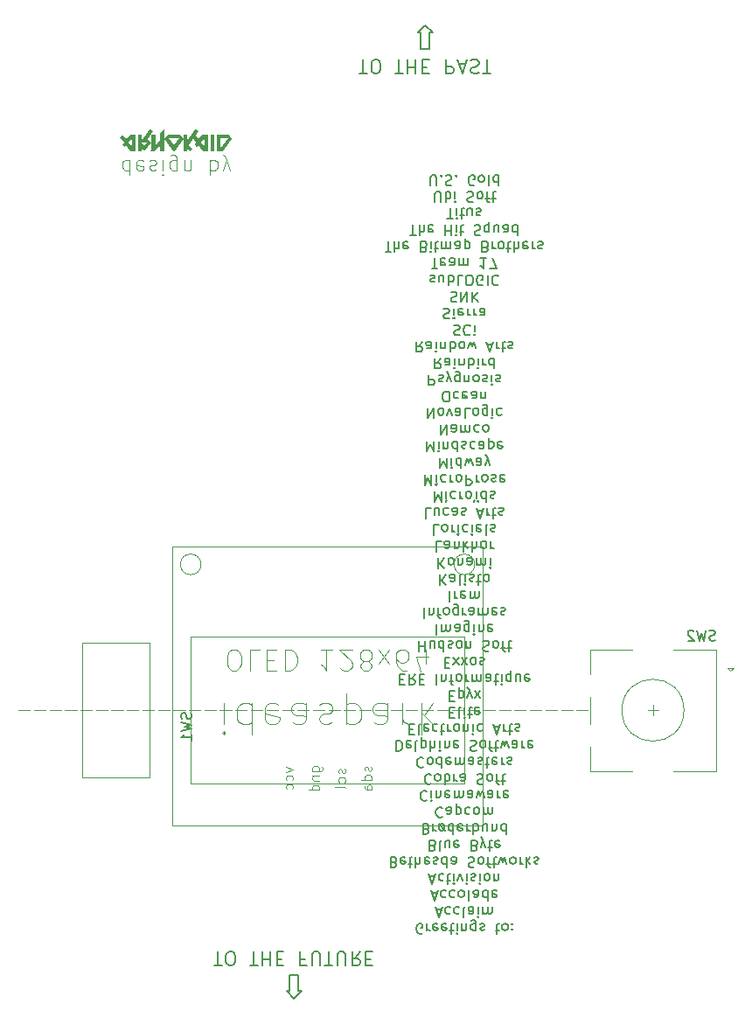
<source format=gbr>
%TF.GenerationSoftware,KiCad,Pcbnew,9.0.5*%
%TF.CreationDate,2025-10-04T12:42:16+02:00*%
%TF.ProjectId,elastick_adapter,656c6173-7469-4636-9b5f-616461707465,rev?*%
%TF.SameCoordinates,Original*%
%TF.FileFunction,Legend,Bot*%
%TF.FilePolarity,Positive*%
%FSLAX46Y46*%
G04 Gerber Fmt 4.6, Leading zero omitted, Abs format (unit mm)*
G04 Created by KiCad (PCBNEW 9.0.5) date 2025-10-04 12:42:16*
%MOMM*%
%LPD*%
G01*
G04 APERTURE LIST*
%ADD10C,0.200000*%
%ADD11C,0.100000*%
%ADD12C,0.300000*%
%ADD13C,0.150000*%
%ADD14C,0.120000*%
G04 APERTURE END LIST*
D10*
X125301428Y-154682542D02*
X126158571Y-154682542D01*
X126158571Y-154682542D02*
X126158571Y-156253971D01*
X126158571Y-156253971D02*
X126444285Y-156253971D01*
X126444285Y-156253971D02*
X125730000Y-156968257D01*
X125730000Y-156968257D02*
X125015714Y-156253971D01*
X125015714Y-156253971D02*
X125301428Y-156253971D01*
X125301428Y-156253971D02*
X125301428Y-154682542D01*
X117983571Y-153770864D02*
X118755000Y-153770864D01*
X118369285Y-152420864D02*
X118369285Y-153770864D01*
X119462142Y-153770864D02*
X119719285Y-153770864D01*
X119719285Y-153770864D02*
X119847856Y-153706578D01*
X119847856Y-153706578D02*
X119976428Y-153578007D01*
X119976428Y-153578007D02*
X120040713Y-153320864D01*
X120040713Y-153320864D02*
X120040713Y-152870864D01*
X120040713Y-152870864D02*
X119976428Y-152613721D01*
X119976428Y-152613721D02*
X119847856Y-152485150D01*
X119847856Y-152485150D02*
X119719285Y-152420864D01*
X119719285Y-152420864D02*
X119462142Y-152420864D01*
X119462142Y-152420864D02*
X119333571Y-152485150D01*
X119333571Y-152485150D02*
X119204999Y-152613721D01*
X119204999Y-152613721D02*
X119140713Y-152870864D01*
X119140713Y-152870864D02*
X119140713Y-153320864D01*
X119140713Y-153320864D02*
X119204999Y-153578007D01*
X119204999Y-153578007D02*
X119333571Y-153706578D01*
X119333571Y-153706578D02*
X119462142Y-153770864D01*
X121454999Y-153770864D02*
X122226428Y-153770864D01*
X121840713Y-152420864D02*
X121840713Y-153770864D01*
X122676427Y-152420864D02*
X122676427Y-153770864D01*
X122676427Y-153128007D02*
X123447856Y-153128007D01*
X123447856Y-152420864D02*
X123447856Y-153770864D01*
X124090713Y-153128007D02*
X124540713Y-153128007D01*
X124733570Y-152420864D02*
X124090713Y-152420864D01*
X124090713Y-152420864D02*
X124090713Y-153770864D01*
X124090713Y-153770864D02*
X124733570Y-153770864D01*
X126790713Y-153128007D02*
X126340713Y-153128007D01*
X126340713Y-152420864D02*
X126340713Y-153770864D01*
X126340713Y-153770864D02*
X126983570Y-153770864D01*
X127497856Y-153770864D02*
X127497856Y-152678007D01*
X127497856Y-152678007D02*
X127562142Y-152549435D01*
X127562142Y-152549435D02*
X127626428Y-152485150D01*
X127626428Y-152485150D02*
X127754999Y-152420864D01*
X127754999Y-152420864D02*
X128012142Y-152420864D01*
X128012142Y-152420864D02*
X128140713Y-152485150D01*
X128140713Y-152485150D02*
X128204999Y-152549435D01*
X128204999Y-152549435D02*
X128269285Y-152678007D01*
X128269285Y-152678007D02*
X128269285Y-153770864D01*
X128719285Y-153770864D02*
X129490714Y-153770864D01*
X129104999Y-152420864D02*
X129104999Y-153770864D01*
X129940713Y-153770864D02*
X129940713Y-152678007D01*
X129940713Y-152678007D02*
X130004999Y-152549435D01*
X130004999Y-152549435D02*
X130069285Y-152485150D01*
X130069285Y-152485150D02*
X130197856Y-152420864D01*
X130197856Y-152420864D02*
X130454999Y-152420864D01*
X130454999Y-152420864D02*
X130583570Y-152485150D01*
X130583570Y-152485150D02*
X130647856Y-152549435D01*
X130647856Y-152549435D02*
X130712142Y-152678007D01*
X130712142Y-152678007D02*
X130712142Y-153770864D01*
X132126428Y-152420864D02*
X131676428Y-153063721D01*
X131354999Y-152420864D02*
X131354999Y-153770864D01*
X131354999Y-153770864D02*
X131869285Y-153770864D01*
X131869285Y-153770864D02*
X131997856Y-153706578D01*
X131997856Y-153706578D02*
X132062142Y-153642292D01*
X132062142Y-153642292D02*
X132126428Y-153513721D01*
X132126428Y-153513721D02*
X132126428Y-153320864D01*
X132126428Y-153320864D02*
X132062142Y-153192292D01*
X132062142Y-153192292D02*
X131997856Y-153128007D01*
X131997856Y-153128007D02*
X131869285Y-153063721D01*
X131869285Y-153063721D02*
X131354999Y-153063721D01*
X132704999Y-153128007D02*
X133154999Y-153128007D01*
X133347856Y-152420864D02*
X132704999Y-152420864D01*
X132704999Y-152420864D02*
X132704999Y-153770864D01*
X132704999Y-153770864D02*
X133347856Y-153770864D01*
X132065715Y-67410864D02*
X132837144Y-67410864D01*
X132451429Y-66060864D02*
X132451429Y-67410864D01*
X133544286Y-67410864D02*
X133801429Y-67410864D01*
X133801429Y-67410864D02*
X133930000Y-67346578D01*
X133930000Y-67346578D02*
X134058572Y-67218007D01*
X134058572Y-67218007D02*
X134122857Y-66960864D01*
X134122857Y-66960864D02*
X134122857Y-66510864D01*
X134122857Y-66510864D02*
X134058572Y-66253721D01*
X134058572Y-66253721D02*
X133930000Y-66125150D01*
X133930000Y-66125150D02*
X133801429Y-66060864D01*
X133801429Y-66060864D02*
X133544286Y-66060864D01*
X133544286Y-66060864D02*
X133415715Y-66125150D01*
X133415715Y-66125150D02*
X133287143Y-66253721D01*
X133287143Y-66253721D02*
X133222857Y-66510864D01*
X133222857Y-66510864D02*
X133222857Y-66960864D01*
X133222857Y-66960864D02*
X133287143Y-67218007D01*
X133287143Y-67218007D02*
X133415715Y-67346578D01*
X133415715Y-67346578D02*
X133544286Y-67410864D01*
X135537143Y-67410864D02*
X136308572Y-67410864D01*
X135922857Y-66060864D02*
X135922857Y-67410864D01*
X136758571Y-66060864D02*
X136758571Y-67410864D01*
X136758571Y-66768007D02*
X137530000Y-66768007D01*
X137530000Y-66060864D02*
X137530000Y-67410864D01*
X138172857Y-66768007D02*
X138622857Y-66768007D01*
X138815714Y-66060864D02*
X138172857Y-66060864D01*
X138172857Y-66060864D02*
X138172857Y-67410864D01*
X138172857Y-67410864D02*
X138815714Y-67410864D01*
X140422857Y-66060864D02*
X140422857Y-67410864D01*
X140422857Y-67410864D02*
X140937143Y-67410864D01*
X140937143Y-67410864D02*
X141065714Y-67346578D01*
X141065714Y-67346578D02*
X141130000Y-67282292D01*
X141130000Y-67282292D02*
X141194286Y-67153721D01*
X141194286Y-67153721D02*
X141194286Y-66960864D01*
X141194286Y-66960864D02*
X141130000Y-66832292D01*
X141130000Y-66832292D02*
X141065714Y-66768007D01*
X141065714Y-66768007D02*
X140937143Y-66703721D01*
X140937143Y-66703721D02*
X140422857Y-66703721D01*
X141708571Y-66446578D02*
X142351429Y-66446578D01*
X141580000Y-66060864D02*
X142030000Y-67410864D01*
X142030000Y-67410864D02*
X142480000Y-66060864D01*
X142865714Y-66125150D02*
X143058572Y-66060864D01*
X143058572Y-66060864D02*
X143380000Y-66060864D01*
X143380000Y-66060864D02*
X143508572Y-66125150D01*
X143508572Y-66125150D02*
X143572857Y-66189435D01*
X143572857Y-66189435D02*
X143637143Y-66318007D01*
X143637143Y-66318007D02*
X143637143Y-66446578D01*
X143637143Y-66446578D02*
X143572857Y-66575150D01*
X143572857Y-66575150D02*
X143508572Y-66639435D01*
X143508572Y-66639435D02*
X143380000Y-66703721D01*
X143380000Y-66703721D02*
X143122857Y-66768007D01*
X143122857Y-66768007D02*
X142994286Y-66832292D01*
X142994286Y-66832292D02*
X142930000Y-66896578D01*
X142930000Y-66896578D02*
X142865714Y-67025150D01*
X142865714Y-67025150D02*
X142865714Y-67153721D01*
X142865714Y-67153721D02*
X142930000Y-67282292D01*
X142930000Y-67282292D02*
X142994286Y-67346578D01*
X142994286Y-67346578D02*
X143122857Y-67410864D01*
X143122857Y-67410864D02*
X143444286Y-67410864D01*
X143444286Y-67410864D02*
X143637143Y-67346578D01*
X144022857Y-67410864D02*
X144794286Y-67410864D01*
X144408571Y-66060864D02*
X144408571Y-67410864D01*
D11*
X109835714Y-75753771D02*
X109835714Y-77253771D01*
X109835714Y-75825200D02*
X109692856Y-75753771D01*
X109692856Y-75753771D02*
X109407142Y-75753771D01*
X109407142Y-75753771D02*
X109264285Y-75825200D01*
X109264285Y-75825200D02*
X109192856Y-75896628D01*
X109192856Y-75896628D02*
X109121428Y-76039485D01*
X109121428Y-76039485D02*
X109121428Y-76468057D01*
X109121428Y-76468057D02*
X109192856Y-76610914D01*
X109192856Y-76610914D02*
X109264285Y-76682342D01*
X109264285Y-76682342D02*
X109407142Y-76753771D01*
X109407142Y-76753771D02*
X109692856Y-76753771D01*
X109692856Y-76753771D02*
X109835714Y-76682342D01*
X111121428Y-75825200D02*
X110978571Y-75753771D01*
X110978571Y-75753771D02*
X110692857Y-75753771D01*
X110692857Y-75753771D02*
X110549999Y-75825200D01*
X110549999Y-75825200D02*
X110478571Y-75968057D01*
X110478571Y-75968057D02*
X110478571Y-76539485D01*
X110478571Y-76539485D02*
X110549999Y-76682342D01*
X110549999Y-76682342D02*
X110692857Y-76753771D01*
X110692857Y-76753771D02*
X110978571Y-76753771D01*
X110978571Y-76753771D02*
X111121428Y-76682342D01*
X111121428Y-76682342D02*
X111192857Y-76539485D01*
X111192857Y-76539485D02*
X111192857Y-76396628D01*
X111192857Y-76396628D02*
X110478571Y-76253771D01*
X111764285Y-75825200D02*
X111907142Y-75753771D01*
X111907142Y-75753771D02*
X112192856Y-75753771D01*
X112192856Y-75753771D02*
X112335713Y-75825200D01*
X112335713Y-75825200D02*
X112407142Y-75968057D01*
X112407142Y-75968057D02*
X112407142Y-76039485D01*
X112407142Y-76039485D02*
X112335713Y-76182342D01*
X112335713Y-76182342D02*
X112192856Y-76253771D01*
X112192856Y-76253771D02*
X111978571Y-76253771D01*
X111978571Y-76253771D02*
X111835713Y-76325200D01*
X111835713Y-76325200D02*
X111764285Y-76468057D01*
X111764285Y-76468057D02*
X111764285Y-76539485D01*
X111764285Y-76539485D02*
X111835713Y-76682342D01*
X111835713Y-76682342D02*
X111978571Y-76753771D01*
X111978571Y-76753771D02*
X112192856Y-76753771D01*
X112192856Y-76753771D02*
X112335713Y-76682342D01*
X113049999Y-75753771D02*
X113049999Y-76753771D01*
X113049999Y-77253771D02*
X112978571Y-77182342D01*
X112978571Y-77182342D02*
X113049999Y-77110914D01*
X113049999Y-77110914D02*
X113121428Y-77182342D01*
X113121428Y-77182342D02*
X113049999Y-77253771D01*
X113049999Y-77253771D02*
X113049999Y-77110914D01*
X114407143Y-76753771D02*
X114407143Y-75539485D01*
X114407143Y-75539485D02*
X114335714Y-75396628D01*
X114335714Y-75396628D02*
X114264285Y-75325200D01*
X114264285Y-75325200D02*
X114121428Y-75253771D01*
X114121428Y-75253771D02*
X113907143Y-75253771D01*
X113907143Y-75253771D02*
X113764285Y-75325200D01*
X114407143Y-75825200D02*
X114264285Y-75753771D01*
X114264285Y-75753771D02*
X113978571Y-75753771D01*
X113978571Y-75753771D02*
X113835714Y-75825200D01*
X113835714Y-75825200D02*
X113764285Y-75896628D01*
X113764285Y-75896628D02*
X113692857Y-76039485D01*
X113692857Y-76039485D02*
X113692857Y-76468057D01*
X113692857Y-76468057D02*
X113764285Y-76610914D01*
X113764285Y-76610914D02*
X113835714Y-76682342D01*
X113835714Y-76682342D02*
X113978571Y-76753771D01*
X113978571Y-76753771D02*
X114264285Y-76753771D01*
X114264285Y-76753771D02*
X114407143Y-76682342D01*
X115121428Y-76753771D02*
X115121428Y-75753771D01*
X115121428Y-76610914D02*
X115192857Y-76682342D01*
X115192857Y-76682342D02*
X115335714Y-76753771D01*
X115335714Y-76753771D02*
X115550000Y-76753771D01*
X115550000Y-76753771D02*
X115692857Y-76682342D01*
X115692857Y-76682342D02*
X115764286Y-76539485D01*
X115764286Y-76539485D02*
X115764286Y-75753771D01*
X117621428Y-75753771D02*
X117621428Y-77253771D01*
X117621428Y-76682342D02*
X117764286Y-76753771D01*
X117764286Y-76753771D02*
X118050000Y-76753771D01*
X118050000Y-76753771D02*
X118192857Y-76682342D01*
X118192857Y-76682342D02*
X118264286Y-76610914D01*
X118264286Y-76610914D02*
X118335714Y-76468057D01*
X118335714Y-76468057D02*
X118335714Y-76039485D01*
X118335714Y-76039485D02*
X118264286Y-75896628D01*
X118264286Y-75896628D02*
X118192857Y-75825200D01*
X118192857Y-75825200D02*
X118050000Y-75753771D01*
X118050000Y-75753771D02*
X117764286Y-75753771D01*
X117764286Y-75753771D02*
X117621428Y-75825200D01*
X118835714Y-76753771D02*
X119192857Y-75753771D01*
X119550000Y-76753771D02*
X119192857Y-75753771D01*
X119192857Y-75753771D02*
X119050000Y-75396628D01*
X119050000Y-75396628D02*
X118978571Y-75325200D01*
X118978571Y-75325200D02*
X118835714Y-75253771D01*
D10*
X138858571Y-65027457D02*
X138001428Y-65027457D01*
X138001428Y-65027457D02*
X138001428Y-63456028D01*
X138001428Y-63456028D02*
X137715714Y-63456028D01*
X137715714Y-63456028D02*
X138429999Y-62741742D01*
X138429999Y-62741742D02*
X139144285Y-63456028D01*
X139144285Y-63456028D02*
X138858571Y-63456028D01*
X138858571Y-63456028D02*
X138858571Y-65027457D01*
X138144761Y-150653901D02*
X138049523Y-150701520D01*
X138049523Y-150701520D02*
X137906666Y-150701520D01*
X137906666Y-150701520D02*
X137763809Y-150653901D01*
X137763809Y-150653901D02*
X137668571Y-150558663D01*
X137668571Y-150558663D02*
X137620952Y-150463425D01*
X137620952Y-150463425D02*
X137573333Y-150272949D01*
X137573333Y-150272949D02*
X137573333Y-150130092D01*
X137573333Y-150130092D02*
X137620952Y-149939616D01*
X137620952Y-149939616D02*
X137668571Y-149844378D01*
X137668571Y-149844378D02*
X137763809Y-149749140D01*
X137763809Y-149749140D02*
X137906666Y-149701520D01*
X137906666Y-149701520D02*
X138001904Y-149701520D01*
X138001904Y-149701520D02*
X138144761Y-149749140D01*
X138144761Y-149749140D02*
X138192380Y-149796759D01*
X138192380Y-149796759D02*
X138192380Y-150130092D01*
X138192380Y-150130092D02*
X138001904Y-150130092D01*
X138620952Y-149701520D02*
X138620952Y-150368187D01*
X138620952Y-150177711D02*
X138668571Y-150272949D01*
X138668571Y-150272949D02*
X138716190Y-150320568D01*
X138716190Y-150320568D02*
X138811428Y-150368187D01*
X138811428Y-150368187D02*
X138906666Y-150368187D01*
X139620952Y-149749140D02*
X139525714Y-149701520D01*
X139525714Y-149701520D02*
X139335238Y-149701520D01*
X139335238Y-149701520D02*
X139240000Y-149749140D01*
X139240000Y-149749140D02*
X139192381Y-149844378D01*
X139192381Y-149844378D02*
X139192381Y-150225330D01*
X139192381Y-150225330D02*
X139240000Y-150320568D01*
X139240000Y-150320568D02*
X139335238Y-150368187D01*
X139335238Y-150368187D02*
X139525714Y-150368187D01*
X139525714Y-150368187D02*
X139620952Y-150320568D01*
X139620952Y-150320568D02*
X139668571Y-150225330D01*
X139668571Y-150225330D02*
X139668571Y-150130092D01*
X139668571Y-150130092D02*
X139192381Y-150034854D01*
X140478095Y-149749140D02*
X140382857Y-149701520D01*
X140382857Y-149701520D02*
X140192381Y-149701520D01*
X140192381Y-149701520D02*
X140097143Y-149749140D01*
X140097143Y-149749140D02*
X140049524Y-149844378D01*
X140049524Y-149844378D02*
X140049524Y-150225330D01*
X140049524Y-150225330D02*
X140097143Y-150320568D01*
X140097143Y-150320568D02*
X140192381Y-150368187D01*
X140192381Y-150368187D02*
X140382857Y-150368187D01*
X140382857Y-150368187D02*
X140478095Y-150320568D01*
X140478095Y-150320568D02*
X140525714Y-150225330D01*
X140525714Y-150225330D02*
X140525714Y-150130092D01*
X140525714Y-150130092D02*
X140049524Y-150034854D01*
X140811429Y-150368187D02*
X141192381Y-150368187D01*
X140954286Y-150701520D02*
X140954286Y-149844378D01*
X140954286Y-149844378D02*
X141001905Y-149749140D01*
X141001905Y-149749140D02*
X141097143Y-149701520D01*
X141097143Y-149701520D02*
X141192381Y-149701520D01*
X141525715Y-149701520D02*
X141525715Y-150368187D01*
X141525715Y-150701520D02*
X141478096Y-150653901D01*
X141478096Y-150653901D02*
X141525715Y-150606282D01*
X141525715Y-150606282D02*
X141573334Y-150653901D01*
X141573334Y-150653901D02*
X141525715Y-150701520D01*
X141525715Y-150701520D02*
X141525715Y-150606282D01*
X142001905Y-150368187D02*
X142001905Y-149701520D01*
X142001905Y-150272949D02*
X142049524Y-150320568D01*
X142049524Y-150320568D02*
X142144762Y-150368187D01*
X142144762Y-150368187D02*
X142287619Y-150368187D01*
X142287619Y-150368187D02*
X142382857Y-150320568D01*
X142382857Y-150320568D02*
X142430476Y-150225330D01*
X142430476Y-150225330D02*
X142430476Y-149701520D01*
X143335238Y-150368187D02*
X143335238Y-149558663D01*
X143335238Y-149558663D02*
X143287619Y-149463425D01*
X143287619Y-149463425D02*
X143240000Y-149415806D01*
X143240000Y-149415806D02*
X143144762Y-149368187D01*
X143144762Y-149368187D02*
X143001905Y-149368187D01*
X143001905Y-149368187D02*
X142906667Y-149415806D01*
X143335238Y-149749140D02*
X143240000Y-149701520D01*
X143240000Y-149701520D02*
X143049524Y-149701520D01*
X143049524Y-149701520D02*
X142954286Y-149749140D01*
X142954286Y-149749140D02*
X142906667Y-149796759D01*
X142906667Y-149796759D02*
X142859048Y-149891997D01*
X142859048Y-149891997D02*
X142859048Y-150177711D01*
X142859048Y-150177711D02*
X142906667Y-150272949D01*
X142906667Y-150272949D02*
X142954286Y-150320568D01*
X142954286Y-150320568D02*
X143049524Y-150368187D01*
X143049524Y-150368187D02*
X143240000Y-150368187D01*
X143240000Y-150368187D02*
X143335238Y-150320568D01*
X143763810Y-149749140D02*
X143859048Y-149701520D01*
X143859048Y-149701520D02*
X144049524Y-149701520D01*
X144049524Y-149701520D02*
X144144762Y-149749140D01*
X144144762Y-149749140D02*
X144192381Y-149844378D01*
X144192381Y-149844378D02*
X144192381Y-149891997D01*
X144192381Y-149891997D02*
X144144762Y-149987235D01*
X144144762Y-149987235D02*
X144049524Y-150034854D01*
X144049524Y-150034854D02*
X143906667Y-150034854D01*
X143906667Y-150034854D02*
X143811429Y-150082473D01*
X143811429Y-150082473D02*
X143763810Y-150177711D01*
X143763810Y-150177711D02*
X143763810Y-150225330D01*
X143763810Y-150225330D02*
X143811429Y-150320568D01*
X143811429Y-150320568D02*
X143906667Y-150368187D01*
X143906667Y-150368187D02*
X144049524Y-150368187D01*
X144049524Y-150368187D02*
X144144762Y-150320568D01*
X145240001Y-150368187D02*
X145620953Y-150368187D01*
X145382858Y-150701520D02*
X145382858Y-149844378D01*
X145382858Y-149844378D02*
X145430477Y-149749140D01*
X145430477Y-149749140D02*
X145525715Y-149701520D01*
X145525715Y-149701520D02*
X145620953Y-149701520D01*
X146097144Y-149701520D02*
X146001906Y-149749140D01*
X146001906Y-149749140D02*
X145954287Y-149796759D01*
X145954287Y-149796759D02*
X145906668Y-149891997D01*
X145906668Y-149891997D02*
X145906668Y-150177711D01*
X145906668Y-150177711D02*
X145954287Y-150272949D01*
X145954287Y-150272949D02*
X146001906Y-150320568D01*
X146001906Y-150320568D02*
X146097144Y-150368187D01*
X146097144Y-150368187D02*
X146240001Y-150368187D01*
X146240001Y-150368187D02*
X146335239Y-150320568D01*
X146335239Y-150320568D02*
X146382858Y-150272949D01*
X146382858Y-150272949D02*
X146430477Y-150177711D01*
X146430477Y-150177711D02*
X146430477Y-149891997D01*
X146430477Y-149891997D02*
X146382858Y-149796759D01*
X146382858Y-149796759D02*
X146335239Y-149749140D01*
X146335239Y-149749140D02*
X146240001Y-149701520D01*
X146240001Y-149701520D02*
X146097144Y-149701520D01*
X146859049Y-149796759D02*
X146906668Y-149749140D01*
X146906668Y-149749140D02*
X146859049Y-149701520D01*
X146859049Y-149701520D02*
X146811430Y-149749140D01*
X146811430Y-149749140D02*
X146859049Y-149796759D01*
X146859049Y-149796759D02*
X146859049Y-149701520D01*
X146859049Y-150320568D02*
X146906668Y-150272949D01*
X146906668Y-150272949D02*
X146859049Y-150225330D01*
X146859049Y-150225330D02*
X146811430Y-150272949D01*
X146811430Y-150272949D02*
X146859049Y-150320568D01*
X146859049Y-150320568D02*
X146859049Y-150225330D01*
X139525714Y-148377291D02*
X140001904Y-148377291D01*
X139430476Y-148091576D02*
X139763809Y-149091576D01*
X139763809Y-149091576D02*
X140097142Y-148091576D01*
X140859047Y-148139196D02*
X140763809Y-148091576D01*
X140763809Y-148091576D02*
X140573333Y-148091576D01*
X140573333Y-148091576D02*
X140478095Y-148139196D01*
X140478095Y-148139196D02*
X140430476Y-148186815D01*
X140430476Y-148186815D02*
X140382857Y-148282053D01*
X140382857Y-148282053D02*
X140382857Y-148567767D01*
X140382857Y-148567767D02*
X140430476Y-148663005D01*
X140430476Y-148663005D02*
X140478095Y-148710624D01*
X140478095Y-148710624D02*
X140573333Y-148758243D01*
X140573333Y-148758243D02*
X140763809Y-148758243D01*
X140763809Y-148758243D02*
X140859047Y-148710624D01*
X141716190Y-148139196D02*
X141620952Y-148091576D01*
X141620952Y-148091576D02*
X141430476Y-148091576D01*
X141430476Y-148091576D02*
X141335238Y-148139196D01*
X141335238Y-148139196D02*
X141287619Y-148186815D01*
X141287619Y-148186815D02*
X141240000Y-148282053D01*
X141240000Y-148282053D02*
X141240000Y-148567767D01*
X141240000Y-148567767D02*
X141287619Y-148663005D01*
X141287619Y-148663005D02*
X141335238Y-148710624D01*
X141335238Y-148710624D02*
X141430476Y-148758243D01*
X141430476Y-148758243D02*
X141620952Y-148758243D01*
X141620952Y-148758243D02*
X141716190Y-148710624D01*
X142287619Y-148091576D02*
X142192381Y-148139196D01*
X142192381Y-148139196D02*
X142144762Y-148234434D01*
X142144762Y-148234434D02*
X142144762Y-149091576D01*
X143097143Y-148091576D02*
X143097143Y-148615386D01*
X143097143Y-148615386D02*
X143049524Y-148710624D01*
X143049524Y-148710624D02*
X142954286Y-148758243D01*
X142954286Y-148758243D02*
X142763810Y-148758243D01*
X142763810Y-148758243D02*
X142668572Y-148710624D01*
X143097143Y-148139196D02*
X143001905Y-148091576D01*
X143001905Y-148091576D02*
X142763810Y-148091576D01*
X142763810Y-148091576D02*
X142668572Y-148139196D01*
X142668572Y-148139196D02*
X142620953Y-148234434D01*
X142620953Y-148234434D02*
X142620953Y-148329672D01*
X142620953Y-148329672D02*
X142668572Y-148424910D01*
X142668572Y-148424910D02*
X142763810Y-148472529D01*
X142763810Y-148472529D02*
X143001905Y-148472529D01*
X143001905Y-148472529D02*
X143097143Y-148520148D01*
X143573334Y-148091576D02*
X143573334Y-148758243D01*
X143573334Y-149091576D02*
X143525715Y-149043957D01*
X143525715Y-149043957D02*
X143573334Y-148996338D01*
X143573334Y-148996338D02*
X143620953Y-149043957D01*
X143620953Y-149043957D02*
X143573334Y-149091576D01*
X143573334Y-149091576D02*
X143573334Y-148996338D01*
X144049524Y-148091576D02*
X144049524Y-148758243D01*
X144049524Y-148663005D02*
X144097143Y-148710624D01*
X144097143Y-148710624D02*
X144192381Y-148758243D01*
X144192381Y-148758243D02*
X144335238Y-148758243D01*
X144335238Y-148758243D02*
X144430476Y-148710624D01*
X144430476Y-148710624D02*
X144478095Y-148615386D01*
X144478095Y-148615386D02*
X144478095Y-148091576D01*
X144478095Y-148615386D02*
X144525714Y-148710624D01*
X144525714Y-148710624D02*
X144620952Y-148758243D01*
X144620952Y-148758243D02*
X144763809Y-148758243D01*
X144763809Y-148758243D02*
X144859048Y-148710624D01*
X144859048Y-148710624D02*
X144906667Y-148615386D01*
X144906667Y-148615386D02*
X144906667Y-148091576D01*
X139097142Y-146767347D02*
X139573332Y-146767347D01*
X139001904Y-146481632D02*
X139335237Y-147481632D01*
X139335237Y-147481632D02*
X139668570Y-146481632D01*
X140430475Y-146529252D02*
X140335237Y-146481632D01*
X140335237Y-146481632D02*
X140144761Y-146481632D01*
X140144761Y-146481632D02*
X140049523Y-146529252D01*
X140049523Y-146529252D02*
X140001904Y-146576871D01*
X140001904Y-146576871D02*
X139954285Y-146672109D01*
X139954285Y-146672109D02*
X139954285Y-146957823D01*
X139954285Y-146957823D02*
X140001904Y-147053061D01*
X140001904Y-147053061D02*
X140049523Y-147100680D01*
X140049523Y-147100680D02*
X140144761Y-147148299D01*
X140144761Y-147148299D02*
X140335237Y-147148299D01*
X140335237Y-147148299D02*
X140430475Y-147100680D01*
X141287618Y-146529252D02*
X141192380Y-146481632D01*
X141192380Y-146481632D02*
X141001904Y-146481632D01*
X141001904Y-146481632D02*
X140906666Y-146529252D01*
X140906666Y-146529252D02*
X140859047Y-146576871D01*
X140859047Y-146576871D02*
X140811428Y-146672109D01*
X140811428Y-146672109D02*
X140811428Y-146957823D01*
X140811428Y-146957823D02*
X140859047Y-147053061D01*
X140859047Y-147053061D02*
X140906666Y-147100680D01*
X140906666Y-147100680D02*
X141001904Y-147148299D01*
X141001904Y-147148299D02*
X141192380Y-147148299D01*
X141192380Y-147148299D02*
X141287618Y-147100680D01*
X141859047Y-146481632D02*
X141763809Y-146529252D01*
X141763809Y-146529252D02*
X141716190Y-146576871D01*
X141716190Y-146576871D02*
X141668571Y-146672109D01*
X141668571Y-146672109D02*
X141668571Y-146957823D01*
X141668571Y-146957823D02*
X141716190Y-147053061D01*
X141716190Y-147053061D02*
X141763809Y-147100680D01*
X141763809Y-147100680D02*
X141859047Y-147148299D01*
X141859047Y-147148299D02*
X142001904Y-147148299D01*
X142001904Y-147148299D02*
X142097142Y-147100680D01*
X142097142Y-147100680D02*
X142144761Y-147053061D01*
X142144761Y-147053061D02*
X142192380Y-146957823D01*
X142192380Y-146957823D02*
X142192380Y-146672109D01*
X142192380Y-146672109D02*
X142144761Y-146576871D01*
X142144761Y-146576871D02*
X142097142Y-146529252D01*
X142097142Y-146529252D02*
X142001904Y-146481632D01*
X142001904Y-146481632D02*
X141859047Y-146481632D01*
X142763809Y-146481632D02*
X142668571Y-146529252D01*
X142668571Y-146529252D02*
X142620952Y-146624490D01*
X142620952Y-146624490D02*
X142620952Y-147481632D01*
X143573333Y-146481632D02*
X143573333Y-147005442D01*
X143573333Y-147005442D02*
X143525714Y-147100680D01*
X143525714Y-147100680D02*
X143430476Y-147148299D01*
X143430476Y-147148299D02*
X143240000Y-147148299D01*
X143240000Y-147148299D02*
X143144762Y-147100680D01*
X143573333Y-146529252D02*
X143478095Y-146481632D01*
X143478095Y-146481632D02*
X143240000Y-146481632D01*
X143240000Y-146481632D02*
X143144762Y-146529252D01*
X143144762Y-146529252D02*
X143097143Y-146624490D01*
X143097143Y-146624490D02*
X143097143Y-146719728D01*
X143097143Y-146719728D02*
X143144762Y-146814966D01*
X143144762Y-146814966D02*
X143240000Y-146862585D01*
X143240000Y-146862585D02*
X143478095Y-146862585D01*
X143478095Y-146862585D02*
X143573333Y-146910204D01*
X144478095Y-146481632D02*
X144478095Y-147481632D01*
X144478095Y-146529252D02*
X144382857Y-146481632D01*
X144382857Y-146481632D02*
X144192381Y-146481632D01*
X144192381Y-146481632D02*
X144097143Y-146529252D01*
X144097143Y-146529252D02*
X144049524Y-146576871D01*
X144049524Y-146576871D02*
X144001905Y-146672109D01*
X144001905Y-146672109D02*
X144001905Y-146957823D01*
X144001905Y-146957823D02*
X144049524Y-147053061D01*
X144049524Y-147053061D02*
X144097143Y-147100680D01*
X144097143Y-147100680D02*
X144192381Y-147148299D01*
X144192381Y-147148299D02*
X144382857Y-147148299D01*
X144382857Y-147148299D02*
X144478095Y-147100680D01*
X145335238Y-146529252D02*
X145240000Y-146481632D01*
X145240000Y-146481632D02*
X145049524Y-146481632D01*
X145049524Y-146481632D02*
X144954286Y-146529252D01*
X144954286Y-146529252D02*
X144906667Y-146624490D01*
X144906667Y-146624490D02*
X144906667Y-147005442D01*
X144906667Y-147005442D02*
X144954286Y-147100680D01*
X144954286Y-147100680D02*
X145049524Y-147148299D01*
X145049524Y-147148299D02*
X145240000Y-147148299D01*
X145240000Y-147148299D02*
X145335238Y-147100680D01*
X145335238Y-147100680D02*
X145382857Y-147005442D01*
X145382857Y-147005442D02*
X145382857Y-146910204D01*
X145382857Y-146910204D02*
X144906667Y-146814966D01*
X138882857Y-145157403D02*
X139359047Y-145157403D01*
X138787619Y-144871688D02*
X139120952Y-145871688D01*
X139120952Y-145871688D02*
X139454285Y-144871688D01*
X140216190Y-144919308D02*
X140120952Y-144871688D01*
X140120952Y-144871688D02*
X139930476Y-144871688D01*
X139930476Y-144871688D02*
X139835238Y-144919308D01*
X139835238Y-144919308D02*
X139787619Y-144966927D01*
X139787619Y-144966927D02*
X139740000Y-145062165D01*
X139740000Y-145062165D02*
X139740000Y-145347879D01*
X139740000Y-145347879D02*
X139787619Y-145443117D01*
X139787619Y-145443117D02*
X139835238Y-145490736D01*
X139835238Y-145490736D02*
X139930476Y-145538355D01*
X139930476Y-145538355D02*
X140120952Y-145538355D01*
X140120952Y-145538355D02*
X140216190Y-145490736D01*
X140501905Y-145538355D02*
X140882857Y-145538355D01*
X140644762Y-145871688D02*
X140644762Y-145014546D01*
X140644762Y-145014546D02*
X140692381Y-144919308D01*
X140692381Y-144919308D02*
X140787619Y-144871688D01*
X140787619Y-144871688D02*
X140882857Y-144871688D01*
X141216191Y-144871688D02*
X141216191Y-145538355D01*
X141216191Y-145871688D02*
X141168572Y-145824069D01*
X141168572Y-145824069D02*
X141216191Y-145776450D01*
X141216191Y-145776450D02*
X141263810Y-145824069D01*
X141263810Y-145824069D02*
X141216191Y-145871688D01*
X141216191Y-145871688D02*
X141216191Y-145776450D01*
X141597143Y-145538355D02*
X141835238Y-144871688D01*
X141835238Y-144871688D02*
X142073333Y-145538355D01*
X142454286Y-144871688D02*
X142454286Y-145538355D01*
X142454286Y-145871688D02*
X142406667Y-145824069D01*
X142406667Y-145824069D02*
X142454286Y-145776450D01*
X142454286Y-145776450D02*
X142501905Y-145824069D01*
X142501905Y-145824069D02*
X142454286Y-145871688D01*
X142454286Y-145871688D02*
X142454286Y-145776450D01*
X142882857Y-144919308D02*
X142978095Y-144871688D01*
X142978095Y-144871688D02*
X143168571Y-144871688D01*
X143168571Y-144871688D02*
X143263809Y-144919308D01*
X143263809Y-144919308D02*
X143311428Y-145014546D01*
X143311428Y-145014546D02*
X143311428Y-145062165D01*
X143311428Y-145062165D02*
X143263809Y-145157403D01*
X143263809Y-145157403D02*
X143168571Y-145205022D01*
X143168571Y-145205022D02*
X143025714Y-145205022D01*
X143025714Y-145205022D02*
X142930476Y-145252641D01*
X142930476Y-145252641D02*
X142882857Y-145347879D01*
X142882857Y-145347879D02*
X142882857Y-145395498D01*
X142882857Y-145395498D02*
X142930476Y-145490736D01*
X142930476Y-145490736D02*
X143025714Y-145538355D01*
X143025714Y-145538355D02*
X143168571Y-145538355D01*
X143168571Y-145538355D02*
X143263809Y-145490736D01*
X143740000Y-144871688D02*
X143740000Y-145538355D01*
X143740000Y-145871688D02*
X143692381Y-145824069D01*
X143692381Y-145824069D02*
X143740000Y-145776450D01*
X143740000Y-145776450D02*
X143787619Y-145824069D01*
X143787619Y-145824069D02*
X143740000Y-145871688D01*
X143740000Y-145871688D02*
X143740000Y-145776450D01*
X144359047Y-144871688D02*
X144263809Y-144919308D01*
X144263809Y-144919308D02*
X144216190Y-144966927D01*
X144216190Y-144966927D02*
X144168571Y-145062165D01*
X144168571Y-145062165D02*
X144168571Y-145347879D01*
X144168571Y-145347879D02*
X144216190Y-145443117D01*
X144216190Y-145443117D02*
X144263809Y-145490736D01*
X144263809Y-145490736D02*
X144359047Y-145538355D01*
X144359047Y-145538355D02*
X144501904Y-145538355D01*
X144501904Y-145538355D02*
X144597142Y-145490736D01*
X144597142Y-145490736D02*
X144644761Y-145443117D01*
X144644761Y-145443117D02*
X144692380Y-145347879D01*
X144692380Y-145347879D02*
X144692380Y-145062165D01*
X144692380Y-145062165D02*
X144644761Y-144966927D01*
X144644761Y-144966927D02*
X144597142Y-144919308D01*
X144597142Y-144919308D02*
X144501904Y-144871688D01*
X144501904Y-144871688D02*
X144359047Y-144871688D01*
X145120952Y-145538355D02*
X145120952Y-144871688D01*
X145120952Y-145443117D02*
X145168571Y-145490736D01*
X145168571Y-145490736D02*
X145263809Y-145538355D01*
X145263809Y-145538355D02*
X145406666Y-145538355D01*
X145406666Y-145538355D02*
X145501904Y-145490736D01*
X145501904Y-145490736D02*
X145549523Y-145395498D01*
X145549523Y-145395498D02*
X145549523Y-144871688D01*
X135430474Y-143785554D02*
X135573331Y-143737935D01*
X135573331Y-143737935D02*
X135620950Y-143690316D01*
X135620950Y-143690316D02*
X135668569Y-143595078D01*
X135668569Y-143595078D02*
X135668569Y-143452221D01*
X135668569Y-143452221D02*
X135620950Y-143356983D01*
X135620950Y-143356983D02*
X135573331Y-143309364D01*
X135573331Y-143309364D02*
X135478093Y-143261744D01*
X135478093Y-143261744D02*
X135097141Y-143261744D01*
X135097141Y-143261744D02*
X135097141Y-144261744D01*
X135097141Y-144261744D02*
X135430474Y-144261744D01*
X135430474Y-144261744D02*
X135525712Y-144214125D01*
X135525712Y-144214125D02*
X135573331Y-144166506D01*
X135573331Y-144166506D02*
X135620950Y-144071268D01*
X135620950Y-144071268D02*
X135620950Y-143976030D01*
X135620950Y-143976030D02*
X135573331Y-143880792D01*
X135573331Y-143880792D02*
X135525712Y-143833173D01*
X135525712Y-143833173D02*
X135430474Y-143785554D01*
X135430474Y-143785554D02*
X135097141Y-143785554D01*
X136478093Y-143309364D02*
X136382855Y-143261744D01*
X136382855Y-143261744D02*
X136192379Y-143261744D01*
X136192379Y-143261744D02*
X136097141Y-143309364D01*
X136097141Y-143309364D02*
X136049522Y-143404602D01*
X136049522Y-143404602D02*
X136049522Y-143785554D01*
X136049522Y-143785554D02*
X136097141Y-143880792D01*
X136097141Y-143880792D02*
X136192379Y-143928411D01*
X136192379Y-143928411D02*
X136382855Y-143928411D01*
X136382855Y-143928411D02*
X136478093Y-143880792D01*
X136478093Y-143880792D02*
X136525712Y-143785554D01*
X136525712Y-143785554D02*
X136525712Y-143690316D01*
X136525712Y-143690316D02*
X136049522Y-143595078D01*
X136811427Y-143928411D02*
X137192379Y-143928411D01*
X136954284Y-144261744D02*
X136954284Y-143404602D01*
X136954284Y-143404602D02*
X137001903Y-143309364D01*
X137001903Y-143309364D02*
X137097141Y-143261744D01*
X137097141Y-143261744D02*
X137192379Y-143261744D01*
X137525713Y-143261744D02*
X137525713Y-144261744D01*
X137954284Y-143261744D02*
X137954284Y-143785554D01*
X137954284Y-143785554D02*
X137906665Y-143880792D01*
X137906665Y-143880792D02*
X137811427Y-143928411D01*
X137811427Y-143928411D02*
X137668570Y-143928411D01*
X137668570Y-143928411D02*
X137573332Y-143880792D01*
X137573332Y-143880792D02*
X137525713Y-143833173D01*
X138811427Y-143309364D02*
X138716189Y-143261744D01*
X138716189Y-143261744D02*
X138525713Y-143261744D01*
X138525713Y-143261744D02*
X138430475Y-143309364D01*
X138430475Y-143309364D02*
X138382856Y-143404602D01*
X138382856Y-143404602D02*
X138382856Y-143785554D01*
X138382856Y-143785554D02*
X138430475Y-143880792D01*
X138430475Y-143880792D02*
X138525713Y-143928411D01*
X138525713Y-143928411D02*
X138716189Y-143928411D01*
X138716189Y-143928411D02*
X138811427Y-143880792D01*
X138811427Y-143880792D02*
X138859046Y-143785554D01*
X138859046Y-143785554D02*
X138859046Y-143690316D01*
X138859046Y-143690316D02*
X138382856Y-143595078D01*
X139239999Y-143309364D02*
X139335237Y-143261744D01*
X139335237Y-143261744D02*
X139525713Y-143261744D01*
X139525713Y-143261744D02*
X139620951Y-143309364D01*
X139620951Y-143309364D02*
X139668570Y-143404602D01*
X139668570Y-143404602D02*
X139668570Y-143452221D01*
X139668570Y-143452221D02*
X139620951Y-143547459D01*
X139620951Y-143547459D02*
X139525713Y-143595078D01*
X139525713Y-143595078D02*
X139382856Y-143595078D01*
X139382856Y-143595078D02*
X139287618Y-143642697D01*
X139287618Y-143642697D02*
X139239999Y-143737935D01*
X139239999Y-143737935D02*
X139239999Y-143785554D01*
X139239999Y-143785554D02*
X139287618Y-143880792D01*
X139287618Y-143880792D02*
X139382856Y-143928411D01*
X139382856Y-143928411D02*
X139525713Y-143928411D01*
X139525713Y-143928411D02*
X139620951Y-143880792D01*
X140525713Y-143261744D02*
X140525713Y-144261744D01*
X140525713Y-143309364D02*
X140430475Y-143261744D01*
X140430475Y-143261744D02*
X140239999Y-143261744D01*
X140239999Y-143261744D02*
X140144761Y-143309364D01*
X140144761Y-143309364D02*
X140097142Y-143356983D01*
X140097142Y-143356983D02*
X140049523Y-143452221D01*
X140049523Y-143452221D02*
X140049523Y-143737935D01*
X140049523Y-143737935D02*
X140097142Y-143833173D01*
X140097142Y-143833173D02*
X140144761Y-143880792D01*
X140144761Y-143880792D02*
X140239999Y-143928411D01*
X140239999Y-143928411D02*
X140430475Y-143928411D01*
X140430475Y-143928411D02*
X140525713Y-143880792D01*
X141430475Y-143261744D02*
X141430475Y-143785554D01*
X141430475Y-143785554D02*
X141382856Y-143880792D01*
X141382856Y-143880792D02*
X141287618Y-143928411D01*
X141287618Y-143928411D02*
X141097142Y-143928411D01*
X141097142Y-143928411D02*
X141001904Y-143880792D01*
X141430475Y-143309364D02*
X141335237Y-143261744D01*
X141335237Y-143261744D02*
X141097142Y-143261744D01*
X141097142Y-143261744D02*
X141001904Y-143309364D01*
X141001904Y-143309364D02*
X140954285Y-143404602D01*
X140954285Y-143404602D02*
X140954285Y-143499840D01*
X140954285Y-143499840D02*
X141001904Y-143595078D01*
X141001904Y-143595078D02*
X141097142Y-143642697D01*
X141097142Y-143642697D02*
X141335237Y-143642697D01*
X141335237Y-143642697D02*
X141430475Y-143690316D01*
X142620952Y-143309364D02*
X142763809Y-143261744D01*
X142763809Y-143261744D02*
X143001904Y-143261744D01*
X143001904Y-143261744D02*
X143097142Y-143309364D01*
X143097142Y-143309364D02*
X143144761Y-143356983D01*
X143144761Y-143356983D02*
X143192380Y-143452221D01*
X143192380Y-143452221D02*
X143192380Y-143547459D01*
X143192380Y-143547459D02*
X143144761Y-143642697D01*
X143144761Y-143642697D02*
X143097142Y-143690316D01*
X143097142Y-143690316D02*
X143001904Y-143737935D01*
X143001904Y-143737935D02*
X142811428Y-143785554D01*
X142811428Y-143785554D02*
X142716190Y-143833173D01*
X142716190Y-143833173D02*
X142668571Y-143880792D01*
X142668571Y-143880792D02*
X142620952Y-143976030D01*
X142620952Y-143976030D02*
X142620952Y-144071268D01*
X142620952Y-144071268D02*
X142668571Y-144166506D01*
X142668571Y-144166506D02*
X142716190Y-144214125D01*
X142716190Y-144214125D02*
X142811428Y-144261744D01*
X142811428Y-144261744D02*
X143049523Y-144261744D01*
X143049523Y-144261744D02*
X143192380Y-144214125D01*
X143763809Y-143261744D02*
X143668571Y-143309364D01*
X143668571Y-143309364D02*
X143620952Y-143356983D01*
X143620952Y-143356983D02*
X143573333Y-143452221D01*
X143573333Y-143452221D02*
X143573333Y-143737935D01*
X143573333Y-143737935D02*
X143620952Y-143833173D01*
X143620952Y-143833173D02*
X143668571Y-143880792D01*
X143668571Y-143880792D02*
X143763809Y-143928411D01*
X143763809Y-143928411D02*
X143906666Y-143928411D01*
X143906666Y-143928411D02*
X144001904Y-143880792D01*
X144001904Y-143880792D02*
X144049523Y-143833173D01*
X144049523Y-143833173D02*
X144097142Y-143737935D01*
X144097142Y-143737935D02*
X144097142Y-143452221D01*
X144097142Y-143452221D02*
X144049523Y-143356983D01*
X144049523Y-143356983D02*
X144001904Y-143309364D01*
X144001904Y-143309364D02*
X143906666Y-143261744D01*
X143906666Y-143261744D02*
X143763809Y-143261744D01*
X144382857Y-143928411D02*
X144763809Y-143928411D01*
X144525714Y-143261744D02*
X144525714Y-144118887D01*
X144525714Y-144118887D02*
X144573333Y-144214125D01*
X144573333Y-144214125D02*
X144668571Y-144261744D01*
X144668571Y-144261744D02*
X144763809Y-144261744D01*
X144954286Y-143928411D02*
X145335238Y-143928411D01*
X145097143Y-144261744D02*
X145097143Y-143404602D01*
X145097143Y-143404602D02*
X145144762Y-143309364D01*
X145144762Y-143309364D02*
X145240000Y-143261744D01*
X145240000Y-143261744D02*
X145335238Y-143261744D01*
X145573334Y-143928411D02*
X145763810Y-143261744D01*
X145763810Y-143261744D02*
X145954286Y-143737935D01*
X145954286Y-143737935D02*
X146144762Y-143261744D01*
X146144762Y-143261744D02*
X146335238Y-143928411D01*
X146859048Y-143261744D02*
X146763810Y-143309364D01*
X146763810Y-143309364D02*
X146716191Y-143356983D01*
X146716191Y-143356983D02*
X146668572Y-143452221D01*
X146668572Y-143452221D02*
X146668572Y-143737935D01*
X146668572Y-143737935D02*
X146716191Y-143833173D01*
X146716191Y-143833173D02*
X146763810Y-143880792D01*
X146763810Y-143880792D02*
X146859048Y-143928411D01*
X146859048Y-143928411D02*
X147001905Y-143928411D01*
X147001905Y-143928411D02*
X147097143Y-143880792D01*
X147097143Y-143880792D02*
X147144762Y-143833173D01*
X147144762Y-143833173D02*
X147192381Y-143737935D01*
X147192381Y-143737935D02*
X147192381Y-143452221D01*
X147192381Y-143452221D02*
X147144762Y-143356983D01*
X147144762Y-143356983D02*
X147097143Y-143309364D01*
X147097143Y-143309364D02*
X147001905Y-143261744D01*
X147001905Y-143261744D02*
X146859048Y-143261744D01*
X147620953Y-143261744D02*
X147620953Y-143928411D01*
X147620953Y-143737935D02*
X147668572Y-143833173D01*
X147668572Y-143833173D02*
X147716191Y-143880792D01*
X147716191Y-143880792D02*
X147811429Y-143928411D01*
X147811429Y-143928411D02*
X147906667Y-143928411D01*
X148240001Y-143261744D02*
X148240001Y-144261744D01*
X148335239Y-143642697D02*
X148620953Y-143261744D01*
X148620953Y-143928411D02*
X148240001Y-143547459D01*
X149001906Y-143309364D02*
X149097144Y-143261744D01*
X149097144Y-143261744D02*
X149287620Y-143261744D01*
X149287620Y-143261744D02*
X149382858Y-143309364D01*
X149382858Y-143309364D02*
X149430477Y-143404602D01*
X149430477Y-143404602D02*
X149430477Y-143452221D01*
X149430477Y-143452221D02*
X149382858Y-143547459D01*
X149382858Y-143547459D02*
X149287620Y-143595078D01*
X149287620Y-143595078D02*
X149144763Y-143595078D01*
X149144763Y-143595078D02*
X149049525Y-143642697D01*
X149049525Y-143642697D02*
X149001906Y-143737935D01*
X149001906Y-143737935D02*
X149001906Y-143785554D01*
X149001906Y-143785554D02*
X149049525Y-143880792D01*
X149049525Y-143880792D02*
X149144763Y-143928411D01*
X149144763Y-143928411D02*
X149287620Y-143928411D01*
X149287620Y-143928411D02*
X149382858Y-143880792D01*
X139192380Y-142175610D02*
X139335237Y-142127991D01*
X139335237Y-142127991D02*
X139382856Y-142080372D01*
X139382856Y-142080372D02*
X139430475Y-141985134D01*
X139430475Y-141985134D02*
X139430475Y-141842277D01*
X139430475Y-141842277D02*
X139382856Y-141747039D01*
X139382856Y-141747039D02*
X139335237Y-141699420D01*
X139335237Y-141699420D02*
X139239999Y-141651800D01*
X139239999Y-141651800D02*
X138859047Y-141651800D01*
X138859047Y-141651800D02*
X138859047Y-142651800D01*
X138859047Y-142651800D02*
X139192380Y-142651800D01*
X139192380Y-142651800D02*
X139287618Y-142604181D01*
X139287618Y-142604181D02*
X139335237Y-142556562D01*
X139335237Y-142556562D02*
X139382856Y-142461324D01*
X139382856Y-142461324D02*
X139382856Y-142366086D01*
X139382856Y-142366086D02*
X139335237Y-142270848D01*
X139335237Y-142270848D02*
X139287618Y-142223229D01*
X139287618Y-142223229D02*
X139192380Y-142175610D01*
X139192380Y-142175610D02*
X138859047Y-142175610D01*
X140001904Y-141651800D02*
X139906666Y-141699420D01*
X139906666Y-141699420D02*
X139859047Y-141794658D01*
X139859047Y-141794658D02*
X139859047Y-142651800D01*
X140811428Y-142318467D02*
X140811428Y-141651800D01*
X140382857Y-142318467D02*
X140382857Y-141794658D01*
X140382857Y-141794658D02*
X140430476Y-141699420D01*
X140430476Y-141699420D02*
X140525714Y-141651800D01*
X140525714Y-141651800D02*
X140668571Y-141651800D01*
X140668571Y-141651800D02*
X140763809Y-141699420D01*
X140763809Y-141699420D02*
X140811428Y-141747039D01*
X141668571Y-141699420D02*
X141573333Y-141651800D01*
X141573333Y-141651800D02*
X141382857Y-141651800D01*
X141382857Y-141651800D02*
X141287619Y-141699420D01*
X141287619Y-141699420D02*
X141240000Y-141794658D01*
X141240000Y-141794658D02*
X141240000Y-142175610D01*
X141240000Y-142175610D02*
X141287619Y-142270848D01*
X141287619Y-142270848D02*
X141382857Y-142318467D01*
X141382857Y-142318467D02*
X141573333Y-142318467D01*
X141573333Y-142318467D02*
X141668571Y-142270848D01*
X141668571Y-142270848D02*
X141716190Y-142175610D01*
X141716190Y-142175610D02*
X141716190Y-142080372D01*
X141716190Y-142080372D02*
X141240000Y-141985134D01*
X143240000Y-142175610D02*
X143382857Y-142127991D01*
X143382857Y-142127991D02*
X143430476Y-142080372D01*
X143430476Y-142080372D02*
X143478095Y-141985134D01*
X143478095Y-141985134D02*
X143478095Y-141842277D01*
X143478095Y-141842277D02*
X143430476Y-141747039D01*
X143430476Y-141747039D02*
X143382857Y-141699420D01*
X143382857Y-141699420D02*
X143287619Y-141651800D01*
X143287619Y-141651800D02*
X142906667Y-141651800D01*
X142906667Y-141651800D02*
X142906667Y-142651800D01*
X142906667Y-142651800D02*
X143240000Y-142651800D01*
X143240000Y-142651800D02*
X143335238Y-142604181D01*
X143335238Y-142604181D02*
X143382857Y-142556562D01*
X143382857Y-142556562D02*
X143430476Y-142461324D01*
X143430476Y-142461324D02*
X143430476Y-142366086D01*
X143430476Y-142366086D02*
X143382857Y-142270848D01*
X143382857Y-142270848D02*
X143335238Y-142223229D01*
X143335238Y-142223229D02*
X143240000Y-142175610D01*
X143240000Y-142175610D02*
X142906667Y-142175610D01*
X143811429Y-142318467D02*
X144049524Y-141651800D01*
X144287619Y-142318467D02*
X144049524Y-141651800D01*
X144049524Y-141651800D02*
X143954286Y-141413705D01*
X143954286Y-141413705D02*
X143906667Y-141366086D01*
X143906667Y-141366086D02*
X143811429Y-141318467D01*
X144525715Y-142318467D02*
X144906667Y-142318467D01*
X144668572Y-142651800D02*
X144668572Y-141794658D01*
X144668572Y-141794658D02*
X144716191Y-141699420D01*
X144716191Y-141699420D02*
X144811429Y-141651800D01*
X144811429Y-141651800D02*
X144906667Y-141651800D01*
X145620953Y-141699420D02*
X145525715Y-141651800D01*
X145525715Y-141651800D02*
X145335239Y-141651800D01*
X145335239Y-141651800D02*
X145240001Y-141699420D01*
X145240001Y-141699420D02*
X145192382Y-141794658D01*
X145192382Y-141794658D02*
X145192382Y-142175610D01*
X145192382Y-142175610D02*
X145240001Y-142270848D01*
X145240001Y-142270848D02*
X145335239Y-142318467D01*
X145335239Y-142318467D02*
X145525715Y-142318467D01*
X145525715Y-142318467D02*
X145620953Y-142270848D01*
X145620953Y-142270848D02*
X145668572Y-142175610D01*
X145668572Y-142175610D02*
X145668572Y-142080372D01*
X145668572Y-142080372D02*
X145192382Y-141985134D01*
X138549523Y-140565666D02*
X138692380Y-140518047D01*
X138692380Y-140518047D02*
X138739999Y-140470428D01*
X138739999Y-140470428D02*
X138787618Y-140375190D01*
X138787618Y-140375190D02*
X138787618Y-140232333D01*
X138787618Y-140232333D02*
X138739999Y-140137095D01*
X138739999Y-140137095D02*
X138692380Y-140089476D01*
X138692380Y-140089476D02*
X138597142Y-140041856D01*
X138597142Y-140041856D02*
X138216190Y-140041856D01*
X138216190Y-140041856D02*
X138216190Y-141041856D01*
X138216190Y-141041856D02*
X138549523Y-141041856D01*
X138549523Y-141041856D02*
X138644761Y-140994237D01*
X138644761Y-140994237D02*
X138692380Y-140946618D01*
X138692380Y-140946618D02*
X138739999Y-140851380D01*
X138739999Y-140851380D02*
X138739999Y-140756142D01*
X138739999Y-140756142D02*
X138692380Y-140660904D01*
X138692380Y-140660904D02*
X138644761Y-140613285D01*
X138644761Y-140613285D02*
X138549523Y-140565666D01*
X138549523Y-140565666D02*
X138216190Y-140565666D01*
X139216190Y-140041856D02*
X139216190Y-140708523D01*
X139216190Y-140518047D02*
X139263809Y-140613285D01*
X139263809Y-140613285D02*
X139311428Y-140660904D01*
X139311428Y-140660904D02*
X139406666Y-140708523D01*
X139406666Y-140708523D02*
X139501904Y-140708523D01*
X140359047Y-140708523D02*
X139740000Y-140041856D01*
X139978095Y-140041856D02*
X139882857Y-140089476D01*
X139882857Y-140089476D02*
X139835238Y-140137095D01*
X139835238Y-140137095D02*
X139787619Y-140232333D01*
X139787619Y-140232333D02*
X139787619Y-140518047D01*
X139787619Y-140518047D02*
X139835238Y-140613285D01*
X139835238Y-140613285D02*
X139882857Y-140660904D01*
X139882857Y-140660904D02*
X139978095Y-140708523D01*
X139978095Y-140708523D02*
X140120952Y-140708523D01*
X140120952Y-140708523D02*
X140216190Y-140660904D01*
X140216190Y-140660904D02*
X140263809Y-140613285D01*
X140263809Y-140613285D02*
X140311428Y-140518047D01*
X140311428Y-140518047D02*
X140311428Y-140232333D01*
X140311428Y-140232333D02*
X140263809Y-140137095D01*
X140263809Y-140137095D02*
X140216190Y-140089476D01*
X140216190Y-140089476D02*
X140120952Y-140041856D01*
X140120952Y-140041856D02*
X139978095Y-140041856D01*
X141168571Y-140041856D02*
X141168571Y-141041856D01*
X141168571Y-140089476D02*
X141073333Y-140041856D01*
X141073333Y-140041856D02*
X140882857Y-140041856D01*
X140882857Y-140041856D02*
X140787619Y-140089476D01*
X140787619Y-140089476D02*
X140740000Y-140137095D01*
X140740000Y-140137095D02*
X140692381Y-140232333D01*
X140692381Y-140232333D02*
X140692381Y-140518047D01*
X140692381Y-140518047D02*
X140740000Y-140613285D01*
X140740000Y-140613285D02*
X140787619Y-140660904D01*
X140787619Y-140660904D02*
X140882857Y-140708523D01*
X140882857Y-140708523D02*
X141073333Y-140708523D01*
X141073333Y-140708523D02*
X141168571Y-140660904D01*
X142025714Y-140089476D02*
X141930476Y-140041856D01*
X141930476Y-140041856D02*
X141740000Y-140041856D01*
X141740000Y-140041856D02*
X141644762Y-140089476D01*
X141644762Y-140089476D02*
X141597143Y-140184714D01*
X141597143Y-140184714D02*
X141597143Y-140565666D01*
X141597143Y-140565666D02*
X141644762Y-140660904D01*
X141644762Y-140660904D02*
X141740000Y-140708523D01*
X141740000Y-140708523D02*
X141930476Y-140708523D01*
X141930476Y-140708523D02*
X142025714Y-140660904D01*
X142025714Y-140660904D02*
X142073333Y-140565666D01*
X142073333Y-140565666D02*
X142073333Y-140470428D01*
X142073333Y-140470428D02*
X141597143Y-140375190D01*
X142501905Y-140041856D02*
X142501905Y-140708523D01*
X142501905Y-140518047D02*
X142549524Y-140613285D01*
X142549524Y-140613285D02*
X142597143Y-140660904D01*
X142597143Y-140660904D02*
X142692381Y-140708523D01*
X142692381Y-140708523D02*
X142787619Y-140708523D01*
X143120953Y-140041856D02*
X143120953Y-141041856D01*
X143120953Y-140660904D02*
X143216191Y-140708523D01*
X143216191Y-140708523D02*
X143406667Y-140708523D01*
X143406667Y-140708523D02*
X143501905Y-140660904D01*
X143501905Y-140660904D02*
X143549524Y-140613285D01*
X143549524Y-140613285D02*
X143597143Y-140518047D01*
X143597143Y-140518047D02*
X143597143Y-140232333D01*
X143597143Y-140232333D02*
X143549524Y-140137095D01*
X143549524Y-140137095D02*
X143501905Y-140089476D01*
X143501905Y-140089476D02*
X143406667Y-140041856D01*
X143406667Y-140041856D02*
X143216191Y-140041856D01*
X143216191Y-140041856D02*
X143120953Y-140089476D01*
X144454286Y-140708523D02*
X144454286Y-140041856D01*
X144025715Y-140708523D02*
X144025715Y-140184714D01*
X144025715Y-140184714D02*
X144073334Y-140089476D01*
X144073334Y-140089476D02*
X144168572Y-140041856D01*
X144168572Y-140041856D02*
X144311429Y-140041856D01*
X144311429Y-140041856D02*
X144406667Y-140089476D01*
X144406667Y-140089476D02*
X144454286Y-140137095D01*
X144930477Y-140708523D02*
X144930477Y-140041856D01*
X144930477Y-140613285D02*
X144978096Y-140660904D01*
X144978096Y-140660904D02*
X145073334Y-140708523D01*
X145073334Y-140708523D02*
X145216191Y-140708523D01*
X145216191Y-140708523D02*
X145311429Y-140660904D01*
X145311429Y-140660904D02*
X145359048Y-140565666D01*
X145359048Y-140565666D02*
X145359048Y-140041856D01*
X146263810Y-140041856D02*
X146263810Y-141041856D01*
X146263810Y-140089476D02*
X146168572Y-140041856D01*
X146168572Y-140041856D02*
X145978096Y-140041856D01*
X145978096Y-140041856D02*
X145882858Y-140089476D01*
X145882858Y-140089476D02*
X145835239Y-140137095D01*
X145835239Y-140137095D02*
X145787620Y-140232333D01*
X145787620Y-140232333D02*
X145787620Y-140518047D01*
X145787620Y-140518047D02*
X145835239Y-140613285D01*
X145835239Y-140613285D02*
X145882858Y-140660904D01*
X145882858Y-140660904D02*
X145978096Y-140708523D01*
X145978096Y-140708523D02*
X146168572Y-140708523D01*
X146168572Y-140708523D02*
X146263810Y-140660904D01*
X140097142Y-138527151D02*
X140049523Y-138479532D01*
X140049523Y-138479532D02*
X139906666Y-138431912D01*
X139906666Y-138431912D02*
X139811428Y-138431912D01*
X139811428Y-138431912D02*
X139668571Y-138479532D01*
X139668571Y-138479532D02*
X139573333Y-138574770D01*
X139573333Y-138574770D02*
X139525714Y-138670008D01*
X139525714Y-138670008D02*
X139478095Y-138860484D01*
X139478095Y-138860484D02*
X139478095Y-139003341D01*
X139478095Y-139003341D02*
X139525714Y-139193817D01*
X139525714Y-139193817D02*
X139573333Y-139289055D01*
X139573333Y-139289055D02*
X139668571Y-139384293D01*
X139668571Y-139384293D02*
X139811428Y-139431912D01*
X139811428Y-139431912D02*
X139906666Y-139431912D01*
X139906666Y-139431912D02*
X140049523Y-139384293D01*
X140049523Y-139384293D02*
X140097142Y-139336674D01*
X140954285Y-138431912D02*
X140954285Y-138955722D01*
X140954285Y-138955722D02*
X140906666Y-139050960D01*
X140906666Y-139050960D02*
X140811428Y-139098579D01*
X140811428Y-139098579D02*
X140620952Y-139098579D01*
X140620952Y-139098579D02*
X140525714Y-139050960D01*
X140954285Y-138479532D02*
X140859047Y-138431912D01*
X140859047Y-138431912D02*
X140620952Y-138431912D01*
X140620952Y-138431912D02*
X140525714Y-138479532D01*
X140525714Y-138479532D02*
X140478095Y-138574770D01*
X140478095Y-138574770D02*
X140478095Y-138670008D01*
X140478095Y-138670008D02*
X140525714Y-138765246D01*
X140525714Y-138765246D02*
X140620952Y-138812865D01*
X140620952Y-138812865D02*
X140859047Y-138812865D01*
X140859047Y-138812865D02*
X140954285Y-138860484D01*
X141430476Y-139098579D02*
X141430476Y-138098579D01*
X141430476Y-139050960D02*
X141525714Y-139098579D01*
X141525714Y-139098579D02*
X141716190Y-139098579D01*
X141716190Y-139098579D02*
X141811428Y-139050960D01*
X141811428Y-139050960D02*
X141859047Y-139003341D01*
X141859047Y-139003341D02*
X141906666Y-138908103D01*
X141906666Y-138908103D02*
X141906666Y-138622389D01*
X141906666Y-138622389D02*
X141859047Y-138527151D01*
X141859047Y-138527151D02*
X141811428Y-138479532D01*
X141811428Y-138479532D02*
X141716190Y-138431912D01*
X141716190Y-138431912D02*
X141525714Y-138431912D01*
X141525714Y-138431912D02*
X141430476Y-138479532D01*
X142763809Y-138479532D02*
X142668571Y-138431912D01*
X142668571Y-138431912D02*
X142478095Y-138431912D01*
X142478095Y-138431912D02*
X142382857Y-138479532D01*
X142382857Y-138479532D02*
X142335238Y-138527151D01*
X142335238Y-138527151D02*
X142287619Y-138622389D01*
X142287619Y-138622389D02*
X142287619Y-138908103D01*
X142287619Y-138908103D02*
X142335238Y-139003341D01*
X142335238Y-139003341D02*
X142382857Y-139050960D01*
X142382857Y-139050960D02*
X142478095Y-139098579D01*
X142478095Y-139098579D02*
X142668571Y-139098579D01*
X142668571Y-139098579D02*
X142763809Y-139050960D01*
X143335238Y-138431912D02*
X143240000Y-138479532D01*
X143240000Y-138479532D02*
X143192381Y-138527151D01*
X143192381Y-138527151D02*
X143144762Y-138622389D01*
X143144762Y-138622389D02*
X143144762Y-138908103D01*
X143144762Y-138908103D02*
X143192381Y-139003341D01*
X143192381Y-139003341D02*
X143240000Y-139050960D01*
X143240000Y-139050960D02*
X143335238Y-139098579D01*
X143335238Y-139098579D02*
X143478095Y-139098579D01*
X143478095Y-139098579D02*
X143573333Y-139050960D01*
X143573333Y-139050960D02*
X143620952Y-139003341D01*
X143620952Y-139003341D02*
X143668571Y-138908103D01*
X143668571Y-138908103D02*
X143668571Y-138622389D01*
X143668571Y-138622389D02*
X143620952Y-138527151D01*
X143620952Y-138527151D02*
X143573333Y-138479532D01*
X143573333Y-138479532D02*
X143478095Y-138431912D01*
X143478095Y-138431912D02*
X143335238Y-138431912D01*
X144097143Y-138431912D02*
X144097143Y-139098579D01*
X144097143Y-139003341D02*
X144144762Y-139050960D01*
X144144762Y-139050960D02*
X144240000Y-139098579D01*
X144240000Y-139098579D02*
X144382857Y-139098579D01*
X144382857Y-139098579D02*
X144478095Y-139050960D01*
X144478095Y-139050960D02*
X144525714Y-138955722D01*
X144525714Y-138955722D02*
X144525714Y-138431912D01*
X144525714Y-138955722D02*
X144573333Y-139050960D01*
X144573333Y-139050960D02*
X144668571Y-139098579D01*
X144668571Y-139098579D02*
X144811428Y-139098579D01*
X144811428Y-139098579D02*
X144906667Y-139050960D01*
X144906667Y-139050960D02*
X144954286Y-138955722D01*
X144954286Y-138955722D02*
X144954286Y-138431912D01*
X138597142Y-136917207D02*
X138549523Y-136869588D01*
X138549523Y-136869588D02*
X138406666Y-136821968D01*
X138406666Y-136821968D02*
X138311428Y-136821968D01*
X138311428Y-136821968D02*
X138168571Y-136869588D01*
X138168571Y-136869588D02*
X138073333Y-136964826D01*
X138073333Y-136964826D02*
X138025714Y-137060064D01*
X138025714Y-137060064D02*
X137978095Y-137250540D01*
X137978095Y-137250540D02*
X137978095Y-137393397D01*
X137978095Y-137393397D02*
X138025714Y-137583873D01*
X138025714Y-137583873D02*
X138073333Y-137679111D01*
X138073333Y-137679111D02*
X138168571Y-137774349D01*
X138168571Y-137774349D02*
X138311428Y-137821968D01*
X138311428Y-137821968D02*
X138406666Y-137821968D01*
X138406666Y-137821968D02*
X138549523Y-137774349D01*
X138549523Y-137774349D02*
X138597142Y-137726730D01*
X139025714Y-136821968D02*
X139025714Y-137488635D01*
X139025714Y-137821968D02*
X138978095Y-137774349D01*
X138978095Y-137774349D02*
X139025714Y-137726730D01*
X139025714Y-137726730D02*
X139073333Y-137774349D01*
X139073333Y-137774349D02*
X139025714Y-137821968D01*
X139025714Y-137821968D02*
X139025714Y-137726730D01*
X139501904Y-137488635D02*
X139501904Y-136821968D01*
X139501904Y-137393397D02*
X139549523Y-137441016D01*
X139549523Y-137441016D02*
X139644761Y-137488635D01*
X139644761Y-137488635D02*
X139787618Y-137488635D01*
X139787618Y-137488635D02*
X139882856Y-137441016D01*
X139882856Y-137441016D02*
X139930475Y-137345778D01*
X139930475Y-137345778D02*
X139930475Y-136821968D01*
X140787618Y-136869588D02*
X140692380Y-136821968D01*
X140692380Y-136821968D02*
X140501904Y-136821968D01*
X140501904Y-136821968D02*
X140406666Y-136869588D01*
X140406666Y-136869588D02*
X140359047Y-136964826D01*
X140359047Y-136964826D02*
X140359047Y-137345778D01*
X140359047Y-137345778D02*
X140406666Y-137441016D01*
X140406666Y-137441016D02*
X140501904Y-137488635D01*
X140501904Y-137488635D02*
X140692380Y-137488635D01*
X140692380Y-137488635D02*
X140787618Y-137441016D01*
X140787618Y-137441016D02*
X140835237Y-137345778D01*
X140835237Y-137345778D02*
X140835237Y-137250540D01*
X140835237Y-137250540D02*
X140359047Y-137155302D01*
X141263809Y-136821968D02*
X141263809Y-137488635D01*
X141263809Y-137393397D02*
X141311428Y-137441016D01*
X141311428Y-137441016D02*
X141406666Y-137488635D01*
X141406666Y-137488635D02*
X141549523Y-137488635D01*
X141549523Y-137488635D02*
X141644761Y-137441016D01*
X141644761Y-137441016D02*
X141692380Y-137345778D01*
X141692380Y-137345778D02*
X141692380Y-136821968D01*
X141692380Y-137345778D02*
X141739999Y-137441016D01*
X141739999Y-137441016D02*
X141835237Y-137488635D01*
X141835237Y-137488635D02*
X141978094Y-137488635D01*
X141978094Y-137488635D02*
X142073333Y-137441016D01*
X142073333Y-137441016D02*
X142120952Y-137345778D01*
X142120952Y-137345778D02*
X142120952Y-136821968D01*
X143025713Y-136821968D02*
X143025713Y-137345778D01*
X143025713Y-137345778D02*
X142978094Y-137441016D01*
X142978094Y-137441016D02*
X142882856Y-137488635D01*
X142882856Y-137488635D02*
X142692380Y-137488635D01*
X142692380Y-137488635D02*
X142597142Y-137441016D01*
X143025713Y-136869588D02*
X142930475Y-136821968D01*
X142930475Y-136821968D02*
X142692380Y-136821968D01*
X142692380Y-136821968D02*
X142597142Y-136869588D01*
X142597142Y-136869588D02*
X142549523Y-136964826D01*
X142549523Y-136964826D02*
X142549523Y-137060064D01*
X142549523Y-137060064D02*
X142597142Y-137155302D01*
X142597142Y-137155302D02*
X142692380Y-137202921D01*
X142692380Y-137202921D02*
X142930475Y-137202921D01*
X142930475Y-137202921D02*
X143025713Y-137250540D01*
X143406666Y-137488635D02*
X143597142Y-136821968D01*
X143597142Y-136821968D02*
X143787618Y-137298159D01*
X143787618Y-137298159D02*
X143978094Y-136821968D01*
X143978094Y-136821968D02*
X144168570Y-137488635D01*
X144978094Y-136821968D02*
X144978094Y-137345778D01*
X144978094Y-137345778D02*
X144930475Y-137441016D01*
X144930475Y-137441016D02*
X144835237Y-137488635D01*
X144835237Y-137488635D02*
X144644761Y-137488635D01*
X144644761Y-137488635D02*
X144549523Y-137441016D01*
X144978094Y-136869588D02*
X144882856Y-136821968D01*
X144882856Y-136821968D02*
X144644761Y-136821968D01*
X144644761Y-136821968D02*
X144549523Y-136869588D01*
X144549523Y-136869588D02*
X144501904Y-136964826D01*
X144501904Y-136964826D02*
X144501904Y-137060064D01*
X144501904Y-137060064D02*
X144549523Y-137155302D01*
X144549523Y-137155302D02*
X144644761Y-137202921D01*
X144644761Y-137202921D02*
X144882856Y-137202921D01*
X144882856Y-137202921D02*
X144978094Y-137250540D01*
X145454285Y-136821968D02*
X145454285Y-137488635D01*
X145454285Y-137298159D02*
X145501904Y-137393397D01*
X145501904Y-137393397D02*
X145549523Y-137441016D01*
X145549523Y-137441016D02*
X145644761Y-137488635D01*
X145644761Y-137488635D02*
X145739999Y-137488635D01*
X146454285Y-136869588D02*
X146359047Y-136821968D01*
X146359047Y-136821968D02*
X146168571Y-136821968D01*
X146168571Y-136821968D02*
X146073333Y-136869588D01*
X146073333Y-136869588D02*
X146025714Y-136964826D01*
X146025714Y-136964826D02*
X146025714Y-137345778D01*
X146025714Y-137345778D02*
X146073333Y-137441016D01*
X146073333Y-137441016D02*
X146168571Y-137488635D01*
X146168571Y-137488635D02*
X146359047Y-137488635D01*
X146359047Y-137488635D02*
X146454285Y-137441016D01*
X146454285Y-137441016D02*
X146501904Y-137345778D01*
X146501904Y-137345778D02*
X146501904Y-137250540D01*
X146501904Y-137250540D02*
X146025714Y-137155302D01*
X139001903Y-135307263D02*
X138954284Y-135259644D01*
X138954284Y-135259644D02*
X138811427Y-135212024D01*
X138811427Y-135212024D02*
X138716189Y-135212024D01*
X138716189Y-135212024D02*
X138573332Y-135259644D01*
X138573332Y-135259644D02*
X138478094Y-135354882D01*
X138478094Y-135354882D02*
X138430475Y-135450120D01*
X138430475Y-135450120D02*
X138382856Y-135640596D01*
X138382856Y-135640596D02*
X138382856Y-135783453D01*
X138382856Y-135783453D02*
X138430475Y-135973929D01*
X138430475Y-135973929D02*
X138478094Y-136069167D01*
X138478094Y-136069167D02*
X138573332Y-136164405D01*
X138573332Y-136164405D02*
X138716189Y-136212024D01*
X138716189Y-136212024D02*
X138811427Y-136212024D01*
X138811427Y-136212024D02*
X138954284Y-136164405D01*
X138954284Y-136164405D02*
X139001903Y-136116786D01*
X139573332Y-135212024D02*
X139478094Y-135259644D01*
X139478094Y-135259644D02*
X139430475Y-135307263D01*
X139430475Y-135307263D02*
X139382856Y-135402501D01*
X139382856Y-135402501D02*
X139382856Y-135688215D01*
X139382856Y-135688215D02*
X139430475Y-135783453D01*
X139430475Y-135783453D02*
X139478094Y-135831072D01*
X139478094Y-135831072D02*
X139573332Y-135878691D01*
X139573332Y-135878691D02*
X139716189Y-135878691D01*
X139716189Y-135878691D02*
X139811427Y-135831072D01*
X139811427Y-135831072D02*
X139859046Y-135783453D01*
X139859046Y-135783453D02*
X139906665Y-135688215D01*
X139906665Y-135688215D02*
X139906665Y-135402501D01*
X139906665Y-135402501D02*
X139859046Y-135307263D01*
X139859046Y-135307263D02*
X139811427Y-135259644D01*
X139811427Y-135259644D02*
X139716189Y-135212024D01*
X139716189Y-135212024D02*
X139573332Y-135212024D01*
X140335237Y-135212024D02*
X140335237Y-136212024D01*
X140335237Y-135831072D02*
X140430475Y-135878691D01*
X140430475Y-135878691D02*
X140620951Y-135878691D01*
X140620951Y-135878691D02*
X140716189Y-135831072D01*
X140716189Y-135831072D02*
X140763808Y-135783453D01*
X140763808Y-135783453D02*
X140811427Y-135688215D01*
X140811427Y-135688215D02*
X140811427Y-135402501D01*
X140811427Y-135402501D02*
X140763808Y-135307263D01*
X140763808Y-135307263D02*
X140716189Y-135259644D01*
X140716189Y-135259644D02*
X140620951Y-135212024D01*
X140620951Y-135212024D02*
X140430475Y-135212024D01*
X140430475Y-135212024D02*
X140335237Y-135259644D01*
X141239999Y-135212024D02*
X141239999Y-135878691D01*
X141239999Y-135688215D02*
X141287618Y-135783453D01*
X141287618Y-135783453D02*
X141335237Y-135831072D01*
X141335237Y-135831072D02*
X141430475Y-135878691D01*
X141430475Y-135878691D02*
X141525713Y-135878691D01*
X142287618Y-135212024D02*
X142287618Y-135735834D01*
X142287618Y-135735834D02*
X142239999Y-135831072D01*
X142239999Y-135831072D02*
X142144761Y-135878691D01*
X142144761Y-135878691D02*
X141954285Y-135878691D01*
X141954285Y-135878691D02*
X141859047Y-135831072D01*
X142287618Y-135259644D02*
X142192380Y-135212024D01*
X142192380Y-135212024D02*
X141954285Y-135212024D01*
X141954285Y-135212024D02*
X141859047Y-135259644D01*
X141859047Y-135259644D02*
X141811428Y-135354882D01*
X141811428Y-135354882D02*
X141811428Y-135450120D01*
X141811428Y-135450120D02*
X141859047Y-135545358D01*
X141859047Y-135545358D02*
X141954285Y-135592977D01*
X141954285Y-135592977D02*
X142192380Y-135592977D01*
X142192380Y-135592977D02*
X142287618Y-135640596D01*
X143478095Y-135259644D02*
X143620952Y-135212024D01*
X143620952Y-135212024D02*
X143859047Y-135212024D01*
X143859047Y-135212024D02*
X143954285Y-135259644D01*
X143954285Y-135259644D02*
X144001904Y-135307263D01*
X144001904Y-135307263D02*
X144049523Y-135402501D01*
X144049523Y-135402501D02*
X144049523Y-135497739D01*
X144049523Y-135497739D02*
X144001904Y-135592977D01*
X144001904Y-135592977D02*
X143954285Y-135640596D01*
X143954285Y-135640596D02*
X143859047Y-135688215D01*
X143859047Y-135688215D02*
X143668571Y-135735834D01*
X143668571Y-135735834D02*
X143573333Y-135783453D01*
X143573333Y-135783453D02*
X143525714Y-135831072D01*
X143525714Y-135831072D02*
X143478095Y-135926310D01*
X143478095Y-135926310D02*
X143478095Y-136021548D01*
X143478095Y-136021548D02*
X143525714Y-136116786D01*
X143525714Y-136116786D02*
X143573333Y-136164405D01*
X143573333Y-136164405D02*
X143668571Y-136212024D01*
X143668571Y-136212024D02*
X143906666Y-136212024D01*
X143906666Y-136212024D02*
X144049523Y-136164405D01*
X144620952Y-135212024D02*
X144525714Y-135259644D01*
X144525714Y-135259644D02*
X144478095Y-135307263D01*
X144478095Y-135307263D02*
X144430476Y-135402501D01*
X144430476Y-135402501D02*
X144430476Y-135688215D01*
X144430476Y-135688215D02*
X144478095Y-135783453D01*
X144478095Y-135783453D02*
X144525714Y-135831072D01*
X144525714Y-135831072D02*
X144620952Y-135878691D01*
X144620952Y-135878691D02*
X144763809Y-135878691D01*
X144763809Y-135878691D02*
X144859047Y-135831072D01*
X144859047Y-135831072D02*
X144906666Y-135783453D01*
X144906666Y-135783453D02*
X144954285Y-135688215D01*
X144954285Y-135688215D02*
X144954285Y-135402501D01*
X144954285Y-135402501D02*
X144906666Y-135307263D01*
X144906666Y-135307263D02*
X144859047Y-135259644D01*
X144859047Y-135259644D02*
X144763809Y-135212024D01*
X144763809Y-135212024D02*
X144620952Y-135212024D01*
X145240000Y-135878691D02*
X145620952Y-135878691D01*
X145382857Y-135212024D02*
X145382857Y-136069167D01*
X145382857Y-136069167D02*
X145430476Y-136164405D01*
X145430476Y-136164405D02*
X145525714Y-136212024D01*
X145525714Y-136212024D02*
X145620952Y-136212024D01*
X145811429Y-135878691D02*
X146192381Y-135878691D01*
X145954286Y-136212024D02*
X145954286Y-135354882D01*
X145954286Y-135354882D02*
X146001905Y-135259644D01*
X146001905Y-135259644D02*
X146097143Y-135212024D01*
X146097143Y-135212024D02*
X146192381Y-135212024D01*
X138263808Y-133697319D02*
X138216189Y-133649700D01*
X138216189Y-133649700D02*
X138073332Y-133602080D01*
X138073332Y-133602080D02*
X137978094Y-133602080D01*
X137978094Y-133602080D02*
X137835237Y-133649700D01*
X137835237Y-133649700D02*
X137739999Y-133744938D01*
X137739999Y-133744938D02*
X137692380Y-133840176D01*
X137692380Y-133840176D02*
X137644761Y-134030652D01*
X137644761Y-134030652D02*
X137644761Y-134173509D01*
X137644761Y-134173509D02*
X137692380Y-134363985D01*
X137692380Y-134363985D02*
X137739999Y-134459223D01*
X137739999Y-134459223D02*
X137835237Y-134554461D01*
X137835237Y-134554461D02*
X137978094Y-134602080D01*
X137978094Y-134602080D02*
X138073332Y-134602080D01*
X138073332Y-134602080D02*
X138216189Y-134554461D01*
X138216189Y-134554461D02*
X138263808Y-134506842D01*
X138835237Y-133602080D02*
X138739999Y-133649700D01*
X138739999Y-133649700D02*
X138692380Y-133697319D01*
X138692380Y-133697319D02*
X138644761Y-133792557D01*
X138644761Y-133792557D02*
X138644761Y-134078271D01*
X138644761Y-134078271D02*
X138692380Y-134173509D01*
X138692380Y-134173509D02*
X138739999Y-134221128D01*
X138739999Y-134221128D02*
X138835237Y-134268747D01*
X138835237Y-134268747D02*
X138978094Y-134268747D01*
X138978094Y-134268747D02*
X139073332Y-134221128D01*
X139073332Y-134221128D02*
X139120951Y-134173509D01*
X139120951Y-134173509D02*
X139168570Y-134078271D01*
X139168570Y-134078271D02*
X139168570Y-133792557D01*
X139168570Y-133792557D02*
X139120951Y-133697319D01*
X139120951Y-133697319D02*
X139073332Y-133649700D01*
X139073332Y-133649700D02*
X138978094Y-133602080D01*
X138978094Y-133602080D02*
X138835237Y-133602080D01*
X140025713Y-133602080D02*
X140025713Y-134602080D01*
X140025713Y-133649700D02*
X139930475Y-133602080D01*
X139930475Y-133602080D02*
X139739999Y-133602080D01*
X139739999Y-133602080D02*
X139644761Y-133649700D01*
X139644761Y-133649700D02*
X139597142Y-133697319D01*
X139597142Y-133697319D02*
X139549523Y-133792557D01*
X139549523Y-133792557D02*
X139549523Y-134078271D01*
X139549523Y-134078271D02*
X139597142Y-134173509D01*
X139597142Y-134173509D02*
X139644761Y-134221128D01*
X139644761Y-134221128D02*
X139739999Y-134268747D01*
X139739999Y-134268747D02*
X139930475Y-134268747D01*
X139930475Y-134268747D02*
X140025713Y-134221128D01*
X140882856Y-133649700D02*
X140787618Y-133602080D01*
X140787618Y-133602080D02*
X140597142Y-133602080D01*
X140597142Y-133602080D02*
X140501904Y-133649700D01*
X140501904Y-133649700D02*
X140454285Y-133744938D01*
X140454285Y-133744938D02*
X140454285Y-134125890D01*
X140454285Y-134125890D02*
X140501904Y-134221128D01*
X140501904Y-134221128D02*
X140597142Y-134268747D01*
X140597142Y-134268747D02*
X140787618Y-134268747D01*
X140787618Y-134268747D02*
X140882856Y-134221128D01*
X140882856Y-134221128D02*
X140930475Y-134125890D01*
X140930475Y-134125890D02*
X140930475Y-134030652D01*
X140930475Y-134030652D02*
X140454285Y-133935414D01*
X141359047Y-133602080D02*
X141359047Y-134268747D01*
X141359047Y-134173509D02*
X141406666Y-134221128D01*
X141406666Y-134221128D02*
X141501904Y-134268747D01*
X141501904Y-134268747D02*
X141644761Y-134268747D01*
X141644761Y-134268747D02*
X141739999Y-134221128D01*
X141739999Y-134221128D02*
X141787618Y-134125890D01*
X141787618Y-134125890D02*
X141787618Y-133602080D01*
X141787618Y-134125890D02*
X141835237Y-134221128D01*
X141835237Y-134221128D02*
X141930475Y-134268747D01*
X141930475Y-134268747D02*
X142073332Y-134268747D01*
X142073332Y-134268747D02*
X142168571Y-134221128D01*
X142168571Y-134221128D02*
X142216190Y-134125890D01*
X142216190Y-134125890D02*
X142216190Y-133602080D01*
X143120951Y-133602080D02*
X143120951Y-134125890D01*
X143120951Y-134125890D02*
X143073332Y-134221128D01*
X143073332Y-134221128D02*
X142978094Y-134268747D01*
X142978094Y-134268747D02*
X142787618Y-134268747D01*
X142787618Y-134268747D02*
X142692380Y-134221128D01*
X143120951Y-133649700D02*
X143025713Y-133602080D01*
X143025713Y-133602080D02*
X142787618Y-133602080D01*
X142787618Y-133602080D02*
X142692380Y-133649700D01*
X142692380Y-133649700D02*
X142644761Y-133744938D01*
X142644761Y-133744938D02*
X142644761Y-133840176D01*
X142644761Y-133840176D02*
X142692380Y-133935414D01*
X142692380Y-133935414D02*
X142787618Y-133983033D01*
X142787618Y-133983033D02*
X143025713Y-133983033D01*
X143025713Y-133983033D02*
X143120951Y-134030652D01*
X143549523Y-133649700D02*
X143644761Y-133602080D01*
X143644761Y-133602080D02*
X143835237Y-133602080D01*
X143835237Y-133602080D02*
X143930475Y-133649700D01*
X143930475Y-133649700D02*
X143978094Y-133744938D01*
X143978094Y-133744938D02*
X143978094Y-133792557D01*
X143978094Y-133792557D02*
X143930475Y-133887795D01*
X143930475Y-133887795D02*
X143835237Y-133935414D01*
X143835237Y-133935414D02*
X143692380Y-133935414D01*
X143692380Y-133935414D02*
X143597142Y-133983033D01*
X143597142Y-133983033D02*
X143549523Y-134078271D01*
X143549523Y-134078271D02*
X143549523Y-134125890D01*
X143549523Y-134125890D02*
X143597142Y-134221128D01*
X143597142Y-134221128D02*
X143692380Y-134268747D01*
X143692380Y-134268747D02*
X143835237Y-134268747D01*
X143835237Y-134268747D02*
X143930475Y-134221128D01*
X144263809Y-134268747D02*
X144644761Y-134268747D01*
X144406666Y-134602080D02*
X144406666Y-133744938D01*
X144406666Y-133744938D02*
X144454285Y-133649700D01*
X144454285Y-133649700D02*
X144549523Y-133602080D01*
X144549523Y-133602080D02*
X144644761Y-133602080D01*
X145359047Y-133649700D02*
X145263809Y-133602080D01*
X145263809Y-133602080D02*
X145073333Y-133602080D01*
X145073333Y-133602080D02*
X144978095Y-133649700D01*
X144978095Y-133649700D02*
X144930476Y-133744938D01*
X144930476Y-133744938D02*
X144930476Y-134125890D01*
X144930476Y-134125890D02*
X144978095Y-134221128D01*
X144978095Y-134221128D02*
X145073333Y-134268747D01*
X145073333Y-134268747D02*
X145263809Y-134268747D01*
X145263809Y-134268747D02*
X145359047Y-134221128D01*
X145359047Y-134221128D02*
X145406666Y-134125890D01*
X145406666Y-134125890D02*
X145406666Y-134030652D01*
X145406666Y-134030652D02*
X144930476Y-133935414D01*
X145835238Y-133602080D02*
X145835238Y-134268747D01*
X145835238Y-134078271D02*
X145882857Y-134173509D01*
X145882857Y-134173509D02*
X145930476Y-134221128D01*
X145930476Y-134221128D02*
X146025714Y-134268747D01*
X146025714Y-134268747D02*
X146120952Y-134268747D01*
X146406667Y-133649700D02*
X146501905Y-133602080D01*
X146501905Y-133602080D02*
X146692381Y-133602080D01*
X146692381Y-133602080D02*
X146787619Y-133649700D01*
X146787619Y-133649700D02*
X146835238Y-133744938D01*
X146835238Y-133744938D02*
X146835238Y-133792557D01*
X146835238Y-133792557D02*
X146787619Y-133887795D01*
X146787619Y-133887795D02*
X146692381Y-133935414D01*
X146692381Y-133935414D02*
X146549524Y-133935414D01*
X146549524Y-133935414D02*
X146454286Y-133983033D01*
X146454286Y-133983033D02*
X146406667Y-134078271D01*
X146406667Y-134078271D02*
X146406667Y-134125890D01*
X146406667Y-134125890D02*
X146454286Y-134221128D01*
X146454286Y-134221128D02*
X146549524Y-134268747D01*
X146549524Y-134268747D02*
X146692381Y-134268747D01*
X146692381Y-134268747D02*
X146787619Y-134221128D01*
X135668570Y-131992136D02*
X135668570Y-132992136D01*
X135668570Y-132992136D02*
X135906665Y-132992136D01*
X135906665Y-132992136D02*
X136049522Y-132944517D01*
X136049522Y-132944517D02*
X136144760Y-132849279D01*
X136144760Y-132849279D02*
X136192379Y-132754041D01*
X136192379Y-132754041D02*
X136239998Y-132563565D01*
X136239998Y-132563565D02*
X136239998Y-132420708D01*
X136239998Y-132420708D02*
X136192379Y-132230232D01*
X136192379Y-132230232D02*
X136144760Y-132134994D01*
X136144760Y-132134994D02*
X136049522Y-132039756D01*
X136049522Y-132039756D02*
X135906665Y-131992136D01*
X135906665Y-131992136D02*
X135668570Y-131992136D01*
X137049522Y-132039756D02*
X136954284Y-131992136D01*
X136954284Y-131992136D02*
X136763808Y-131992136D01*
X136763808Y-131992136D02*
X136668570Y-132039756D01*
X136668570Y-132039756D02*
X136620951Y-132134994D01*
X136620951Y-132134994D02*
X136620951Y-132515946D01*
X136620951Y-132515946D02*
X136668570Y-132611184D01*
X136668570Y-132611184D02*
X136763808Y-132658803D01*
X136763808Y-132658803D02*
X136954284Y-132658803D01*
X136954284Y-132658803D02*
X137049522Y-132611184D01*
X137049522Y-132611184D02*
X137097141Y-132515946D01*
X137097141Y-132515946D02*
X137097141Y-132420708D01*
X137097141Y-132420708D02*
X136620951Y-132325470D01*
X137668570Y-131992136D02*
X137573332Y-132039756D01*
X137573332Y-132039756D02*
X137525713Y-132134994D01*
X137525713Y-132134994D02*
X137525713Y-132992136D01*
X138049523Y-132658803D02*
X138049523Y-131658803D01*
X138049523Y-132611184D02*
X138144761Y-132658803D01*
X138144761Y-132658803D02*
X138335237Y-132658803D01*
X138335237Y-132658803D02*
X138430475Y-132611184D01*
X138430475Y-132611184D02*
X138478094Y-132563565D01*
X138478094Y-132563565D02*
X138525713Y-132468327D01*
X138525713Y-132468327D02*
X138525713Y-132182613D01*
X138525713Y-132182613D02*
X138478094Y-132087375D01*
X138478094Y-132087375D02*
X138430475Y-132039756D01*
X138430475Y-132039756D02*
X138335237Y-131992136D01*
X138335237Y-131992136D02*
X138144761Y-131992136D01*
X138144761Y-131992136D02*
X138049523Y-132039756D01*
X138954285Y-131992136D02*
X138954285Y-132992136D01*
X139382856Y-131992136D02*
X139382856Y-132515946D01*
X139382856Y-132515946D02*
X139335237Y-132611184D01*
X139335237Y-132611184D02*
X139239999Y-132658803D01*
X139239999Y-132658803D02*
X139097142Y-132658803D01*
X139097142Y-132658803D02*
X139001904Y-132611184D01*
X139001904Y-132611184D02*
X138954285Y-132563565D01*
X139859047Y-131992136D02*
X139859047Y-132658803D01*
X139859047Y-132992136D02*
X139811428Y-132944517D01*
X139811428Y-132944517D02*
X139859047Y-132896898D01*
X139859047Y-132896898D02*
X139906666Y-132944517D01*
X139906666Y-132944517D02*
X139859047Y-132992136D01*
X139859047Y-132992136D02*
X139859047Y-132896898D01*
X140335237Y-132658803D02*
X140335237Y-131992136D01*
X140335237Y-132563565D02*
X140382856Y-132611184D01*
X140382856Y-132611184D02*
X140478094Y-132658803D01*
X140478094Y-132658803D02*
X140620951Y-132658803D01*
X140620951Y-132658803D02*
X140716189Y-132611184D01*
X140716189Y-132611184D02*
X140763808Y-132515946D01*
X140763808Y-132515946D02*
X140763808Y-131992136D01*
X141620951Y-132039756D02*
X141525713Y-131992136D01*
X141525713Y-131992136D02*
X141335237Y-131992136D01*
X141335237Y-131992136D02*
X141239999Y-132039756D01*
X141239999Y-132039756D02*
X141192380Y-132134994D01*
X141192380Y-132134994D02*
X141192380Y-132515946D01*
X141192380Y-132515946D02*
X141239999Y-132611184D01*
X141239999Y-132611184D02*
X141335237Y-132658803D01*
X141335237Y-132658803D02*
X141525713Y-132658803D01*
X141525713Y-132658803D02*
X141620951Y-132611184D01*
X141620951Y-132611184D02*
X141668570Y-132515946D01*
X141668570Y-132515946D02*
X141668570Y-132420708D01*
X141668570Y-132420708D02*
X141192380Y-132325470D01*
X142811428Y-132039756D02*
X142954285Y-131992136D01*
X142954285Y-131992136D02*
X143192380Y-131992136D01*
X143192380Y-131992136D02*
X143287618Y-132039756D01*
X143287618Y-132039756D02*
X143335237Y-132087375D01*
X143335237Y-132087375D02*
X143382856Y-132182613D01*
X143382856Y-132182613D02*
X143382856Y-132277851D01*
X143382856Y-132277851D02*
X143335237Y-132373089D01*
X143335237Y-132373089D02*
X143287618Y-132420708D01*
X143287618Y-132420708D02*
X143192380Y-132468327D01*
X143192380Y-132468327D02*
X143001904Y-132515946D01*
X143001904Y-132515946D02*
X142906666Y-132563565D01*
X142906666Y-132563565D02*
X142859047Y-132611184D01*
X142859047Y-132611184D02*
X142811428Y-132706422D01*
X142811428Y-132706422D02*
X142811428Y-132801660D01*
X142811428Y-132801660D02*
X142859047Y-132896898D01*
X142859047Y-132896898D02*
X142906666Y-132944517D01*
X142906666Y-132944517D02*
X143001904Y-132992136D01*
X143001904Y-132992136D02*
X143239999Y-132992136D01*
X143239999Y-132992136D02*
X143382856Y-132944517D01*
X143954285Y-131992136D02*
X143859047Y-132039756D01*
X143859047Y-132039756D02*
X143811428Y-132087375D01*
X143811428Y-132087375D02*
X143763809Y-132182613D01*
X143763809Y-132182613D02*
X143763809Y-132468327D01*
X143763809Y-132468327D02*
X143811428Y-132563565D01*
X143811428Y-132563565D02*
X143859047Y-132611184D01*
X143859047Y-132611184D02*
X143954285Y-132658803D01*
X143954285Y-132658803D02*
X144097142Y-132658803D01*
X144097142Y-132658803D02*
X144192380Y-132611184D01*
X144192380Y-132611184D02*
X144239999Y-132563565D01*
X144239999Y-132563565D02*
X144287618Y-132468327D01*
X144287618Y-132468327D02*
X144287618Y-132182613D01*
X144287618Y-132182613D02*
X144239999Y-132087375D01*
X144239999Y-132087375D02*
X144192380Y-132039756D01*
X144192380Y-132039756D02*
X144097142Y-131992136D01*
X144097142Y-131992136D02*
X143954285Y-131992136D01*
X144573333Y-132658803D02*
X144954285Y-132658803D01*
X144716190Y-131992136D02*
X144716190Y-132849279D01*
X144716190Y-132849279D02*
X144763809Y-132944517D01*
X144763809Y-132944517D02*
X144859047Y-132992136D01*
X144859047Y-132992136D02*
X144954285Y-132992136D01*
X145144762Y-132658803D02*
X145525714Y-132658803D01*
X145287619Y-132992136D02*
X145287619Y-132134994D01*
X145287619Y-132134994D02*
X145335238Y-132039756D01*
X145335238Y-132039756D02*
X145430476Y-131992136D01*
X145430476Y-131992136D02*
X145525714Y-131992136D01*
X145763810Y-132658803D02*
X145954286Y-131992136D01*
X145954286Y-131992136D02*
X146144762Y-132468327D01*
X146144762Y-132468327D02*
X146335238Y-131992136D01*
X146335238Y-131992136D02*
X146525714Y-132658803D01*
X147335238Y-131992136D02*
X147335238Y-132515946D01*
X147335238Y-132515946D02*
X147287619Y-132611184D01*
X147287619Y-132611184D02*
X147192381Y-132658803D01*
X147192381Y-132658803D02*
X147001905Y-132658803D01*
X147001905Y-132658803D02*
X146906667Y-132611184D01*
X147335238Y-132039756D02*
X147240000Y-131992136D01*
X147240000Y-131992136D02*
X147001905Y-131992136D01*
X147001905Y-131992136D02*
X146906667Y-132039756D01*
X146906667Y-132039756D02*
X146859048Y-132134994D01*
X146859048Y-132134994D02*
X146859048Y-132230232D01*
X146859048Y-132230232D02*
X146906667Y-132325470D01*
X146906667Y-132325470D02*
X147001905Y-132373089D01*
X147001905Y-132373089D02*
X147240000Y-132373089D01*
X147240000Y-132373089D02*
X147335238Y-132420708D01*
X147811429Y-131992136D02*
X147811429Y-132658803D01*
X147811429Y-132468327D02*
X147859048Y-132563565D01*
X147859048Y-132563565D02*
X147906667Y-132611184D01*
X147906667Y-132611184D02*
X148001905Y-132658803D01*
X148001905Y-132658803D02*
X148097143Y-132658803D01*
X148811429Y-132039756D02*
X148716191Y-131992136D01*
X148716191Y-131992136D02*
X148525715Y-131992136D01*
X148525715Y-131992136D02*
X148430477Y-132039756D01*
X148430477Y-132039756D02*
X148382858Y-132134994D01*
X148382858Y-132134994D02*
X148382858Y-132515946D01*
X148382858Y-132515946D02*
X148430477Y-132611184D01*
X148430477Y-132611184D02*
X148525715Y-132658803D01*
X148525715Y-132658803D02*
X148716191Y-132658803D01*
X148716191Y-132658803D02*
X148811429Y-132611184D01*
X148811429Y-132611184D02*
X148859048Y-132515946D01*
X148859048Y-132515946D02*
X148859048Y-132420708D01*
X148859048Y-132420708D02*
X148382858Y-132325470D01*
X136930475Y-130906002D02*
X137263808Y-130906002D01*
X137406665Y-130382192D02*
X136930475Y-130382192D01*
X136930475Y-130382192D02*
X136930475Y-131382192D01*
X136930475Y-131382192D02*
X137406665Y-131382192D01*
X137978094Y-130382192D02*
X137882856Y-130429812D01*
X137882856Y-130429812D02*
X137835237Y-130525050D01*
X137835237Y-130525050D02*
X137835237Y-131382192D01*
X138739999Y-130429812D02*
X138644761Y-130382192D01*
X138644761Y-130382192D02*
X138454285Y-130382192D01*
X138454285Y-130382192D02*
X138359047Y-130429812D01*
X138359047Y-130429812D02*
X138311428Y-130525050D01*
X138311428Y-130525050D02*
X138311428Y-130906002D01*
X138311428Y-130906002D02*
X138359047Y-131001240D01*
X138359047Y-131001240D02*
X138454285Y-131048859D01*
X138454285Y-131048859D02*
X138644761Y-131048859D01*
X138644761Y-131048859D02*
X138739999Y-131001240D01*
X138739999Y-131001240D02*
X138787618Y-130906002D01*
X138787618Y-130906002D02*
X138787618Y-130810764D01*
X138787618Y-130810764D02*
X138311428Y-130715526D01*
X139644761Y-130429812D02*
X139549523Y-130382192D01*
X139549523Y-130382192D02*
X139359047Y-130382192D01*
X139359047Y-130382192D02*
X139263809Y-130429812D01*
X139263809Y-130429812D02*
X139216190Y-130477431D01*
X139216190Y-130477431D02*
X139168571Y-130572669D01*
X139168571Y-130572669D02*
X139168571Y-130858383D01*
X139168571Y-130858383D02*
X139216190Y-130953621D01*
X139216190Y-130953621D02*
X139263809Y-131001240D01*
X139263809Y-131001240D02*
X139359047Y-131048859D01*
X139359047Y-131048859D02*
X139549523Y-131048859D01*
X139549523Y-131048859D02*
X139644761Y-131001240D01*
X139930476Y-131048859D02*
X140311428Y-131048859D01*
X140073333Y-131382192D02*
X140073333Y-130525050D01*
X140073333Y-130525050D02*
X140120952Y-130429812D01*
X140120952Y-130429812D02*
X140216190Y-130382192D01*
X140216190Y-130382192D02*
X140311428Y-130382192D01*
X140644762Y-130382192D02*
X140644762Y-131048859D01*
X140644762Y-130858383D02*
X140692381Y-130953621D01*
X140692381Y-130953621D02*
X140740000Y-131001240D01*
X140740000Y-131001240D02*
X140835238Y-131048859D01*
X140835238Y-131048859D02*
X140930476Y-131048859D01*
X141406667Y-130382192D02*
X141311429Y-130429812D01*
X141311429Y-130429812D02*
X141263810Y-130477431D01*
X141263810Y-130477431D02*
X141216191Y-130572669D01*
X141216191Y-130572669D02*
X141216191Y-130858383D01*
X141216191Y-130858383D02*
X141263810Y-130953621D01*
X141263810Y-130953621D02*
X141311429Y-131001240D01*
X141311429Y-131001240D02*
X141406667Y-131048859D01*
X141406667Y-131048859D02*
X141549524Y-131048859D01*
X141549524Y-131048859D02*
X141644762Y-131001240D01*
X141644762Y-131001240D02*
X141692381Y-130953621D01*
X141692381Y-130953621D02*
X141740000Y-130858383D01*
X141740000Y-130858383D02*
X141740000Y-130572669D01*
X141740000Y-130572669D02*
X141692381Y-130477431D01*
X141692381Y-130477431D02*
X141644762Y-130429812D01*
X141644762Y-130429812D02*
X141549524Y-130382192D01*
X141549524Y-130382192D02*
X141406667Y-130382192D01*
X142168572Y-131048859D02*
X142168572Y-130382192D01*
X142168572Y-130953621D02*
X142216191Y-131001240D01*
X142216191Y-131001240D02*
X142311429Y-131048859D01*
X142311429Y-131048859D02*
X142454286Y-131048859D01*
X142454286Y-131048859D02*
X142549524Y-131001240D01*
X142549524Y-131001240D02*
X142597143Y-130906002D01*
X142597143Y-130906002D02*
X142597143Y-130382192D01*
X143073334Y-130382192D02*
X143073334Y-131048859D01*
X143073334Y-131382192D02*
X143025715Y-131334573D01*
X143025715Y-131334573D02*
X143073334Y-131286954D01*
X143073334Y-131286954D02*
X143120953Y-131334573D01*
X143120953Y-131334573D02*
X143073334Y-131382192D01*
X143073334Y-131382192D02*
X143073334Y-131286954D01*
X143978095Y-130429812D02*
X143882857Y-130382192D01*
X143882857Y-130382192D02*
X143692381Y-130382192D01*
X143692381Y-130382192D02*
X143597143Y-130429812D01*
X143597143Y-130429812D02*
X143549524Y-130477431D01*
X143549524Y-130477431D02*
X143501905Y-130572669D01*
X143501905Y-130572669D02*
X143501905Y-130858383D01*
X143501905Y-130858383D02*
X143549524Y-130953621D01*
X143549524Y-130953621D02*
X143597143Y-131001240D01*
X143597143Y-131001240D02*
X143692381Y-131048859D01*
X143692381Y-131048859D02*
X143882857Y-131048859D01*
X143882857Y-131048859D02*
X143978095Y-131001240D01*
X145120953Y-130667907D02*
X145597143Y-130667907D01*
X145025715Y-130382192D02*
X145359048Y-131382192D01*
X145359048Y-131382192D02*
X145692381Y-130382192D01*
X146025715Y-130382192D02*
X146025715Y-131048859D01*
X146025715Y-130858383D02*
X146073334Y-130953621D01*
X146073334Y-130953621D02*
X146120953Y-131001240D01*
X146120953Y-131001240D02*
X146216191Y-131048859D01*
X146216191Y-131048859D02*
X146311429Y-131048859D01*
X146501906Y-131048859D02*
X146882858Y-131048859D01*
X146644763Y-131382192D02*
X146644763Y-130525050D01*
X146644763Y-130525050D02*
X146692382Y-130429812D01*
X146692382Y-130429812D02*
X146787620Y-130382192D01*
X146787620Y-130382192D02*
X146882858Y-130382192D01*
X147168573Y-130429812D02*
X147263811Y-130382192D01*
X147263811Y-130382192D02*
X147454287Y-130382192D01*
X147454287Y-130382192D02*
X147549525Y-130429812D01*
X147549525Y-130429812D02*
X147597144Y-130525050D01*
X147597144Y-130525050D02*
X147597144Y-130572669D01*
X147597144Y-130572669D02*
X147549525Y-130667907D01*
X147549525Y-130667907D02*
X147454287Y-130715526D01*
X147454287Y-130715526D02*
X147311430Y-130715526D01*
X147311430Y-130715526D02*
X147216192Y-130763145D01*
X147216192Y-130763145D02*
X147168573Y-130858383D01*
X147168573Y-130858383D02*
X147168573Y-130906002D01*
X147168573Y-130906002D02*
X147216192Y-131001240D01*
X147216192Y-131001240D02*
X147311430Y-131048859D01*
X147311430Y-131048859D02*
X147454287Y-131048859D01*
X147454287Y-131048859D02*
X147549525Y-131001240D01*
X140811428Y-129296058D02*
X141144761Y-129296058D01*
X141287618Y-128772248D02*
X140811428Y-128772248D01*
X140811428Y-128772248D02*
X140811428Y-129772248D01*
X140811428Y-129772248D02*
X141287618Y-129772248D01*
X141859047Y-128772248D02*
X141763809Y-128819868D01*
X141763809Y-128819868D02*
X141716190Y-128915106D01*
X141716190Y-128915106D02*
X141716190Y-129772248D01*
X142240000Y-128772248D02*
X142240000Y-129438915D01*
X142240000Y-129772248D02*
X142192381Y-129724629D01*
X142192381Y-129724629D02*
X142240000Y-129677010D01*
X142240000Y-129677010D02*
X142287619Y-129724629D01*
X142287619Y-129724629D02*
X142240000Y-129772248D01*
X142240000Y-129772248D02*
X142240000Y-129677010D01*
X142573333Y-129438915D02*
X142954285Y-129438915D01*
X142716190Y-129772248D02*
X142716190Y-128915106D01*
X142716190Y-128915106D02*
X142763809Y-128819868D01*
X142763809Y-128819868D02*
X142859047Y-128772248D01*
X142859047Y-128772248D02*
X142954285Y-128772248D01*
X143668571Y-128819868D02*
X143573333Y-128772248D01*
X143573333Y-128772248D02*
X143382857Y-128772248D01*
X143382857Y-128772248D02*
X143287619Y-128819868D01*
X143287619Y-128819868D02*
X143240000Y-128915106D01*
X143240000Y-128915106D02*
X143240000Y-129296058D01*
X143240000Y-129296058D02*
X143287619Y-129391296D01*
X143287619Y-129391296D02*
X143382857Y-129438915D01*
X143382857Y-129438915D02*
X143573333Y-129438915D01*
X143573333Y-129438915D02*
X143668571Y-129391296D01*
X143668571Y-129391296D02*
X143716190Y-129296058D01*
X143716190Y-129296058D02*
X143716190Y-129200820D01*
X143716190Y-129200820D02*
X143240000Y-129105582D01*
X140787619Y-127686114D02*
X141120952Y-127686114D01*
X141263809Y-127162304D02*
X140787619Y-127162304D01*
X140787619Y-127162304D02*
X140787619Y-128162304D01*
X140787619Y-128162304D02*
X141263809Y-128162304D01*
X141692381Y-127828971D02*
X141692381Y-126828971D01*
X141692381Y-127781352D02*
X141787619Y-127828971D01*
X141787619Y-127828971D02*
X141978095Y-127828971D01*
X141978095Y-127828971D02*
X142073333Y-127781352D01*
X142073333Y-127781352D02*
X142120952Y-127733733D01*
X142120952Y-127733733D02*
X142168571Y-127638495D01*
X142168571Y-127638495D02*
X142168571Y-127352781D01*
X142168571Y-127352781D02*
X142120952Y-127257543D01*
X142120952Y-127257543D02*
X142073333Y-127209924D01*
X142073333Y-127209924D02*
X141978095Y-127162304D01*
X141978095Y-127162304D02*
X141787619Y-127162304D01*
X141787619Y-127162304D02*
X141692381Y-127209924D01*
X142501905Y-127828971D02*
X142740000Y-127162304D01*
X142978095Y-127828971D02*
X142740000Y-127162304D01*
X142740000Y-127162304D02*
X142644762Y-126924209D01*
X142644762Y-126924209D02*
X142597143Y-126876590D01*
X142597143Y-126876590D02*
X142501905Y-126828971D01*
X143263810Y-127162304D02*
X143787619Y-127828971D01*
X143263810Y-127828971D02*
X143787619Y-127162304D01*
X135978095Y-126076170D02*
X136311428Y-126076170D01*
X136454285Y-125552360D02*
X135978095Y-125552360D01*
X135978095Y-125552360D02*
X135978095Y-126552360D01*
X135978095Y-126552360D02*
X136454285Y-126552360D01*
X137454285Y-125552360D02*
X137120952Y-126028551D01*
X136882857Y-125552360D02*
X136882857Y-126552360D01*
X136882857Y-126552360D02*
X137263809Y-126552360D01*
X137263809Y-126552360D02*
X137359047Y-126504741D01*
X137359047Y-126504741D02*
X137406666Y-126457122D01*
X137406666Y-126457122D02*
X137454285Y-126361884D01*
X137454285Y-126361884D02*
X137454285Y-126219027D01*
X137454285Y-126219027D02*
X137406666Y-126123789D01*
X137406666Y-126123789D02*
X137359047Y-126076170D01*
X137359047Y-126076170D02*
X137263809Y-126028551D01*
X137263809Y-126028551D02*
X136882857Y-126028551D01*
X137882857Y-126076170D02*
X138216190Y-126076170D01*
X138359047Y-125552360D02*
X137882857Y-125552360D01*
X137882857Y-125552360D02*
X137882857Y-126552360D01*
X137882857Y-126552360D02*
X138359047Y-126552360D01*
X139549524Y-125552360D02*
X139549524Y-126552360D01*
X140025714Y-126219027D02*
X140025714Y-125552360D01*
X140025714Y-126123789D02*
X140073333Y-126171408D01*
X140073333Y-126171408D02*
X140168571Y-126219027D01*
X140168571Y-126219027D02*
X140311428Y-126219027D01*
X140311428Y-126219027D02*
X140406666Y-126171408D01*
X140406666Y-126171408D02*
X140454285Y-126076170D01*
X140454285Y-126076170D02*
X140454285Y-125552360D01*
X140787619Y-126219027D02*
X141168571Y-126219027D01*
X140930476Y-125552360D02*
X140930476Y-126409503D01*
X140930476Y-126409503D02*
X140978095Y-126504741D01*
X140978095Y-126504741D02*
X141073333Y-126552360D01*
X141073333Y-126552360D02*
X141168571Y-126552360D01*
X141644762Y-125552360D02*
X141549524Y-125599980D01*
X141549524Y-125599980D02*
X141501905Y-125647599D01*
X141501905Y-125647599D02*
X141454286Y-125742837D01*
X141454286Y-125742837D02*
X141454286Y-126028551D01*
X141454286Y-126028551D02*
X141501905Y-126123789D01*
X141501905Y-126123789D02*
X141549524Y-126171408D01*
X141549524Y-126171408D02*
X141644762Y-126219027D01*
X141644762Y-126219027D02*
X141787619Y-126219027D01*
X141787619Y-126219027D02*
X141882857Y-126171408D01*
X141882857Y-126171408D02*
X141930476Y-126123789D01*
X141930476Y-126123789D02*
X141978095Y-126028551D01*
X141978095Y-126028551D02*
X141978095Y-125742837D01*
X141978095Y-125742837D02*
X141930476Y-125647599D01*
X141930476Y-125647599D02*
X141882857Y-125599980D01*
X141882857Y-125599980D02*
X141787619Y-125552360D01*
X141787619Y-125552360D02*
X141644762Y-125552360D01*
X142406667Y-125552360D02*
X142406667Y-126219027D01*
X142406667Y-126028551D02*
X142454286Y-126123789D01*
X142454286Y-126123789D02*
X142501905Y-126171408D01*
X142501905Y-126171408D02*
X142597143Y-126219027D01*
X142597143Y-126219027D02*
X142692381Y-126219027D01*
X143025715Y-125552360D02*
X143025715Y-126219027D01*
X143025715Y-126123789D02*
X143073334Y-126171408D01*
X143073334Y-126171408D02*
X143168572Y-126219027D01*
X143168572Y-126219027D02*
X143311429Y-126219027D01*
X143311429Y-126219027D02*
X143406667Y-126171408D01*
X143406667Y-126171408D02*
X143454286Y-126076170D01*
X143454286Y-126076170D02*
X143454286Y-125552360D01*
X143454286Y-126076170D02*
X143501905Y-126171408D01*
X143501905Y-126171408D02*
X143597143Y-126219027D01*
X143597143Y-126219027D02*
X143740000Y-126219027D01*
X143740000Y-126219027D02*
X143835239Y-126171408D01*
X143835239Y-126171408D02*
X143882858Y-126076170D01*
X143882858Y-126076170D02*
X143882858Y-125552360D01*
X144787619Y-125552360D02*
X144787619Y-126076170D01*
X144787619Y-126076170D02*
X144740000Y-126171408D01*
X144740000Y-126171408D02*
X144644762Y-126219027D01*
X144644762Y-126219027D02*
X144454286Y-126219027D01*
X144454286Y-126219027D02*
X144359048Y-126171408D01*
X144787619Y-125599980D02*
X144692381Y-125552360D01*
X144692381Y-125552360D02*
X144454286Y-125552360D01*
X144454286Y-125552360D02*
X144359048Y-125599980D01*
X144359048Y-125599980D02*
X144311429Y-125695218D01*
X144311429Y-125695218D02*
X144311429Y-125790456D01*
X144311429Y-125790456D02*
X144359048Y-125885694D01*
X144359048Y-125885694D02*
X144454286Y-125933313D01*
X144454286Y-125933313D02*
X144692381Y-125933313D01*
X144692381Y-125933313D02*
X144787619Y-125980932D01*
X145120953Y-126219027D02*
X145501905Y-126219027D01*
X145263810Y-126552360D02*
X145263810Y-125695218D01*
X145263810Y-125695218D02*
X145311429Y-125599980D01*
X145311429Y-125599980D02*
X145406667Y-125552360D01*
X145406667Y-125552360D02*
X145501905Y-125552360D01*
X145835239Y-125552360D02*
X145835239Y-126219027D01*
X145835239Y-126552360D02*
X145787620Y-126504741D01*
X145787620Y-126504741D02*
X145835239Y-126457122D01*
X145835239Y-126457122D02*
X145882858Y-126504741D01*
X145882858Y-126504741D02*
X145835239Y-126552360D01*
X145835239Y-126552360D02*
X145835239Y-126457122D01*
X146740000Y-126219027D02*
X146740000Y-125219027D01*
X146740000Y-125599980D02*
X146644762Y-125552360D01*
X146644762Y-125552360D02*
X146454286Y-125552360D01*
X146454286Y-125552360D02*
X146359048Y-125599980D01*
X146359048Y-125599980D02*
X146311429Y-125647599D01*
X146311429Y-125647599D02*
X146263810Y-125742837D01*
X146263810Y-125742837D02*
X146263810Y-126028551D01*
X146263810Y-126028551D02*
X146311429Y-126123789D01*
X146311429Y-126123789D02*
X146359048Y-126171408D01*
X146359048Y-126171408D02*
X146454286Y-126219027D01*
X146454286Y-126219027D02*
X146644762Y-126219027D01*
X146644762Y-126219027D02*
X146740000Y-126171408D01*
X147644762Y-126219027D02*
X147644762Y-125552360D01*
X147216191Y-126219027D02*
X147216191Y-125695218D01*
X147216191Y-125695218D02*
X147263810Y-125599980D01*
X147263810Y-125599980D02*
X147359048Y-125552360D01*
X147359048Y-125552360D02*
X147501905Y-125552360D01*
X147501905Y-125552360D02*
X147597143Y-125599980D01*
X147597143Y-125599980D02*
X147644762Y-125647599D01*
X148501905Y-125599980D02*
X148406667Y-125552360D01*
X148406667Y-125552360D02*
X148216191Y-125552360D01*
X148216191Y-125552360D02*
X148120953Y-125599980D01*
X148120953Y-125599980D02*
X148073334Y-125695218D01*
X148073334Y-125695218D02*
X148073334Y-126076170D01*
X148073334Y-126076170D02*
X148120953Y-126171408D01*
X148120953Y-126171408D02*
X148216191Y-126219027D01*
X148216191Y-126219027D02*
X148406667Y-126219027D01*
X148406667Y-126219027D02*
X148501905Y-126171408D01*
X148501905Y-126171408D02*
X148549524Y-126076170D01*
X148549524Y-126076170D02*
X148549524Y-125980932D01*
X148549524Y-125980932D02*
X148073334Y-125885694D01*
X140359047Y-124466226D02*
X140692380Y-124466226D01*
X140835237Y-123942416D02*
X140359047Y-123942416D01*
X140359047Y-123942416D02*
X140359047Y-124942416D01*
X140359047Y-124942416D02*
X140835237Y-124942416D01*
X141168571Y-123942416D02*
X141692380Y-124609083D01*
X141168571Y-124609083D02*
X141692380Y-123942416D01*
X141978095Y-123942416D02*
X142501904Y-124609083D01*
X141978095Y-124609083D02*
X142501904Y-123942416D01*
X143025714Y-123942416D02*
X142930476Y-123990036D01*
X142930476Y-123990036D02*
X142882857Y-124037655D01*
X142882857Y-124037655D02*
X142835238Y-124132893D01*
X142835238Y-124132893D02*
X142835238Y-124418607D01*
X142835238Y-124418607D02*
X142882857Y-124513845D01*
X142882857Y-124513845D02*
X142930476Y-124561464D01*
X142930476Y-124561464D02*
X143025714Y-124609083D01*
X143025714Y-124609083D02*
X143168571Y-124609083D01*
X143168571Y-124609083D02*
X143263809Y-124561464D01*
X143263809Y-124561464D02*
X143311428Y-124513845D01*
X143311428Y-124513845D02*
X143359047Y-124418607D01*
X143359047Y-124418607D02*
X143359047Y-124132893D01*
X143359047Y-124132893D02*
X143311428Y-124037655D01*
X143311428Y-124037655D02*
X143263809Y-123990036D01*
X143263809Y-123990036D02*
X143168571Y-123942416D01*
X143168571Y-123942416D02*
X143025714Y-123942416D01*
X143740000Y-123990036D02*
X143835238Y-123942416D01*
X143835238Y-123942416D02*
X144025714Y-123942416D01*
X144025714Y-123942416D02*
X144120952Y-123990036D01*
X144120952Y-123990036D02*
X144168571Y-124085274D01*
X144168571Y-124085274D02*
X144168571Y-124132893D01*
X144168571Y-124132893D02*
X144120952Y-124228131D01*
X144120952Y-124228131D02*
X144025714Y-124275750D01*
X144025714Y-124275750D02*
X143882857Y-124275750D01*
X143882857Y-124275750D02*
X143787619Y-124323369D01*
X143787619Y-124323369D02*
X143740000Y-124418607D01*
X143740000Y-124418607D02*
X143740000Y-124466226D01*
X143740000Y-124466226D02*
X143787619Y-124561464D01*
X143787619Y-124561464D02*
X143882857Y-124609083D01*
X143882857Y-124609083D02*
X144025714Y-124609083D01*
X144025714Y-124609083D02*
X144120952Y-124561464D01*
X137859047Y-122332472D02*
X137859047Y-123332472D01*
X137859047Y-122856282D02*
X138430475Y-122856282D01*
X138430475Y-122332472D02*
X138430475Y-123332472D01*
X139335237Y-122999139D02*
X139335237Y-122332472D01*
X138906666Y-122999139D02*
X138906666Y-122475330D01*
X138906666Y-122475330D02*
X138954285Y-122380092D01*
X138954285Y-122380092D02*
X139049523Y-122332472D01*
X139049523Y-122332472D02*
X139192380Y-122332472D01*
X139192380Y-122332472D02*
X139287618Y-122380092D01*
X139287618Y-122380092D02*
X139335237Y-122427711D01*
X140239999Y-122332472D02*
X140239999Y-123332472D01*
X140239999Y-122380092D02*
X140144761Y-122332472D01*
X140144761Y-122332472D02*
X139954285Y-122332472D01*
X139954285Y-122332472D02*
X139859047Y-122380092D01*
X139859047Y-122380092D02*
X139811428Y-122427711D01*
X139811428Y-122427711D02*
X139763809Y-122522949D01*
X139763809Y-122522949D02*
X139763809Y-122808663D01*
X139763809Y-122808663D02*
X139811428Y-122903901D01*
X139811428Y-122903901D02*
X139859047Y-122951520D01*
X139859047Y-122951520D02*
X139954285Y-122999139D01*
X139954285Y-122999139D02*
X140144761Y-122999139D01*
X140144761Y-122999139D02*
X140239999Y-122951520D01*
X140668571Y-122380092D02*
X140763809Y-122332472D01*
X140763809Y-122332472D02*
X140954285Y-122332472D01*
X140954285Y-122332472D02*
X141049523Y-122380092D01*
X141049523Y-122380092D02*
X141097142Y-122475330D01*
X141097142Y-122475330D02*
X141097142Y-122522949D01*
X141097142Y-122522949D02*
X141049523Y-122618187D01*
X141049523Y-122618187D02*
X140954285Y-122665806D01*
X140954285Y-122665806D02*
X140811428Y-122665806D01*
X140811428Y-122665806D02*
X140716190Y-122713425D01*
X140716190Y-122713425D02*
X140668571Y-122808663D01*
X140668571Y-122808663D02*
X140668571Y-122856282D01*
X140668571Y-122856282D02*
X140716190Y-122951520D01*
X140716190Y-122951520D02*
X140811428Y-122999139D01*
X140811428Y-122999139D02*
X140954285Y-122999139D01*
X140954285Y-122999139D02*
X141049523Y-122951520D01*
X141668571Y-122332472D02*
X141573333Y-122380092D01*
X141573333Y-122380092D02*
X141525714Y-122427711D01*
X141525714Y-122427711D02*
X141478095Y-122522949D01*
X141478095Y-122522949D02*
X141478095Y-122808663D01*
X141478095Y-122808663D02*
X141525714Y-122903901D01*
X141525714Y-122903901D02*
X141573333Y-122951520D01*
X141573333Y-122951520D02*
X141668571Y-122999139D01*
X141668571Y-122999139D02*
X141811428Y-122999139D01*
X141811428Y-122999139D02*
X141906666Y-122951520D01*
X141906666Y-122951520D02*
X141954285Y-122903901D01*
X141954285Y-122903901D02*
X142001904Y-122808663D01*
X142001904Y-122808663D02*
X142001904Y-122522949D01*
X142001904Y-122522949D02*
X141954285Y-122427711D01*
X141954285Y-122427711D02*
X141906666Y-122380092D01*
X141906666Y-122380092D02*
X141811428Y-122332472D01*
X141811428Y-122332472D02*
X141668571Y-122332472D01*
X142430476Y-122999139D02*
X142430476Y-122332472D01*
X142430476Y-122903901D02*
X142478095Y-122951520D01*
X142478095Y-122951520D02*
X142573333Y-122999139D01*
X142573333Y-122999139D02*
X142716190Y-122999139D01*
X142716190Y-122999139D02*
X142811428Y-122951520D01*
X142811428Y-122951520D02*
X142859047Y-122856282D01*
X142859047Y-122856282D02*
X142859047Y-122332472D01*
X144049524Y-122380092D02*
X144192381Y-122332472D01*
X144192381Y-122332472D02*
X144430476Y-122332472D01*
X144430476Y-122332472D02*
X144525714Y-122380092D01*
X144525714Y-122380092D02*
X144573333Y-122427711D01*
X144573333Y-122427711D02*
X144620952Y-122522949D01*
X144620952Y-122522949D02*
X144620952Y-122618187D01*
X144620952Y-122618187D02*
X144573333Y-122713425D01*
X144573333Y-122713425D02*
X144525714Y-122761044D01*
X144525714Y-122761044D02*
X144430476Y-122808663D01*
X144430476Y-122808663D02*
X144240000Y-122856282D01*
X144240000Y-122856282D02*
X144144762Y-122903901D01*
X144144762Y-122903901D02*
X144097143Y-122951520D01*
X144097143Y-122951520D02*
X144049524Y-123046758D01*
X144049524Y-123046758D02*
X144049524Y-123141996D01*
X144049524Y-123141996D02*
X144097143Y-123237234D01*
X144097143Y-123237234D02*
X144144762Y-123284853D01*
X144144762Y-123284853D02*
X144240000Y-123332472D01*
X144240000Y-123332472D02*
X144478095Y-123332472D01*
X144478095Y-123332472D02*
X144620952Y-123284853D01*
X145192381Y-122332472D02*
X145097143Y-122380092D01*
X145097143Y-122380092D02*
X145049524Y-122427711D01*
X145049524Y-122427711D02*
X145001905Y-122522949D01*
X145001905Y-122522949D02*
X145001905Y-122808663D01*
X145001905Y-122808663D02*
X145049524Y-122903901D01*
X145049524Y-122903901D02*
X145097143Y-122951520D01*
X145097143Y-122951520D02*
X145192381Y-122999139D01*
X145192381Y-122999139D02*
X145335238Y-122999139D01*
X145335238Y-122999139D02*
X145430476Y-122951520D01*
X145430476Y-122951520D02*
X145478095Y-122903901D01*
X145478095Y-122903901D02*
X145525714Y-122808663D01*
X145525714Y-122808663D02*
X145525714Y-122522949D01*
X145525714Y-122522949D02*
X145478095Y-122427711D01*
X145478095Y-122427711D02*
X145430476Y-122380092D01*
X145430476Y-122380092D02*
X145335238Y-122332472D01*
X145335238Y-122332472D02*
X145192381Y-122332472D01*
X145811429Y-122999139D02*
X146192381Y-122999139D01*
X145954286Y-122332472D02*
X145954286Y-123189615D01*
X145954286Y-123189615D02*
X146001905Y-123284853D01*
X146001905Y-123284853D02*
X146097143Y-123332472D01*
X146097143Y-123332472D02*
X146192381Y-123332472D01*
X146382858Y-122999139D02*
X146763810Y-122999139D01*
X146525715Y-123332472D02*
X146525715Y-122475330D01*
X146525715Y-122475330D02*
X146573334Y-122380092D01*
X146573334Y-122380092D02*
X146668572Y-122332472D01*
X146668572Y-122332472D02*
X146763810Y-122332472D01*
X139549524Y-120722528D02*
X139549524Y-121722528D01*
X140025714Y-120722528D02*
X140025714Y-121389195D01*
X140025714Y-121293957D02*
X140073333Y-121341576D01*
X140073333Y-121341576D02*
X140168571Y-121389195D01*
X140168571Y-121389195D02*
X140311428Y-121389195D01*
X140311428Y-121389195D02*
X140406666Y-121341576D01*
X140406666Y-121341576D02*
X140454285Y-121246338D01*
X140454285Y-121246338D02*
X140454285Y-120722528D01*
X140454285Y-121246338D02*
X140501904Y-121341576D01*
X140501904Y-121341576D02*
X140597142Y-121389195D01*
X140597142Y-121389195D02*
X140739999Y-121389195D01*
X140739999Y-121389195D02*
X140835238Y-121341576D01*
X140835238Y-121341576D02*
X140882857Y-121246338D01*
X140882857Y-121246338D02*
X140882857Y-120722528D01*
X141787618Y-120722528D02*
X141787618Y-121246338D01*
X141787618Y-121246338D02*
X141739999Y-121341576D01*
X141739999Y-121341576D02*
X141644761Y-121389195D01*
X141644761Y-121389195D02*
X141454285Y-121389195D01*
X141454285Y-121389195D02*
X141359047Y-121341576D01*
X141787618Y-120770148D02*
X141692380Y-120722528D01*
X141692380Y-120722528D02*
X141454285Y-120722528D01*
X141454285Y-120722528D02*
X141359047Y-120770148D01*
X141359047Y-120770148D02*
X141311428Y-120865386D01*
X141311428Y-120865386D02*
X141311428Y-120960624D01*
X141311428Y-120960624D02*
X141359047Y-121055862D01*
X141359047Y-121055862D02*
X141454285Y-121103481D01*
X141454285Y-121103481D02*
X141692380Y-121103481D01*
X141692380Y-121103481D02*
X141787618Y-121151100D01*
X142692380Y-121389195D02*
X142692380Y-120579671D01*
X142692380Y-120579671D02*
X142644761Y-120484433D01*
X142644761Y-120484433D02*
X142597142Y-120436814D01*
X142597142Y-120436814D02*
X142501904Y-120389195D01*
X142501904Y-120389195D02*
X142359047Y-120389195D01*
X142359047Y-120389195D02*
X142263809Y-120436814D01*
X142692380Y-120770148D02*
X142597142Y-120722528D01*
X142597142Y-120722528D02*
X142406666Y-120722528D01*
X142406666Y-120722528D02*
X142311428Y-120770148D01*
X142311428Y-120770148D02*
X142263809Y-120817767D01*
X142263809Y-120817767D02*
X142216190Y-120913005D01*
X142216190Y-120913005D02*
X142216190Y-121198719D01*
X142216190Y-121198719D02*
X142263809Y-121293957D01*
X142263809Y-121293957D02*
X142311428Y-121341576D01*
X142311428Y-121341576D02*
X142406666Y-121389195D01*
X142406666Y-121389195D02*
X142597142Y-121389195D01*
X142597142Y-121389195D02*
X142692380Y-121341576D01*
X143168571Y-120722528D02*
X143168571Y-121389195D01*
X143168571Y-121722528D02*
X143120952Y-121674909D01*
X143120952Y-121674909D02*
X143168571Y-121627290D01*
X143168571Y-121627290D02*
X143216190Y-121674909D01*
X143216190Y-121674909D02*
X143168571Y-121722528D01*
X143168571Y-121722528D02*
X143168571Y-121627290D01*
X143644761Y-121389195D02*
X143644761Y-120722528D01*
X143644761Y-121293957D02*
X143692380Y-121341576D01*
X143692380Y-121341576D02*
X143787618Y-121389195D01*
X143787618Y-121389195D02*
X143930475Y-121389195D01*
X143930475Y-121389195D02*
X144025713Y-121341576D01*
X144025713Y-121341576D02*
X144073332Y-121246338D01*
X144073332Y-121246338D02*
X144073332Y-120722528D01*
X144930475Y-120770148D02*
X144835237Y-120722528D01*
X144835237Y-120722528D02*
X144644761Y-120722528D01*
X144644761Y-120722528D02*
X144549523Y-120770148D01*
X144549523Y-120770148D02*
X144501904Y-120865386D01*
X144501904Y-120865386D02*
X144501904Y-121246338D01*
X144501904Y-121246338D02*
X144549523Y-121341576D01*
X144549523Y-121341576D02*
X144644761Y-121389195D01*
X144644761Y-121389195D02*
X144835237Y-121389195D01*
X144835237Y-121389195D02*
X144930475Y-121341576D01*
X144930475Y-121341576D02*
X144978094Y-121246338D01*
X144978094Y-121246338D02*
X144978094Y-121151100D01*
X144978094Y-121151100D02*
X144501904Y-121055862D01*
X138335238Y-119112584D02*
X138335238Y-120112584D01*
X138811428Y-119779251D02*
X138811428Y-119112584D01*
X138811428Y-119684013D02*
X138859047Y-119731632D01*
X138859047Y-119731632D02*
X138954285Y-119779251D01*
X138954285Y-119779251D02*
X139097142Y-119779251D01*
X139097142Y-119779251D02*
X139192380Y-119731632D01*
X139192380Y-119731632D02*
X139239999Y-119636394D01*
X139239999Y-119636394D02*
X139239999Y-119112584D01*
X139573333Y-119779251D02*
X139954285Y-119779251D01*
X139716190Y-119112584D02*
X139716190Y-119969727D01*
X139716190Y-119969727D02*
X139763809Y-120064965D01*
X139763809Y-120064965D02*
X139859047Y-120112584D01*
X139859047Y-120112584D02*
X139954285Y-120112584D01*
X140430476Y-119112584D02*
X140335238Y-119160204D01*
X140335238Y-119160204D02*
X140287619Y-119207823D01*
X140287619Y-119207823D02*
X140240000Y-119303061D01*
X140240000Y-119303061D02*
X140240000Y-119588775D01*
X140240000Y-119588775D02*
X140287619Y-119684013D01*
X140287619Y-119684013D02*
X140335238Y-119731632D01*
X140335238Y-119731632D02*
X140430476Y-119779251D01*
X140430476Y-119779251D02*
X140573333Y-119779251D01*
X140573333Y-119779251D02*
X140668571Y-119731632D01*
X140668571Y-119731632D02*
X140716190Y-119684013D01*
X140716190Y-119684013D02*
X140763809Y-119588775D01*
X140763809Y-119588775D02*
X140763809Y-119303061D01*
X140763809Y-119303061D02*
X140716190Y-119207823D01*
X140716190Y-119207823D02*
X140668571Y-119160204D01*
X140668571Y-119160204D02*
X140573333Y-119112584D01*
X140573333Y-119112584D02*
X140430476Y-119112584D01*
X141620952Y-119779251D02*
X141620952Y-118969727D01*
X141620952Y-118969727D02*
X141573333Y-118874489D01*
X141573333Y-118874489D02*
X141525714Y-118826870D01*
X141525714Y-118826870D02*
X141430476Y-118779251D01*
X141430476Y-118779251D02*
X141287619Y-118779251D01*
X141287619Y-118779251D02*
X141192381Y-118826870D01*
X141620952Y-119160204D02*
X141525714Y-119112584D01*
X141525714Y-119112584D02*
X141335238Y-119112584D01*
X141335238Y-119112584D02*
X141240000Y-119160204D01*
X141240000Y-119160204D02*
X141192381Y-119207823D01*
X141192381Y-119207823D02*
X141144762Y-119303061D01*
X141144762Y-119303061D02*
X141144762Y-119588775D01*
X141144762Y-119588775D02*
X141192381Y-119684013D01*
X141192381Y-119684013D02*
X141240000Y-119731632D01*
X141240000Y-119731632D02*
X141335238Y-119779251D01*
X141335238Y-119779251D02*
X141525714Y-119779251D01*
X141525714Y-119779251D02*
X141620952Y-119731632D01*
X142097143Y-119112584D02*
X142097143Y-119779251D01*
X142097143Y-119588775D02*
X142144762Y-119684013D01*
X142144762Y-119684013D02*
X142192381Y-119731632D01*
X142192381Y-119731632D02*
X142287619Y-119779251D01*
X142287619Y-119779251D02*
X142382857Y-119779251D01*
X143144762Y-119112584D02*
X143144762Y-119636394D01*
X143144762Y-119636394D02*
X143097143Y-119731632D01*
X143097143Y-119731632D02*
X143001905Y-119779251D01*
X143001905Y-119779251D02*
X142811429Y-119779251D01*
X142811429Y-119779251D02*
X142716191Y-119731632D01*
X143144762Y-119160204D02*
X143049524Y-119112584D01*
X143049524Y-119112584D02*
X142811429Y-119112584D01*
X142811429Y-119112584D02*
X142716191Y-119160204D01*
X142716191Y-119160204D02*
X142668572Y-119255442D01*
X142668572Y-119255442D02*
X142668572Y-119350680D01*
X142668572Y-119350680D02*
X142716191Y-119445918D01*
X142716191Y-119445918D02*
X142811429Y-119493537D01*
X142811429Y-119493537D02*
X143049524Y-119493537D01*
X143049524Y-119493537D02*
X143144762Y-119541156D01*
X143620953Y-119112584D02*
X143620953Y-119779251D01*
X143620953Y-119684013D02*
X143668572Y-119731632D01*
X143668572Y-119731632D02*
X143763810Y-119779251D01*
X143763810Y-119779251D02*
X143906667Y-119779251D01*
X143906667Y-119779251D02*
X144001905Y-119731632D01*
X144001905Y-119731632D02*
X144049524Y-119636394D01*
X144049524Y-119636394D02*
X144049524Y-119112584D01*
X144049524Y-119636394D02*
X144097143Y-119731632D01*
X144097143Y-119731632D02*
X144192381Y-119779251D01*
X144192381Y-119779251D02*
X144335238Y-119779251D01*
X144335238Y-119779251D02*
X144430477Y-119731632D01*
X144430477Y-119731632D02*
X144478096Y-119636394D01*
X144478096Y-119636394D02*
X144478096Y-119112584D01*
X145335238Y-119160204D02*
X145240000Y-119112584D01*
X145240000Y-119112584D02*
X145049524Y-119112584D01*
X145049524Y-119112584D02*
X144954286Y-119160204D01*
X144954286Y-119160204D02*
X144906667Y-119255442D01*
X144906667Y-119255442D02*
X144906667Y-119636394D01*
X144906667Y-119636394D02*
X144954286Y-119731632D01*
X144954286Y-119731632D02*
X145049524Y-119779251D01*
X145049524Y-119779251D02*
X145240000Y-119779251D01*
X145240000Y-119779251D02*
X145335238Y-119731632D01*
X145335238Y-119731632D02*
X145382857Y-119636394D01*
X145382857Y-119636394D02*
X145382857Y-119541156D01*
X145382857Y-119541156D02*
X144906667Y-119445918D01*
X145763810Y-119160204D02*
X145859048Y-119112584D01*
X145859048Y-119112584D02*
X146049524Y-119112584D01*
X146049524Y-119112584D02*
X146144762Y-119160204D01*
X146144762Y-119160204D02*
X146192381Y-119255442D01*
X146192381Y-119255442D02*
X146192381Y-119303061D01*
X146192381Y-119303061D02*
X146144762Y-119398299D01*
X146144762Y-119398299D02*
X146049524Y-119445918D01*
X146049524Y-119445918D02*
X145906667Y-119445918D01*
X145906667Y-119445918D02*
X145811429Y-119493537D01*
X145811429Y-119493537D02*
X145763810Y-119588775D01*
X145763810Y-119588775D02*
X145763810Y-119636394D01*
X145763810Y-119636394D02*
X145811429Y-119731632D01*
X145811429Y-119731632D02*
X145906667Y-119779251D01*
X145906667Y-119779251D02*
X146049524Y-119779251D01*
X146049524Y-119779251D02*
X146144762Y-119731632D01*
X140835238Y-117502640D02*
X140835238Y-118502640D01*
X141311428Y-117502640D02*
X141311428Y-118169307D01*
X141311428Y-117978831D02*
X141359047Y-118074069D01*
X141359047Y-118074069D02*
X141406666Y-118121688D01*
X141406666Y-118121688D02*
X141501904Y-118169307D01*
X141501904Y-118169307D02*
X141597142Y-118169307D01*
X142311428Y-117550260D02*
X142216190Y-117502640D01*
X142216190Y-117502640D02*
X142025714Y-117502640D01*
X142025714Y-117502640D02*
X141930476Y-117550260D01*
X141930476Y-117550260D02*
X141882857Y-117645498D01*
X141882857Y-117645498D02*
X141882857Y-118026450D01*
X141882857Y-118026450D02*
X141930476Y-118121688D01*
X141930476Y-118121688D02*
X142025714Y-118169307D01*
X142025714Y-118169307D02*
X142216190Y-118169307D01*
X142216190Y-118169307D02*
X142311428Y-118121688D01*
X142311428Y-118121688D02*
X142359047Y-118026450D01*
X142359047Y-118026450D02*
X142359047Y-117931212D01*
X142359047Y-117931212D02*
X141882857Y-117835974D01*
X142787619Y-117502640D02*
X142787619Y-118169307D01*
X142787619Y-118074069D02*
X142835238Y-118121688D01*
X142835238Y-118121688D02*
X142930476Y-118169307D01*
X142930476Y-118169307D02*
X143073333Y-118169307D01*
X143073333Y-118169307D02*
X143168571Y-118121688D01*
X143168571Y-118121688D02*
X143216190Y-118026450D01*
X143216190Y-118026450D02*
X143216190Y-117502640D01*
X143216190Y-118026450D02*
X143263809Y-118121688D01*
X143263809Y-118121688D02*
X143359047Y-118169307D01*
X143359047Y-118169307D02*
X143501904Y-118169307D01*
X143501904Y-118169307D02*
X143597143Y-118121688D01*
X143597143Y-118121688D02*
X143644762Y-118026450D01*
X143644762Y-118026450D02*
X143644762Y-117502640D01*
X139882857Y-115892696D02*
X139882857Y-116892696D01*
X140454285Y-115892696D02*
X140025714Y-116464125D01*
X140454285Y-116892696D02*
X139882857Y-116321268D01*
X141311428Y-115892696D02*
X141311428Y-116416506D01*
X141311428Y-116416506D02*
X141263809Y-116511744D01*
X141263809Y-116511744D02*
X141168571Y-116559363D01*
X141168571Y-116559363D02*
X140978095Y-116559363D01*
X140978095Y-116559363D02*
X140882857Y-116511744D01*
X141311428Y-115940316D02*
X141216190Y-115892696D01*
X141216190Y-115892696D02*
X140978095Y-115892696D01*
X140978095Y-115892696D02*
X140882857Y-115940316D01*
X140882857Y-115940316D02*
X140835238Y-116035554D01*
X140835238Y-116035554D02*
X140835238Y-116130792D01*
X140835238Y-116130792D02*
X140882857Y-116226030D01*
X140882857Y-116226030D02*
X140978095Y-116273649D01*
X140978095Y-116273649D02*
X141216190Y-116273649D01*
X141216190Y-116273649D02*
X141311428Y-116321268D01*
X141930476Y-115892696D02*
X141835238Y-115940316D01*
X141835238Y-115940316D02*
X141787619Y-116035554D01*
X141787619Y-116035554D02*
X141787619Y-116892696D01*
X142311429Y-115892696D02*
X142311429Y-116559363D01*
X142311429Y-116892696D02*
X142263810Y-116845077D01*
X142263810Y-116845077D02*
X142311429Y-116797458D01*
X142311429Y-116797458D02*
X142359048Y-116845077D01*
X142359048Y-116845077D02*
X142311429Y-116892696D01*
X142311429Y-116892696D02*
X142311429Y-116797458D01*
X142740000Y-115940316D02*
X142835238Y-115892696D01*
X142835238Y-115892696D02*
X143025714Y-115892696D01*
X143025714Y-115892696D02*
X143120952Y-115940316D01*
X143120952Y-115940316D02*
X143168571Y-116035554D01*
X143168571Y-116035554D02*
X143168571Y-116083173D01*
X143168571Y-116083173D02*
X143120952Y-116178411D01*
X143120952Y-116178411D02*
X143025714Y-116226030D01*
X143025714Y-116226030D02*
X142882857Y-116226030D01*
X142882857Y-116226030D02*
X142787619Y-116273649D01*
X142787619Y-116273649D02*
X142740000Y-116368887D01*
X142740000Y-116368887D02*
X142740000Y-116416506D01*
X142740000Y-116416506D02*
X142787619Y-116511744D01*
X142787619Y-116511744D02*
X142882857Y-116559363D01*
X142882857Y-116559363D02*
X143025714Y-116559363D01*
X143025714Y-116559363D02*
X143120952Y-116511744D01*
X143454286Y-116559363D02*
X143835238Y-116559363D01*
X143597143Y-116892696D02*
X143597143Y-116035554D01*
X143597143Y-116035554D02*
X143644762Y-115940316D01*
X143644762Y-115940316D02*
X143740000Y-115892696D01*
X143740000Y-115892696D02*
X143835238Y-115892696D01*
X144311429Y-115892696D02*
X144216191Y-115940316D01*
X144216191Y-115940316D02*
X144168572Y-115987935D01*
X144168572Y-115987935D02*
X144120953Y-116083173D01*
X144120953Y-116083173D02*
X144120953Y-116368887D01*
X144120953Y-116368887D02*
X144168572Y-116464125D01*
X144168572Y-116464125D02*
X144216191Y-116511744D01*
X144216191Y-116511744D02*
X144311429Y-116559363D01*
X144311429Y-116559363D02*
X144454286Y-116559363D01*
X144454286Y-116559363D02*
X144549524Y-116511744D01*
X144549524Y-116511744D02*
X144597143Y-116464125D01*
X144597143Y-116464125D02*
X144644762Y-116368887D01*
X144644762Y-116368887D02*
X144644762Y-116083173D01*
X144644762Y-116083173D02*
X144597143Y-115987935D01*
X144597143Y-115987935D02*
X144549524Y-115940316D01*
X144549524Y-115940316D02*
X144454286Y-115892696D01*
X144454286Y-115892696D02*
X144311429Y-115892696D01*
X139716191Y-114282752D02*
X139716191Y-115282752D01*
X140287619Y-114282752D02*
X139859048Y-114854181D01*
X140287619Y-115282752D02*
X139716191Y-114711324D01*
X140859048Y-114282752D02*
X140763810Y-114330372D01*
X140763810Y-114330372D02*
X140716191Y-114377991D01*
X140716191Y-114377991D02*
X140668572Y-114473229D01*
X140668572Y-114473229D02*
X140668572Y-114758943D01*
X140668572Y-114758943D02*
X140716191Y-114854181D01*
X140716191Y-114854181D02*
X140763810Y-114901800D01*
X140763810Y-114901800D02*
X140859048Y-114949419D01*
X140859048Y-114949419D02*
X141001905Y-114949419D01*
X141001905Y-114949419D02*
X141097143Y-114901800D01*
X141097143Y-114901800D02*
X141144762Y-114854181D01*
X141144762Y-114854181D02*
X141192381Y-114758943D01*
X141192381Y-114758943D02*
X141192381Y-114473229D01*
X141192381Y-114473229D02*
X141144762Y-114377991D01*
X141144762Y-114377991D02*
X141097143Y-114330372D01*
X141097143Y-114330372D02*
X141001905Y-114282752D01*
X141001905Y-114282752D02*
X140859048Y-114282752D01*
X141620953Y-114949419D02*
X141620953Y-114282752D01*
X141620953Y-114854181D02*
X141668572Y-114901800D01*
X141668572Y-114901800D02*
X141763810Y-114949419D01*
X141763810Y-114949419D02*
X141906667Y-114949419D01*
X141906667Y-114949419D02*
X142001905Y-114901800D01*
X142001905Y-114901800D02*
X142049524Y-114806562D01*
X142049524Y-114806562D02*
X142049524Y-114282752D01*
X142954286Y-114282752D02*
X142954286Y-114806562D01*
X142954286Y-114806562D02*
X142906667Y-114901800D01*
X142906667Y-114901800D02*
X142811429Y-114949419D01*
X142811429Y-114949419D02*
X142620953Y-114949419D01*
X142620953Y-114949419D02*
X142525715Y-114901800D01*
X142954286Y-114330372D02*
X142859048Y-114282752D01*
X142859048Y-114282752D02*
X142620953Y-114282752D01*
X142620953Y-114282752D02*
X142525715Y-114330372D01*
X142525715Y-114330372D02*
X142478096Y-114425610D01*
X142478096Y-114425610D02*
X142478096Y-114520848D01*
X142478096Y-114520848D02*
X142525715Y-114616086D01*
X142525715Y-114616086D02*
X142620953Y-114663705D01*
X142620953Y-114663705D02*
X142859048Y-114663705D01*
X142859048Y-114663705D02*
X142954286Y-114711324D01*
X143430477Y-114282752D02*
X143430477Y-114949419D01*
X143430477Y-114854181D02*
X143478096Y-114901800D01*
X143478096Y-114901800D02*
X143573334Y-114949419D01*
X143573334Y-114949419D02*
X143716191Y-114949419D01*
X143716191Y-114949419D02*
X143811429Y-114901800D01*
X143811429Y-114901800D02*
X143859048Y-114806562D01*
X143859048Y-114806562D02*
X143859048Y-114282752D01*
X143859048Y-114806562D02*
X143906667Y-114901800D01*
X143906667Y-114901800D02*
X144001905Y-114949419D01*
X144001905Y-114949419D02*
X144144762Y-114949419D01*
X144144762Y-114949419D02*
X144240001Y-114901800D01*
X144240001Y-114901800D02*
X144287620Y-114806562D01*
X144287620Y-114806562D02*
X144287620Y-114282752D01*
X144763810Y-114282752D02*
X144763810Y-114949419D01*
X144763810Y-115282752D02*
X144716191Y-115235133D01*
X144716191Y-115235133D02*
X144763810Y-115187514D01*
X144763810Y-115187514D02*
X144811429Y-115235133D01*
X144811429Y-115235133D02*
X144763810Y-115282752D01*
X144763810Y-115282752D02*
X144763810Y-115187514D01*
X140025713Y-112672808D02*
X139549523Y-112672808D01*
X139549523Y-112672808D02*
X139549523Y-113672808D01*
X140787618Y-112672808D02*
X140787618Y-113196618D01*
X140787618Y-113196618D02*
X140739999Y-113291856D01*
X140739999Y-113291856D02*
X140644761Y-113339475D01*
X140644761Y-113339475D02*
X140454285Y-113339475D01*
X140454285Y-113339475D02*
X140359047Y-113291856D01*
X140787618Y-112720428D02*
X140692380Y-112672808D01*
X140692380Y-112672808D02*
X140454285Y-112672808D01*
X140454285Y-112672808D02*
X140359047Y-112720428D01*
X140359047Y-112720428D02*
X140311428Y-112815666D01*
X140311428Y-112815666D02*
X140311428Y-112910904D01*
X140311428Y-112910904D02*
X140359047Y-113006142D01*
X140359047Y-113006142D02*
X140454285Y-113053761D01*
X140454285Y-113053761D02*
X140692380Y-113053761D01*
X140692380Y-113053761D02*
X140787618Y-113101380D01*
X141263809Y-113339475D02*
X141263809Y-112672808D01*
X141263809Y-113244237D02*
X141311428Y-113291856D01*
X141311428Y-113291856D02*
X141406666Y-113339475D01*
X141406666Y-113339475D02*
X141549523Y-113339475D01*
X141549523Y-113339475D02*
X141644761Y-113291856D01*
X141644761Y-113291856D02*
X141692380Y-113196618D01*
X141692380Y-113196618D02*
X141692380Y-112672808D01*
X142168571Y-112672808D02*
X142168571Y-113672808D01*
X142263809Y-113053761D02*
X142549523Y-112672808D01*
X142549523Y-113339475D02*
X142168571Y-112958523D01*
X142978095Y-112672808D02*
X142978095Y-113672808D01*
X143406666Y-112672808D02*
X143406666Y-113196618D01*
X143406666Y-113196618D02*
X143359047Y-113291856D01*
X143359047Y-113291856D02*
X143263809Y-113339475D01*
X143263809Y-113339475D02*
X143120952Y-113339475D01*
X143120952Y-113339475D02*
X143025714Y-113291856D01*
X143025714Y-113291856D02*
X142978095Y-113244237D01*
X144025714Y-112672808D02*
X143930476Y-112720428D01*
X143930476Y-112720428D02*
X143882857Y-112768047D01*
X143882857Y-112768047D02*
X143835238Y-112863285D01*
X143835238Y-112863285D02*
X143835238Y-113148999D01*
X143835238Y-113148999D02*
X143882857Y-113244237D01*
X143882857Y-113244237D02*
X143930476Y-113291856D01*
X143930476Y-113291856D02*
X144025714Y-113339475D01*
X144025714Y-113339475D02*
X144168571Y-113339475D01*
X144168571Y-113339475D02*
X144263809Y-113291856D01*
X144263809Y-113291856D02*
X144311428Y-113244237D01*
X144311428Y-113244237D02*
X144359047Y-113148999D01*
X144359047Y-113148999D02*
X144359047Y-112863285D01*
X144359047Y-112863285D02*
X144311428Y-112768047D01*
X144311428Y-112768047D02*
X144263809Y-112720428D01*
X144263809Y-112720428D02*
X144168571Y-112672808D01*
X144168571Y-112672808D02*
X144025714Y-112672808D01*
X144787619Y-112672808D02*
X144787619Y-113339475D01*
X144787619Y-113148999D02*
X144835238Y-113244237D01*
X144835238Y-113244237D02*
X144882857Y-113291856D01*
X144882857Y-113291856D02*
X144978095Y-113339475D01*
X144978095Y-113339475D02*
X145073333Y-113339475D01*
X139787618Y-111062864D02*
X139311428Y-111062864D01*
X139311428Y-111062864D02*
X139311428Y-112062864D01*
X140263809Y-111062864D02*
X140168571Y-111110484D01*
X140168571Y-111110484D02*
X140120952Y-111158103D01*
X140120952Y-111158103D02*
X140073333Y-111253341D01*
X140073333Y-111253341D02*
X140073333Y-111539055D01*
X140073333Y-111539055D02*
X140120952Y-111634293D01*
X140120952Y-111634293D02*
X140168571Y-111681912D01*
X140168571Y-111681912D02*
X140263809Y-111729531D01*
X140263809Y-111729531D02*
X140406666Y-111729531D01*
X140406666Y-111729531D02*
X140501904Y-111681912D01*
X140501904Y-111681912D02*
X140549523Y-111634293D01*
X140549523Y-111634293D02*
X140597142Y-111539055D01*
X140597142Y-111539055D02*
X140597142Y-111253341D01*
X140597142Y-111253341D02*
X140549523Y-111158103D01*
X140549523Y-111158103D02*
X140501904Y-111110484D01*
X140501904Y-111110484D02*
X140406666Y-111062864D01*
X140406666Y-111062864D02*
X140263809Y-111062864D01*
X141025714Y-111062864D02*
X141025714Y-111729531D01*
X141025714Y-111539055D02*
X141073333Y-111634293D01*
X141073333Y-111634293D02*
X141120952Y-111681912D01*
X141120952Y-111681912D02*
X141216190Y-111729531D01*
X141216190Y-111729531D02*
X141311428Y-111729531D01*
X141644762Y-111062864D02*
X141644762Y-111729531D01*
X141644762Y-112062864D02*
X141597143Y-112015245D01*
X141597143Y-112015245D02*
X141644762Y-111967626D01*
X141644762Y-111967626D02*
X141692381Y-112015245D01*
X141692381Y-112015245D02*
X141644762Y-112062864D01*
X141644762Y-112062864D02*
X141644762Y-111967626D01*
X142549523Y-111110484D02*
X142454285Y-111062864D01*
X142454285Y-111062864D02*
X142263809Y-111062864D01*
X142263809Y-111062864D02*
X142168571Y-111110484D01*
X142168571Y-111110484D02*
X142120952Y-111158103D01*
X142120952Y-111158103D02*
X142073333Y-111253341D01*
X142073333Y-111253341D02*
X142073333Y-111539055D01*
X142073333Y-111539055D02*
X142120952Y-111634293D01*
X142120952Y-111634293D02*
X142168571Y-111681912D01*
X142168571Y-111681912D02*
X142263809Y-111729531D01*
X142263809Y-111729531D02*
X142454285Y-111729531D01*
X142454285Y-111729531D02*
X142549523Y-111681912D01*
X142978095Y-111062864D02*
X142978095Y-111729531D01*
X142978095Y-112062864D02*
X142930476Y-112015245D01*
X142930476Y-112015245D02*
X142978095Y-111967626D01*
X142978095Y-111967626D02*
X143025714Y-112015245D01*
X143025714Y-112015245D02*
X142978095Y-112062864D01*
X142978095Y-112062864D02*
X142978095Y-111967626D01*
X143835237Y-111110484D02*
X143739999Y-111062864D01*
X143739999Y-111062864D02*
X143549523Y-111062864D01*
X143549523Y-111062864D02*
X143454285Y-111110484D01*
X143454285Y-111110484D02*
X143406666Y-111205722D01*
X143406666Y-111205722D02*
X143406666Y-111586674D01*
X143406666Y-111586674D02*
X143454285Y-111681912D01*
X143454285Y-111681912D02*
X143549523Y-111729531D01*
X143549523Y-111729531D02*
X143739999Y-111729531D01*
X143739999Y-111729531D02*
X143835237Y-111681912D01*
X143835237Y-111681912D02*
X143882856Y-111586674D01*
X143882856Y-111586674D02*
X143882856Y-111491436D01*
X143882856Y-111491436D02*
X143406666Y-111396198D01*
X144454285Y-111062864D02*
X144359047Y-111110484D01*
X144359047Y-111110484D02*
X144311428Y-111205722D01*
X144311428Y-111205722D02*
X144311428Y-112062864D01*
X144787619Y-111110484D02*
X144882857Y-111062864D01*
X144882857Y-111062864D02*
X145073333Y-111062864D01*
X145073333Y-111062864D02*
X145168571Y-111110484D01*
X145168571Y-111110484D02*
X145216190Y-111205722D01*
X145216190Y-111205722D02*
X145216190Y-111253341D01*
X145216190Y-111253341D02*
X145168571Y-111348579D01*
X145168571Y-111348579D02*
X145073333Y-111396198D01*
X145073333Y-111396198D02*
X144930476Y-111396198D01*
X144930476Y-111396198D02*
X144835238Y-111443817D01*
X144835238Y-111443817D02*
X144787619Y-111539055D01*
X144787619Y-111539055D02*
X144787619Y-111586674D01*
X144787619Y-111586674D02*
X144835238Y-111681912D01*
X144835238Y-111681912D02*
X144930476Y-111729531D01*
X144930476Y-111729531D02*
X145073333Y-111729531D01*
X145073333Y-111729531D02*
X145168571Y-111681912D01*
X139001903Y-109452920D02*
X138525713Y-109452920D01*
X138525713Y-109452920D02*
X138525713Y-110452920D01*
X139763808Y-110119587D02*
X139763808Y-109452920D01*
X139335237Y-110119587D02*
X139335237Y-109595778D01*
X139335237Y-109595778D02*
X139382856Y-109500540D01*
X139382856Y-109500540D02*
X139478094Y-109452920D01*
X139478094Y-109452920D02*
X139620951Y-109452920D01*
X139620951Y-109452920D02*
X139716189Y-109500540D01*
X139716189Y-109500540D02*
X139763808Y-109548159D01*
X140668570Y-109500540D02*
X140573332Y-109452920D01*
X140573332Y-109452920D02*
X140382856Y-109452920D01*
X140382856Y-109452920D02*
X140287618Y-109500540D01*
X140287618Y-109500540D02*
X140239999Y-109548159D01*
X140239999Y-109548159D02*
X140192380Y-109643397D01*
X140192380Y-109643397D02*
X140192380Y-109929111D01*
X140192380Y-109929111D02*
X140239999Y-110024349D01*
X140239999Y-110024349D02*
X140287618Y-110071968D01*
X140287618Y-110071968D02*
X140382856Y-110119587D01*
X140382856Y-110119587D02*
X140573332Y-110119587D01*
X140573332Y-110119587D02*
X140668570Y-110071968D01*
X141525713Y-109452920D02*
X141525713Y-109976730D01*
X141525713Y-109976730D02*
X141478094Y-110071968D01*
X141478094Y-110071968D02*
X141382856Y-110119587D01*
X141382856Y-110119587D02*
X141192380Y-110119587D01*
X141192380Y-110119587D02*
X141097142Y-110071968D01*
X141525713Y-109500540D02*
X141430475Y-109452920D01*
X141430475Y-109452920D02*
X141192380Y-109452920D01*
X141192380Y-109452920D02*
X141097142Y-109500540D01*
X141097142Y-109500540D02*
X141049523Y-109595778D01*
X141049523Y-109595778D02*
X141049523Y-109691016D01*
X141049523Y-109691016D02*
X141097142Y-109786254D01*
X141097142Y-109786254D02*
X141192380Y-109833873D01*
X141192380Y-109833873D02*
X141430475Y-109833873D01*
X141430475Y-109833873D02*
X141525713Y-109881492D01*
X141954285Y-109500540D02*
X142049523Y-109452920D01*
X142049523Y-109452920D02*
X142239999Y-109452920D01*
X142239999Y-109452920D02*
X142335237Y-109500540D01*
X142335237Y-109500540D02*
X142382856Y-109595778D01*
X142382856Y-109595778D02*
X142382856Y-109643397D01*
X142382856Y-109643397D02*
X142335237Y-109738635D01*
X142335237Y-109738635D02*
X142239999Y-109786254D01*
X142239999Y-109786254D02*
X142097142Y-109786254D01*
X142097142Y-109786254D02*
X142001904Y-109833873D01*
X142001904Y-109833873D02*
X141954285Y-109929111D01*
X141954285Y-109929111D02*
X141954285Y-109976730D01*
X141954285Y-109976730D02*
X142001904Y-110071968D01*
X142001904Y-110071968D02*
X142097142Y-110119587D01*
X142097142Y-110119587D02*
X142239999Y-110119587D01*
X142239999Y-110119587D02*
X142335237Y-110071968D01*
X143525714Y-109738635D02*
X144001904Y-109738635D01*
X143430476Y-109452920D02*
X143763809Y-110452920D01*
X143763809Y-110452920D02*
X144097142Y-109452920D01*
X144430476Y-109452920D02*
X144430476Y-110119587D01*
X144430476Y-109929111D02*
X144478095Y-110024349D01*
X144478095Y-110024349D02*
X144525714Y-110071968D01*
X144525714Y-110071968D02*
X144620952Y-110119587D01*
X144620952Y-110119587D02*
X144716190Y-110119587D01*
X144906667Y-110119587D02*
X145287619Y-110119587D01*
X145049524Y-110452920D02*
X145049524Y-109595778D01*
X145049524Y-109595778D02*
X145097143Y-109500540D01*
X145097143Y-109500540D02*
X145192381Y-109452920D01*
X145192381Y-109452920D02*
X145287619Y-109452920D01*
X145573334Y-109500540D02*
X145668572Y-109452920D01*
X145668572Y-109452920D02*
X145859048Y-109452920D01*
X145859048Y-109452920D02*
X145954286Y-109500540D01*
X145954286Y-109500540D02*
X146001905Y-109595778D01*
X146001905Y-109595778D02*
X146001905Y-109643397D01*
X146001905Y-109643397D02*
X145954286Y-109738635D01*
X145954286Y-109738635D02*
X145859048Y-109786254D01*
X145859048Y-109786254D02*
X145716191Y-109786254D01*
X145716191Y-109786254D02*
X145620953Y-109833873D01*
X145620953Y-109833873D02*
X145573334Y-109929111D01*
X145573334Y-109929111D02*
X145573334Y-109976730D01*
X145573334Y-109976730D02*
X145620953Y-110071968D01*
X145620953Y-110071968D02*
X145716191Y-110119587D01*
X145716191Y-110119587D02*
X145859048Y-110119587D01*
X145859048Y-110119587D02*
X145954286Y-110071968D01*
X139335238Y-107842976D02*
X139335238Y-108842976D01*
X139335238Y-108842976D02*
X139668571Y-108128691D01*
X139668571Y-108128691D02*
X140001904Y-108842976D01*
X140001904Y-108842976D02*
X140001904Y-107842976D01*
X140478095Y-107842976D02*
X140478095Y-108509643D01*
X140478095Y-108842976D02*
X140430476Y-108795357D01*
X140430476Y-108795357D02*
X140478095Y-108747738D01*
X140478095Y-108747738D02*
X140525714Y-108795357D01*
X140525714Y-108795357D02*
X140478095Y-108842976D01*
X140478095Y-108842976D02*
X140478095Y-108747738D01*
X141382856Y-107890596D02*
X141287618Y-107842976D01*
X141287618Y-107842976D02*
X141097142Y-107842976D01*
X141097142Y-107842976D02*
X141001904Y-107890596D01*
X141001904Y-107890596D02*
X140954285Y-107938215D01*
X140954285Y-107938215D02*
X140906666Y-108033453D01*
X140906666Y-108033453D02*
X140906666Y-108319167D01*
X140906666Y-108319167D02*
X140954285Y-108414405D01*
X140954285Y-108414405D02*
X141001904Y-108462024D01*
X141001904Y-108462024D02*
X141097142Y-108509643D01*
X141097142Y-108509643D02*
X141287618Y-108509643D01*
X141287618Y-108509643D02*
X141382856Y-108462024D01*
X141811428Y-107842976D02*
X141811428Y-108509643D01*
X141811428Y-108319167D02*
X141859047Y-108414405D01*
X141859047Y-108414405D02*
X141906666Y-108462024D01*
X141906666Y-108462024D02*
X142001904Y-108509643D01*
X142001904Y-108509643D02*
X142097142Y-108509643D01*
X142573333Y-107842976D02*
X142478095Y-107890596D01*
X142478095Y-107890596D02*
X142430476Y-107938215D01*
X142430476Y-107938215D02*
X142382857Y-108033453D01*
X142382857Y-108033453D02*
X142382857Y-108319167D01*
X142382857Y-108319167D02*
X142430476Y-108414405D01*
X142430476Y-108414405D02*
X142478095Y-108462024D01*
X142478095Y-108462024D02*
X142573333Y-108509643D01*
X142573333Y-108509643D02*
X142716190Y-108509643D01*
X142716190Y-108509643D02*
X142811428Y-108462024D01*
X142811428Y-108462024D02*
X142859047Y-108414405D01*
X142859047Y-108414405D02*
X142906666Y-108319167D01*
X142906666Y-108319167D02*
X142906666Y-108033453D01*
X142906666Y-108033453D02*
X142859047Y-107938215D01*
X142859047Y-107938215D02*
X142811428Y-107890596D01*
X142811428Y-107890596D02*
X142716190Y-107842976D01*
X142716190Y-107842976D02*
X142573333Y-107842976D01*
X143192381Y-108842976D02*
X143240000Y-108795357D01*
X143240000Y-108795357D02*
X143192381Y-108747738D01*
X143192381Y-108747738D02*
X143144762Y-108795357D01*
X143144762Y-108795357D02*
X143192381Y-108842976D01*
X143192381Y-108842976D02*
X143192381Y-108747738D01*
X143573333Y-108842976D02*
X143620952Y-108795357D01*
X143620952Y-108795357D02*
X143573333Y-108747738D01*
X143573333Y-108747738D02*
X143525714Y-108795357D01*
X143525714Y-108795357D02*
X143573333Y-108842976D01*
X143573333Y-108842976D02*
X143573333Y-108747738D01*
X143382857Y-107842976D02*
X143382857Y-108509643D01*
X144335238Y-107842976D02*
X144335238Y-108842976D01*
X144335238Y-107890596D02*
X144240000Y-107842976D01*
X144240000Y-107842976D02*
X144049524Y-107842976D01*
X144049524Y-107842976D02*
X143954286Y-107890596D01*
X143954286Y-107890596D02*
X143906667Y-107938215D01*
X143906667Y-107938215D02*
X143859048Y-108033453D01*
X143859048Y-108033453D02*
X143859048Y-108319167D01*
X143859048Y-108319167D02*
X143906667Y-108414405D01*
X143906667Y-108414405D02*
X143954286Y-108462024D01*
X143954286Y-108462024D02*
X144049524Y-108509643D01*
X144049524Y-108509643D02*
X144240000Y-108509643D01*
X144240000Y-108509643D02*
X144335238Y-108462024D01*
X144763810Y-107890596D02*
X144859048Y-107842976D01*
X144859048Y-107842976D02*
X145049524Y-107842976D01*
X145049524Y-107842976D02*
X145144762Y-107890596D01*
X145144762Y-107890596D02*
X145192381Y-107985834D01*
X145192381Y-107985834D02*
X145192381Y-108033453D01*
X145192381Y-108033453D02*
X145144762Y-108128691D01*
X145144762Y-108128691D02*
X145049524Y-108176310D01*
X145049524Y-108176310D02*
X144906667Y-108176310D01*
X144906667Y-108176310D02*
X144811429Y-108223929D01*
X144811429Y-108223929D02*
X144763810Y-108319167D01*
X144763810Y-108319167D02*
X144763810Y-108366786D01*
X144763810Y-108366786D02*
X144811429Y-108462024D01*
X144811429Y-108462024D02*
X144906667Y-108509643D01*
X144906667Y-108509643D02*
X145049524Y-108509643D01*
X145049524Y-108509643D02*
X145144762Y-108462024D01*
X138382857Y-106233032D02*
X138382857Y-107233032D01*
X138382857Y-107233032D02*
X138716190Y-106518747D01*
X138716190Y-106518747D02*
X139049523Y-107233032D01*
X139049523Y-107233032D02*
X139049523Y-106233032D01*
X139525714Y-106233032D02*
X139525714Y-106899699D01*
X139525714Y-107233032D02*
X139478095Y-107185413D01*
X139478095Y-107185413D02*
X139525714Y-107137794D01*
X139525714Y-107137794D02*
X139573333Y-107185413D01*
X139573333Y-107185413D02*
X139525714Y-107233032D01*
X139525714Y-107233032D02*
X139525714Y-107137794D01*
X140430475Y-106280652D02*
X140335237Y-106233032D01*
X140335237Y-106233032D02*
X140144761Y-106233032D01*
X140144761Y-106233032D02*
X140049523Y-106280652D01*
X140049523Y-106280652D02*
X140001904Y-106328271D01*
X140001904Y-106328271D02*
X139954285Y-106423509D01*
X139954285Y-106423509D02*
X139954285Y-106709223D01*
X139954285Y-106709223D02*
X140001904Y-106804461D01*
X140001904Y-106804461D02*
X140049523Y-106852080D01*
X140049523Y-106852080D02*
X140144761Y-106899699D01*
X140144761Y-106899699D02*
X140335237Y-106899699D01*
X140335237Y-106899699D02*
X140430475Y-106852080D01*
X140859047Y-106233032D02*
X140859047Y-106899699D01*
X140859047Y-106709223D02*
X140906666Y-106804461D01*
X140906666Y-106804461D02*
X140954285Y-106852080D01*
X140954285Y-106852080D02*
X141049523Y-106899699D01*
X141049523Y-106899699D02*
X141144761Y-106899699D01*
X141620952Y-106233032D02*
X141525714Y-106280652D01*
X141525714Y-106280652D02*
X141478095Y-106328271D01*
X141478095Y-106328271D02*
X141430476Y-106423509D01*
X141430476Y-106423509D02*
X141430476Y-106709223D01*
X141430476Y-106709223D02*
X141478095Y-106804461D01*
X141478095Y-106804461D02*
X141525714Y-106852080D01*
X141525714Y-106852080D02*
X141620952Y-106899699D01*
X141620952Y-106899699D02*
X141763809Y-106899699D01*
X141763809Y-106899699D02*
X141859047Y-106852080D01*
X141859047Y-106852080D02*
X141906666Y-106804461D01*
X141906666Y-106804461D02*
X141954285Y-106709223D01*
X141954285Y-106709223D02*
X141954285Y-106423509D01*
X141954285Y-106423509D02*
X141906666Y-106328271D01*
X141906666Y-106328271D02*
X141859047Y-106280652D01*
X141859047Y-106280652D02*
X141763809Y-106233032D01*
X141763809Y-106233032D02*
X141620952Y-106233032D01*
X142382857Y-106233032D02*
X142382857Y-107233032D01*
X142382857Y-107233032D02*
X142763809Y-107233032D01*
X142763809Y-107233032D02*
X142859047Y-107185413D01*
X142859047Y-107185413D02*
X142906666Y-107137794D01*
X142906666Y-107137794D02*
X142954285Y-107042556D01*
X142954285Y-107042556D02*
X142954285Y-106899699D01*
X142954285Y-106899699D02*
X142906666Y-106804461D01*
X142906666Y-106804461D02*
X142859047Y-106756842D01*
X142859047Y-106756842D02*
X142763809Y-106709223D01*
X142763809Y-106709223D02*
X142382857Y-106709223D01*
X143382857Y-106233032D02*
X143382857Y-106899699D01*
X143382857Y-106709223D02*
X143430476Y-106804461D01*
X143430476Y-106804461D02*
X143478095Y-106852080D01*
X143478095Y-106852080D02*
X143573333Y-106899699D01*
X143573333Y-106899699D02*
X143668571Y-106899699D01*
X144144762Y-106233032D02*
X144049524Y-106280652D01*
X144049524Y-106280652D02*
X144001905Y-106328271D01*
X144001905Y-106328271D02*
X143954286Y-106423509D01*
X143954286Y-106423509D02*
X143954286Y-106709223D01*
X143954286Y-106709223D02*
X144001905Y-106804461D01*
X144001905Y-106804461D02*
X144049524Y-106852080D01*
X144049524Y-106852080D02*
X144144762Y-106899699D01*
X144144762Y-106899699D02*
X144287619Y-106899699D01*
X144287619Y-106899699D02*
X144382857Y-106852080D01*
X144382857Y-106852080D02*
X144430476Y-106804461D01*
X144430476Y-106804461D02*
X144478095Y-106709223D01*
X144478095Y-106709223D02*
X144478095Y-106423509D01*
X144478095Y-106423509D02*
X144430476Y-106328271D01*
X144430476Y-106328271D02*
X144382857Y-106280652D01*
X144382857Y-106280652D02*
X144287619Y-106233032D01*
X144287619Y-106233032D02*
X144144762Y-106233032D01*
X144859048Y-106280652D02*
X144954286Y-106233032D01*
X144954286Y-106233032D02*
X145144762Y-106233032D01*
X145144762Y-106233032D02*
X145240000Y-106280652D01*
X145240000Y-106280652D02*
X145287619Y-106375890D01*
X145287619Y-106375890D02*
X145287619Y-106423509D01*
X145287619Y-106423509D02*
X145240000Y-106518747D01*
X145240000Y-106518747D02*
X145144762Y-106566366D01*
X145144762Y-106566366D02*
X145001905Y-106566366D01*
X145001905Y-106566366D02*
X144906667Y-106613985D01*
X144906667Y-106613985D02*
X144859048Y-106709223D01*
X144859048Y-106709223D02*
X144859048Y-106756842D01*
X144859048Y-106756842D02*
X144906667Y-106852080D01*
X144906667Y-106852080D02*
X145001905Y-106899699D01*
X145001905Y-106899699D02*
X145144762Y-106899699D01*
X145144762Y-106899699D02*
X145240000Y-106852080D01*
X146097143Y-106280652D02*
X146001905Y-106233032D01*
X146001905Y-106233032D02*
X145811429Y-106233032D01*
X145811429Y-106233032D02*
X145716191Y-106280652D01*
X145716191Y-106280652D02*
X145668572Y-106375890D01*
X145668572Y-106375890D02*
X145668572Y-106756842D01*
X145668572Y-106756842D02*
X145716191Y-106852080D01*
X145716191Y-106852080D02*
X145811429Y-106899699D01*
X145811429Y-106899699D02*
X146001905Y-106899699D01*
X146001905Y-106899699D02*
X146097143Y-106852080D01*
X146097143Y-106852080D02*
X146144762Y-106756842D01*
X146144762Y-106756842D02*
X146144762Y-106661604D01*
X146144762Y-106661604D02*
X145668572Y-106566366D01*
X139859048Y-104623088D02*
X139859048Y-105623088D01*
X139859048Y-105623088D02*
X140192381Y-104908803D01*
X140192381Y-104908803D02*
X140525714Y-105623088D01*
X140525714Y-105623088D02*
X140525714Y-104623088D01*
X141001905Y-104623088D02*
X141001905Y-105289755D01*
X141001905Y-105623088D02*
X140954286Y-105575469D01*
X140954286Y-105575469D02*
X141001905Y-105527850D01*
X141001905Y-105527850D02*
X141049524Y-105575469D01*
X141049524Y-105575469D02*
X141001905Y-105623088D01*
X141001905Y-105623088D02*
X141001905Y-105527850D01*
X141906666Y-104623088D02*
X141906666Y-105623088D01*
X141906666Y-104670708D02*
X141811428Y-104623088D01*
X141811428Y-104623088D02*
X141620952Y-104623088D01*
X141620952Y-104623088D02*
X141525714Y-104670708D01*
X141525714Y-104670708D02*
X141478095Y-104718327D01*
X141478095Y-104718327D02*
X141430476Y-104813565D01*
X141430476Y-104813565D02*
X141430476Y-105099279D01*
X141430476Y-105099279D02*
X141478095Y-105194517D01*
X141478095Y-105194517D02*
X141525714Y-105242136D01*
X141525714Y-105242136D02*
X141620952Y-105289755D01*
X141620952Y-105289755D02*
X141811428Y-105289755D01*
X141811428Y-105289755D02*
X141906666Y-105242136D01*
X142287619Y-105289755D02*
X142478095Y-104623088D01*
X142478095Y-104623088D02*
X142668571Y-105099279D01*
X142668571Y-105099279D02*
X142859047Y-104623088D01*
X142859047Y-104623088D02*
X143049523Y-105289755D01*
X143859047Y-104623088D02*
X143859047Y-105146898D01*
X143859047Y-105146898D02*
X143811428Y-105242136D01*
X143811428Y-105242136D02*
X143716190Y-105289755D01*
X143716190Y-105289755D02*
X143525714Y-105289755D01*
X143525714Y-105289755D02*
X143430476Y-105242136D01*
X143859047Y-104670708D02*
X143763809Y-104623088D01*
X143763809Y-104623088D02*
X143525714Y-104623088D01*
X143525714Y-104623088D02*
X143430476Y-104670708D01*
X143430476Y-104670708D02*
X143382857Y-104765946D01*
X143382857Y-104765946D02*
X143382857Y-104861184D01*
X143382857Y-104861184D02*
X143430476Y-104956422D01*
X143430476Y-104956422D02*
X143525714Y-105004041D01*
X143525714Y-105004041D02*
X143763809Y-105004041D01*
X143763809Y-105004041D02*
X143859047Y-105051660D01*
X144240000Y-105289755D02*
X144478095Y-104623088D01*
X144716190Y-105289755D02*
X144478095Y-104623088D01*
X144478095Y-104623088D02*
X144382857Y-104384993D01*
X144382857Y-104384993D02*
X144335238Y-104337374D01*
X144335238Y-104337374D02*
X144240000Y-104289755D01*
X138597143Y-103013144D02*
X138597143Y-104013144D01*
X138597143Y-104013144D02*
X138930476Y-103298859D01*
X138930476Y-103298859D02*
X139263809Y-104013144D01*
X139263809Y-104013144D02*
X139263809Y-103013144D01*
X139740000Y-103013144D02*
X139740000Y-103679811D01*
X139740000Y-104013144D02*
X139692381Y-103965525D01*
X139692381Y-103965525D02*
X139740000Y-103917906D01*
X139740000Y-103917906D02*
X139787619Y-103965525D01*
X139787619Y-103965525D02*
X139740000Y-104013144D01*
X139740000Y-104013144D02*
X139740000Y-103917906D01*
X140216190Y-103679811D02*
X140216190Y-103013144D01*
X140216190Y-103584573D02*
X140263809Y-103632192D01*
X140263809Y-103632192D02*
X140359047Y-103679811D01*
X140359047Y-103679811D02*
X140501904Y-103679811D01*
X140501904Y-103679811D02*
X140597142Y-103632192D01*
X140597142Y-103632192D02*
X140644761Y-103536954D01*
X140644761Y-103536954D02*
X140644761Y-103013144D01*
X141549523Y-103013144D02*
X141549523Y-104013144D01*
X141549523Y-103060764D02*
X141454285Y-103013144D01*
X141454285Y-103013144D02*
X141263809Y-103013144D01*
X141263809Y-103013144D02*
X141168571Y-103060764D01*
X141168571Y-103060764D02*
X141120952Y-103108383D01*
X141120952Y-103108383D02*
X141073333Y-103203621D01*
X141073333Y-103203621D02*
X141073333Y-103489335D01*
X141073333Y-103489335D02*
X141120952Y-103584573D01*
X141120952Y-103584573D02*
X141168571Y-103632192D01*
X141168571Y-103632192D02*
X141263809Y-103679811D01*
X141263809Y-103679811D02*
X141454285Y-103679811D01*
X141454285Y-103679811D02*
X141549523Y-103632192D01*
X141978095Y-103060764D02*
X142073333Y-103013144D01*
X142073333Y-103013144D02*
X142263809Y-103013144D01*
X142263809Y-103013144D02*
X142359047Y-103060764D01*
X142359047Y-103060764D02*
X142406666Y-103156002D01*
X142406666Y-103156002D02*
X142406666Y-103203621D01*
X142406666Y-103203621D02*
X142359047Y-103298859D01*
X142359047Y-103298859D02*
X142263809Y-103346478D01*
X142263809Y-103346478D02*
X142120952Y-103346478D01*
X142120952Y-103346478D02*
X142025714Y-103394097D01*
X142025714Y-103394097D02*
X141978095Y-103489335D01*
X141978095Y-103489335D02*
X141978095Y-103536954D01*
X141978095Y-103536954D02*
X142025714Y-103632192D01*
X142025714Y-103632192D02*
X142120952Y-103679811D01*
X142120952Y-103679811D02*
X142263809Y-103679811D01*
X142263809Y-103679811D02*
X142359047Y-103632192D01*
X143263809Y-103060764D02*
X143168571Y-103013144D01*
X143168571Y-103013144D02*
X142978095Y-103013144D01*
X142978095Y-103013144D02*
X142882857Y-103060764D01*
X142882857Y-103060764D02*
X142835238Y-103108383D01*
X142835238Y-103108383D02*
X142787619Y-103203621D01*
X142787619Y-103203621D02*
X142787619Y-103489335D01*
X142787619Y-103489335D02*
X142835238Y-103584573D01*
X142835238Y-103584573D02*
X142882857Y-103632192D01*
X142882857Y-103632192D02*
X142978095Y-103679811D01*
X142978095Y-103679811D02*
X143168571Y-103679811D01*
X143168571Y-103679811D02*
X143263809Y-103632192D01*
X144120952Y-103013144D02*
X144120952Y-103536954D01*
X144120952Y-103536954D02*
X144073333Y-103632192D01*
X144073333Y-103632192D02*
X143978095Y-103679811D01*
X143978095Y-103679811D02*
X143787619Y-103679811D01*
X143787619Y-103679811D02*
X143692381Y-103632192D01*
X144120952Y-103060764D02*
X144025714Y-103013144D01*
X144025714Y-103013144D02*
X143787619Y-103013144D01*
X143787619Y-103013144D02*
X143692381Y-103060764D01*
X143692381Y-103060764D02*
X143644762Y-103156002D01*
X143644762Y-103156002D02*
X143644762Y-103251240D01*
X143644762Y-103251240D02*
X143692381Y-103346478D01*
X143692381Y-103346478D02*
X143787619Y-103394097D01*
X143787619Y-103394097D02*
X144025714Y-103394097D01*
X144025714Y-103394097D02*
X144120952Y-103441716D01*
X144597143Y-103679811D02*
X144597143Y-102679811D01*
X144597143Y-103632192D02*
X144692381Y-103679811D01*
X144692381Y-103679811D02*
X144882857Y-103679811D01*
X144882857Y-103679811D02*
X144978095Y-103632192D01*
X144978095Y-103632192D02*
X145025714Y-103584573D01*
X145025714Y-103584573D02*
X145073333Y-103489335D01*
X145073333Y-103489335D02*
X145073333Y-103203621D01*
X145073333Y-103203621D02*
X145025714Y-103108383D01*
X145025714Y-103108383D02*
X144978095Y-103060764D01*
X144978095Y-103060764D02*
X144882857Y-103013144D01*
X144882857Y-103013144D02*
X144692381Y-103013144D01*
X144692381Y-103013144D02*
X144597143Y-103060764D01*
X145882857Y-103060764D02*
X145787619Y-103013144D01*
X145787619Y-103013144D02*
X145597143Y-103013144D01*
X145597143Y-103013144D02*
X145501905Y-103060764D01*
X145501905Y-103060764D02*
X145454286Y-103156002D01*
X145454286Y-103156002D02*
X145454286Y-103536954D01*
X145454286Y-103536954D02*
X145501905Y-103632192D01*
X145501905Y-103632192D02*
X145597143Y-103679811D01*
X145597143Y-103679811D02*
X145787619Y-103679811D01*
X145787619Y-103679811D02*
X145882857Y-103632192D01*
X145882857Y-103632192D02*
X145930476Y-103536954D01*
X145930476Y-103536954D02*
X145930476Y-103441716D01*
X145930476Y-103441716D02*
X145454286Y-103346478D01*
X139954286Y-101403200D02*
X139954286Y-102403200D01*
X139954286Y-102403200D02*
X140525714Y-101403200D01*
X140525714Y-101403200D02*
X140525714Y-102403200D01*
X141430476Y-101403200D02*
X141430476Y-101927010D01*
X141430476Y-101927010D02*
X141382857Y-102022248D01*
X141382857Y-102022248D02*
X141287619Y-102069867D01*
X141287619Y-102069867D02*
X141097143Y-102069867D01*
X141097143Y-102069867D02*
X141001905Y-102022248D01*
X141430476Y-101450820D02*
X141335238Y-101403200D01*
X141335238Y-101403200D02*
X141097143Y-101403200D01*
X141097143Y-101403200D02*
X141001905Y-101450820D01*
X141001905Y-101450820D02*
X140954286Y-101546058D01*
X140954286Y-101546058D02*
X140954286Y-101641296D01*
X140954286Y-101641296D02*
X141001905Y-101736534D01*
X141001905Y-101736534D02*
X141097143Y-101784153D01*
X141097143Y-101784153D02*
X141335238Y-101784153D01*
X141335238Y-101784153D02*
X141430476Y-101831772D01*
X141906667Y-101403200D02*
X141906667Y-102069867D01*
X141906667Y-101974629D02*
X141954286Y-102022248D01*
X141954286Y-102022248D02*
X142049524Y-102069867D01*
X142049524Y-102069867D02*
X142192381Y-102069867D01*
X142192381Y-102069867D02*
X142287619Y-102022248D01*
X142287619Y-102022248D02*
X142335238Y-101927010D01*
X142335238Y-101927010D02*
X142335238Y-101403200D01*
X142335238Y-101927010D02*
X142382857Y-102022248D01*
X142382857Y-102022248D02*
X142478095Y-102069867D01*
X142478095Y-102069867D02*
X142620952Y-102069867D01*
X142620952Y-102069867D02*
X142716191Y-102022248D01*
X142716191Y-102022248D02*
X142763810Y-101927010D01*
X142763810Y-101927010D02*
X142763810Y-101403200D01*
X143668571Y-101450820D02*
X143573333Y-101403200D01*
X143573333Y-101403200D02*
X143382857Y-101403200D01*
X143382857Y-101403200D02*
X143287619Y-101450820D01*
X143287619Y-101450820D02*
X143240000Y-101498439D01*
X143240000Y-101498439D02*
X143192381Y-101593677D01*
X143192381Y-101593677D02*
X143192381Y-101879391D01*
X143192381Y-101879391D02*
X143240000Y-101974629D01*
X143240000Y-101974629D02*
X143287619Y-102022248D01*
X143287619Y-102022248D02*
X143382857Y-102069867D01*
X143382857Y-102069867D02*
X143573333Y-102069867D01*
X143573333Y-102069867D02*
X143668571Y-102022248D01*
X144240000Y-101403200D02*
X144144762Y-101450820D01*
X144144762Y-101450820D02*
X144097143Y-101498439D01*
X144097143Y-101498439D02*
X144049524Y-101593677D01*
X144049524Y-101593677D02*
X144049524Y-101879391D01*
X144049524Y-101879391D02*
X144097143Y-101974629D01*
X144097143Y-101974629D02*
X144144762Y-102022248D01*
X144144762Y-102022248D02*
X144240000Y-102069867D01*
X144240000Y-102069867D02*
X144382857Y-102069867D01*
X144382857Y-102069867D02*
X144478095Y-102022248D01*
X144478095Y-102022248D02*
X144525714Y-101974629D01*
X144525714Y-101974629D02*
X144573333Y-101879391D01*
X144573333Y-101879391D02*
X144573333Y-101593677D01*
X144573333Y-101593677D02*
X144525714Y-101498439D01*
X144525714Y-101498439D02*
X144478095Y-101450820D01*
X144478095Y-101450820D02*
X144382857Y-101403200D01*
X144382857Y-101403200D02*
X144240000Y-101403200D01*
X138692381Y-99793256D02*
X138692381Y-100793256D01*
X138692381Y-100793256D02*
X139263809Y-99793256D01*
X139263809Y-99793256D02*
X139263809Y-100793256D01*
X139882857Y-99793256D02*
X139787619Y-99840876D01*
X139787619Y-99840876D02*
X139740000Y-99888495D01*
X139740000Y-99888495D02*
X139692381Y-99983733D01*
X139692381Y-99983733D02*
X139692381Y-100269447D01*
X139692381Y-100269447D02*
X139740000Y-100364685D01*
X139740000Y-100364685D02*
X139787619Y-100412304D01*
X139787619Y-100412304D02*
X139882857Y-100459923D01*
X139882857Y-100459923D02*
X140025714Y-100459923D01*
X140025714Y-100459923D02*
X140120952Y-100412304D01*
X140120952Y-100412304D02*
X140168571Y-100364685D01*
X140168571Y-100364685D02*
X140216190Y-100269447D01*
X140216190Y-100269447D02*
X140216190Y-99983733D01*
X140216190Y-99983733D02*
X140168571Y-99888495D01*
X140168571Y-99888495D02*
X140120952Y-99840876D01*
X140120952Y-99840876D02*
X140025714Y-99793256D01*
X140025714Y-99793256D02*
X139882857Y-99793256D01*
X140549524Y-100459923D02*
X140787619Y-99793256D01*
X140787619Y-99793256D02*
X141025714Y-100459923D01*
X141835238Y-99793256D02*
X141835238Y-100317066D01*
X141835238Y-100317066D02*
X141787619Y-100412304D01*
X141787619Y-100412304D02*
X141692381Y-100459923D01*
X141692381Y-100459923D02*
X141501905Y-100459923D01*
X141501905Y-100459923D02*
X141406667Y-100412304D01*
X141835238Y-99840876D02*
X141740000Y-99793256D01*
X141740000Y-99793256D02*
X141501905Y-99793256D01*
X141501905Y-99793256D02*
X141406667Y-99840876D01*
X141406667Y-99840876D02*
X141359048Y-99936114D01*
X141359048Y-99936114D02*
X141359048Y-100031352D01*
X141359048Y-100031352D02*
X141406667Y-100126590D01*
X141406667Y-100126590D02*
X141501905Y-100174209D01*
X141501905Y-100174209D02*
X141740000Y-100174209D01*
X141740000Y-100174209D02*
X141835238Y-100221828D01*
X142787619Y-99793256D02*
X142311429Y-99793256D01*
X142311429Y-99793256D02*
X142311429Y-100793256D01*
X143263810Y-99793256D02*
X143168572Y-99840876D01*
X143168572Y-99840876D02*
X143120953Y-99888495D01*
X143120953Y-99888495D02*
X143073334Y-99983733D01*
X143073334Y-99983733D02*
X143073334Y-100269447D01*
X143073334Y-100269447D02*
X143120953Y-100364685D01*
X143120953Y-100364685D02*
X143168572Y-100412304D01*
X143168572Y-100412304D02*
X143263810Y-100459923D01*
X143263810Y-100459923D02*
X143406667Y-100459923D01*
X143406667Y-100459923D02*
X143501905Y-100412304D01*
X143501905Y-100412304D02*
X143549524Y-100364685D01*
X143549524Y-100364685D02*
X143597143Y-100269447D01*
X143597143Y-100269447D02*
X143597143Y-99983733D01*
X143597143Y-99983733D02*
X143549524Y-99888495D01*
X143549524Y-99888495D02*
X143501905Y-99840876D01*
X143501905Y-99840876D02*
X143406667Y-99793256D01*
X143406667Y-99793256D02*
X143263810Y-99793256D01*
X144454286Y-100459923D02*
X144454286Y-99650399D01*
X144454286Y-99650399D02*
X144406667Y-99555161D01*
X144406667Y-99555161D02*
X144359048Y-99507542D01*
X144359048Y-99507542D02*
X144263810Y-99459923D01*
X144263810Y-99459923D02*
X144120953Y-99459923D01*
X144120953Y-99459923D02*
X144025715Y-99507542D01*
X144454286Y-99840876D02*
X144359048Y-99793256D01*
X144359048Y-99793256D02*
X144168572Y-99793256D01*
X144168572Y-99793256D02*
X144073334Y-99840876D01*
X144073334Y-99840876D02*
X144025715Y-99888495D01*
X144025715Y-99888495D02*
X143978096Y-99983733D01*
X143978096Y-99983733D02*
X143978096Y-100269447D01*
X143978096Y-100269447D02*
X144025715Y-100364685D01*
X144025715Y-100364685D02*
X144073334Y-100412304D01*
X144073334Y-100412304D02*
X144168572Y-100459923D01*
X144168572Y-100459923D02*
X144359048Y-100459923D01*
X144359048Y-100459923D02*
X144454286Y-100412304D01*
X144930477Y-99793256D02*
X144930477Y-100459923D01*
X144930477Y-100793256D02*
X144882858Y-100745637D01*
X144882858Y-100745637D02*
X144930477Y-100698018D01*
X144930477Y-100698018D02*
X144978096Y-100745637D01*
X144978096Y-100745637D02*
X144930477Y-100793256D01*
X144930477Y-100793256D02*
X144930477Y-100698018D01*
X145835238Y-99840876D02*
X145740000Y-99793256D01*
X145740000Y-99793256D02*
X145549524Y-99793256D01*
X145549524Y-99793256D02*
X145454286Y-99840876D01*
X145454286Y-99840876D02*
X145406667Y-99888495D01*
X145406667Y-99888495D02*
X145359048Y-99983733D01*
X145359048Y-99983733D02*
X145359048Y-100269447D01*
X145359048Y-100269447D02*
X145406667Y-100364685D01*
X145406667Y-100364685D02*
X145454286Y-100412304D01*
X145454286Y-100412304D02*
X145549524Y-100459923D01*
X145549524Y-100459923D02*
X145740000Y-100459923D01*
X145740000Y-100459923D02*
X145835238Y-100412304D01*
X140382857Y-99183312D02*
X140573333Y-99183312D01*
X140573333Y-99183312D02*
X140668571Y-99135693D01*
X140668571Y-99135693D02*
X140763809Y-99040455D01*
X140763809Y-99040455D02*
X140811428Y-98849979D01*
X140811428Y-98849979D02*
X140811428Y-98516646D01*
X140811428Y-98516646D02*
X140763809Y-98326170D01*
X140763809Y-98326170D02*
X140668571Y-98230932D01*
X140668571Y-98230932D02*
X140573333Y-98183312D01*
X140573333Y-98183312D02*
X140382857Y-98183312D01*
X140382857Y-98183312D02*
X140287619Y-98230932D01*
X140287619Y-98230932D02*
X140192381Y-98326170D01*
X140192381Y-98326170D02*
X140144762Y-98516646D01*
X140144762Y-98516646D02*
X140144762Y-98849979D01*
X140144762Y-98849979D02*
X140192381Y-99040455D01*
X140192381Y-99040455D02*
X140287619Y-99135693D01*
X140287619Y-99135693D02*
X140382857Y-99183312D01*
X141668571Y-98230932D02*
X141573333Y-98183312D01*
X141573333Y-98183312D02*
X141382857Y-98183312D01*
X141382857Y-98183312D02*
X141287619Y-98230932D01*
X141287619Y-98230932D02*
X141240000Y-98278551D01*
X141240000Y-98278551D02*
X141192381Y-98373789D01*
X141192381Y-98373789D02*
X141192381Y-98659503D01*
X141192381Y-98659503D02*
X141240000Y-98754741D01*
X141240000Y-98754741D02*
X141287619Y-98802360D01*
X141287619Y-98802360D02*
X141382857Y-98849979D01*
X141382857Y-98849979D02*
X141573333Y-98849979D01*
X141573333Y-98849979D02*
X141668571Y-98802360D01*
X142478095Y-98230932D02*
X142382857Y-98183312D01*
X142382857Y-98183312D02*
X142192381Y-98183312D01*
X142192381Y-98183312D02*
X142097143Y-98230932D01*
X142097143Y-98230932D02*
X142049524Y-98326170D01*
X142049524Y-98326170D02*
X142049524Y-98707122D01*
X142049524Y-98707122D02*
X142097143Y-98802360D01*
X142097143Y-98802360D02*
X142192381Y-98849979D01*
X142192381Y-98849979D02*
X142382857Y-98849979D01*
X142382857Y-98849979D02*
X142478095Y-98802360D01*
X142478095Y-98802360D02*
X142525714Y-98707122D01*
X142525714Y-98707122D02*
X142525714Y-98611884D01*
X142525714Y-98611884D02*
X142049524Y-98516646D01*
X143382857Y-98183312D02*
X143382857Y-98707122D01*
X143382857Y-98707122D02*
X143335238Y-98802360D01*
X143335238Y-98802360D02*
X143240000Y-98849979D01*
X143240000Y-98849979D02*
X143049524Y-98849979D01*
X143049524Y-98849979D02*
X142954286Y-98802360D01*
X143382857Y-98230932D02*
X143287619Y-98183312D01*
X143287619Y-98183312D02*
X143049524Y-98183312D01*
X143049524Y-98183312D02*
X142954286Y-98230932D01*
X142954286Y-98230932D02*
X142906667Y-98326170D01*
X142906667Y-98326170D02*
X142906667Y-98421408D01*
X142906667Y-98421408D02*
X142954286Y-98516646D01*
X142954286Y-98516646D02*
X143049524Y-98564265D01*
X143049524Y-98564265D02*
X143287619Y-98564265D01*
X143287619Y-98564265D02*
X143382857Y-98611884D01*
X143859048Y-98849979D02*
X143859048Y-98183312D01*
X143859048Y-98754741D02*
X143906667Y-98802360D01*
X143906667Y-98802360D02*
X144001905Y-98849979D01*
X144001905Y-98849979D02*
X144144762Y-98849979D01*
X144144762Y-98849979D02*
X144240000Y-98802360D01*
X144240000Y-98802360D02*
X144287619Y-98707122D01*
X144287619Y-98707122D02*
X144287619Y-98183312D01*
X138787619Y-96573368D02*
X138787619Y-97573368D01*
X138787619Y-97573368D02*
X139168571Y-97573368D01*
X139168571Y-97573368D02*
X139263809Y-97525749D01*
X139263809Y-97525749D02*
X139311428Y-97478130D01*
X139311428Y-97478130D02*
X139359047Y-97382892D01*
X139359047Y-97382892D02*
X139359047Y-97240035D01*
X139359047Y-97240035D02*
X139311428Y-97144797D01*
X139311428Y-97144797D02*
X139263809Y-97097178D01*
X139263809Y-97097178D02*
X139168571Y-97049559D01*
X139168571Y-97049559D02*
X138787619Y-97049559D01*
X139740000Y-96620988D02*
X139835238Y-96573368D01*
X139835238Y-96573368D02*
X140025714Y-96573368D01*
X140025714Y-96573368D02*
X140120952Y-96620988D01*
X140120952Y-96620988D02*
X140168571Y-96716226D01*
X140168571Y-96716226D02*
X140168571Y-96763845D01*
X140168571Y-96763845D02*
X140120952Y-96859083D01*
X140120952Y-96859083D02*
X140025714Y-96906702D01*
X140025714Y-96906702D02*
X139882857Y-96906702D01*
X139882857Y-96906702D02*
X139787619Y-96954321D01*
X139787619Y-96954321D02*
X139740000Y-97049559D01*
X139740000Y-97049559D02*
X139740000Y-97097178D01*
X139740000Y-97097178D02*
X139787619Y-97192416D01*
X139787619Y-97192416D02*
X139882857Y-97240035D01*
X139882857Y-97240035D02*
X140025714Y-97240035D01*
X140025714Y-97240035D02*
X140120952Y-97192416D01*
X140501905Y-97240035D02*
X140740000Y-96573368D01*
X140978095Y-97240035D02*
X140740000Y-96573368D01*
X140740000Y-96573368D02*
X140644762Y-96335273D01*
X140644762Y-96335273D02*
X140597143Y-96287654D01*
X140597143Y-96287654D02*
X140501905Y-96240035D01*
X141787619Y-97240035D02*
X141787619Y-96430511D01*
X141787619Y-96430511D02*
X141740000Y-96335273D01*
X141740000Y-96335273D02*
X141692381Y-96287654D01*
X141692381Y-96287654D02*
X141597143Y-96240035D01*
X141597143Y-96240035D02*
X141454286Y-96240035D01*
X141454286Y-96240035D02*
X141359048Y-96287654D01*
X141787619Y-96620988D02*
X141692381Y-96573368D01*
X141692381Y-96573368D02*
X141501905Y-96573368D01*
X141501905Y-96573368D02*
X141406667Y-96620988D01*
X141406667Y-96620988D02*
X141359048Y-96668607D01*
X141359048Y-96668607D02*
X141311429Y-96763845D01*
X141311429Y-96763845D02*
X141311429Y-97049559D01*
X141311429Y-97049559D02*
X141359048Y-97144797D01*
X141359048Y-97144797D02*
X141406667Y-97192416D01*
X141406667Y-97192416D02*
X141501905Y-97240035D01*
X141501905Y-97240035D02*
X141692381Y-97240035D01*
X141692381Y-97240035D02*
X141787619Y-97192416D01*
X142263810Y-97240035D02*
X142263810Y-96573368D01*
X142263810Y-97144797D02*
X142311429Y-97192416D01*
X142311429Y-97192416D02*
X142406667Y-97240035D01*
X142406667Y-97240035D02*
X142549524Y-97240035D01*
X142549524Y-97240035D02*
X142644762Y-97192416D01*
X142644762Y-97192416D02*
X142692381Y-97097178D01*
X142692381Y-97097178D02*
X142692381Y-96573368D01*
X143311429Y-96573368D02*
X143216191Y-96620988D01*
X143216191Y-96620988D02*
X143168572Y-96668607D01*
X143168572Y-96668607D02*
X143120953Y-96763845D01*
X143120953Y-96763845D02*
X143120953Y-97049559D01*
X143120953Y-97049559D02*
X143168572Y-97144797D01*
X143168572Y-97144797D02*
X143216191Y-97192416D01*
X143216191Y-97192416D02*
X143311429Y-97240035D01*
X143311429Y-97240035D02*
X143454286Y-97240035D01*
X143454286Y-97240035D02*
X143549524Y-97192416D01*
X143549524Y-97192416D02*
X143597143Y-97144797D01*
X143597143Y-97144797D02*
X143644762Y-97049559D01*
X143644762Y-97049559D02*
X143644762Y-96763845D01*
X143644762Y-96763845D02*
X143597143Y-96668607D01*
X143597143Y-96668607D02*
X143549524Y-96620988D01*
X143549524Y-96620988D02*
X143454286Y-96573368D01*
X143454286Y-96573368D02*
X143311429Y-96573368D01*
X144025715Y-96620988D02*
X144120953Y-96573368D01*
X144120953Y-96573368D02*
X144311429Y-96573368D01*
X144311429Y-96573368D02*
X144406667Y-96620988D01*
X144406667Y-96620988D02*
X144454286Y-96716226D01*
X144454286Y-96716226D02*
X144454286Y-96763845D01*
X144454286Y-96763845D02*
X144406667Y-96859083D01*
X144406667Y-96859083D02*
X144311429Y-96906702D01*
X144311429Y-96906702D02*
X144168572Y-96906702D01*
X144168572Y-96906702D02*
X144073334Y-96954321D01*
X144073334Y-96954321D02*
X144025715Y-97049559D01*
X144025715Y-97049559D02*
X144025715Y-97097178D01*
X144025715Y-97097178D02*
X144073334Y-97192416D01*
X144073334Y-97192416D02*
X144168572Y-97240035D01*
X144168572Y-97240035D02*
X144311429Y-97240035D01*
X144311429Y-97240035D02*
X144406667Y-97192416D01*
X144882858Y-96573368D02*
X144882858Y-97240035D01*
X144882858Y-97573368D02*
X144835239Y-97525749D01*
X144835239Y-97525749D02*
X144882858Y-97478130D01*
X144882858Y-97478130D02*
X144930477Y-97525749D01*
X144930477Y-97525749D02*
X144882858Y-97573368D01*
X144882858Y-97573368D02*
X144882858Y-97478130D01*
X145311429Y-96620988D02*
X145406667Y-96573368D01*
X145406667Y-96573368D02*
X145597143Y-96573368D01*
X145597143Y-96573368D02*
X145692381Y-96620988D01*
X145692381Y-96620988D02*
X145740000Y-96716226D01*
X145740000Y-96716226D02*
X145740000Y-96763845D01*
X145740000Y-96763845D02*
X145692381Y-96859083D01*
X145692381Y-96859083D02*
X145597143Y-96906702D01*
X145597143Y-96906702D02*
X145454286Y-96906702D01*
X145454286Y-96906702D02*
X145359048Y-96954321D01*
X145359048Y-96954321D02*
X145311429Y-97049559D01*
X145311429Y-97049559D02*
X145311429Y-97097178D01*
X145311429Y-97097178D02*
X145359048Y-97192416D01*
X145359048Y-97192416D02*
X145454286Y-97240035D01*
X145454286Y-97240035D02*
X145597143Y-97240035D01*
X145597143Y-97240035D02*
X145692381Y-97192416D01*
X139954285Y-94963424D02*
X139620952Y-95439615D01*
X139382857Y-94963424D02*
X139382857Y-95963424D01*
X139382857Y-95963424D02*
X139763809Y-95963424D01*
X139763809Y-95963424D02*
X139859047Y-95915805D01*
X139859047Y-95915805D02*
X139906666Y-95868186D01*
X139906666Y-95868186D02*
X139954285Y-95772948D01*
X139954285Y-95772948D02*
X139954285Y-95630091D01*
X139954285Y-95630091D02*
X139906666Y-95534853D01*
X139906666Y-95534853D02*
X139859047Y-95487234D01*
X139859047Y-95487234D02*
X139763809Y-95439615D01*
X139763809Y-95439615D02*
X139382857Y-95439615D01*
X140811428Y-94963424D02*
X140811428Y-95487234D01*
X140811428Y-95487234D02*
X140763809Y-95582472D01*
X140763809Y-95582472D02*
X140668571Y-95630091D01*
X140668571Y-95630091D02*
X140478095Y-95630091D01*
X140478095Y-95630091D02*
X140382857Y-95582472D01*
X140811428Y-95011044D02*
X140716190Y-94963424D01*
X140716190Y-94963424D02*
X140478095Y-94963424D01*
X140478095Y-94963424D02*
X140382857Y-95011044D01*
X140382857Y-95011044D02*
X140335238Y-95106282D01*
X140335238Y-95106282D02*
X140335238Y-95201520D01*
X140335238Y-95201520D02*
X140382857Y-95296758D01*
X140382857Y-95296758D02*
X140478095Y-95344377D01*
X140478095Y-95344377D02*
X140716190Y-95344377D01*
X140716190Y-95344377D02*
X140811428Y-95391996D01*
X141287619Y-94963424D02*
X141287619Y-95630091D01*
X141287619Y-95963424D02*
X141240000Y-95915805D01*
X141240000Y-95915805D02*
X141287619Y-95868186D01*
X141287619Y-95868186D02*
X141335238Y-95915805D01*
X141335238Y-95915805D02*
X141287619Y-95963424D01*
X141287619Y-95963424D02*
X141287619Y-95868186D01*
X141763809Y-95630091D02*
X141763809Y-94963424D01*
X141763809Y-95534853D02*
X141811428Y-95582472D01*
X141811428Y-95582472D02*
X141906666Y-95630091D01*
X141906666Y-95630091D02*
X142049523Y-95630091D01*
X142049523Y-95630091D02*
X142144761Y-95582472D01*
X142144761Y-95582472D02*
X142192380Y-95487234D01*
X142192380Y-95487234D02*
X142192380Y-94963424D01*
X142668571Y-94963424D02*
X142668571Y-95963424D01*
X142668571Y-95582472D02*
X142763809Y-95630091D01*
X142763809Y-95630091D02*
X142954285Y-95630091D01*
X142954285Y-95630091D02*
X143049523Y-95582472D01*
X143049523Y-95582472D02*
X143097142Y-95534853D01*
X143097142Y-95534853D02*
X143144761Y-95439615D01*
X143144761Y-95439615D02*
X143144761Y-95153901D01*
X143144761Y-95153901D02*
X143097142Y-95058663D01*
X143097142Y-95058663D02*
X143049523Y-95011044D01*
X143049523Y-95011044D02*
X142954285Y-94963424D01*
X142954285Y-94963424D02*
X142763809Y-94963424D01*
X142763809Y-94963424D02*
X142668571Y-95011044D01*
X143573333Y-94963424D02*
X143573333Y-95630091D01*
X143573333Y-95963424D02*
X143525714Y-95915805D01*
X143525714Y-95915805D02*
X143573333Y-95868186D01*
X143573333Y-95868186D02*
X143620952Y-95915805D01*
X143620952Y-95915805D02*
X143573333Y-95963424D01*
X143573333Y-95963424D02*
X143573333Y-95868186D01*
X144049523Y-94963424D02*
X144049523Y-95630091D01*
X144049523Y-95439615D02*
X144097142Y-95534853D01*
X144097142Y-95534853D02*
X144144761Y-95582472D01*
X144144761Y-95582472D02*
X144239999Y-95630091D01*
X144239999Y-95630091D02*
X144335237Y-95630091D01*
X145097142Y-94963424D02*
X145097142Y-95963424D01*
X145097142Y-95011044D02*
X145001904Y-94963424D01*
X145001904Y-94963424D02*
X144811428Y-94963424D01*
X144811428Y-94963424D02*
X144716190Y-95011044D01*
X144716190Y-95011044D02*
X144668571Y-95058663D01*
X144668571Y-95058663D02*
X144620952Y-95153901D01*
X144620952Y-95153901D02*
X144620952Y-95439615D01*
X144620952Y-95439615D02*
X144668571Y-95534853D01*
X144668571Y-95534853D02*
X144716190Y-95582472D01*
X144716190Y-95582472D02*
X144811428Y-95630091D01*
X144811428Y-95630091D02*
X145001904Y-95630091D01*
X145001904Y-95630091D02*
X145097142Y-95582472D01*
X138168570Y-93353480D02*
X137835237Y-93829671D01*
X137597142Y-93353480D02*
X137597142Y-94353480D01*
X137597142Y-94353480D02*
X137978094Y-94353480D01*
X137978094Y-94353480D02*
X138073332Y-94305861D01*
X138073332Y-94305861D02*
X138120951Y-94258242D01*
X138120951Y-94258242D02*
X138168570Y-94163004D01*
X138168570Y-94163004D02*
X138168570Y-94020147D01*
X138168570Y-94020147D02*
X138120951Y-93924909D01*
X138120951Y-93924909D02*
X138073332Y-93877290D01*
X138073332Y-93877290D02*
X137978094Y-93829671D01*
X137978094Y-93829671D02*
X137597142Y-93829671D01*
X139025713Y-93353480D02*
X139025713Y-93877290D01*
X139025713Y-93877290D02*
X138978094Y-93972528D01*
X138978094Y-93972528D02*
X138882856Y-94020147D01*
X138882856Y-94020147D02*
X138692380Y-94020147D01*
X138692380Y-94020147D02*
X138597142Y-93972528D01*
X139025713Y-93401100D02*
X138930475Y-93353480D01*
X138930475Y-93353480D02*
X138692380Y-93353480D01*
X138692380Y-93353480D02*
X138597142Y-93401100D01*
X138597142Y-93401100D02*
X138549523Y-93496338D01*
X138549523Y-93496338D02*
X138549523Y-93591576D01*
X138549523Y-93591576D02*
X138597142Y-93686814D01*
X138597142Y-93686814D02*
X138692380Y-93734433D01*
X138692380Y-93734433D02*
X138930475Y-93734433D01*
X138930475Y-93734433D02*
X139025713Y-93782052D01*
X139501904Y-93353480D02*
X139501904Y-94020147D01*
X139501904Y-94353480D02*
X139454285Y-94305861D01*
X139454285Y-94305861D02*
X139501904Y-94258242D01*
X139501904Y-94258242D02*
X139549523Y-94305861D01*
X139549523Y-94305861D02*
X139501904Y-94353480D01*
X139501904Y-94353480D02*
X139501904Y-94258242D01*
X139978094Y-94020147D02*
X139978094Y-93353480D01*
X139978094Y-93924909D02*
X140025713Y-93972528D01*
X140025713Y-93972528D02*
X140120951Y-94020147D01*
X140120951Y-94020147D02*
X140263808Y-94020147D01*
X140263808Y-94020147D02*
X140359046Y-93972528D01*
X140359046Y-93972528D02*
X140406665Y-93877290D01*
X140406665Y-93877290D02*
X140406665Y-93353480D01*
X140882856Y-93353480D02*
X140882856Y-94353480D01*
X140882856Y-93972528D02*
X140978094Y-94020147D01*
X140978094Y-94020147D02*
X141168570Y-94020147D01*
X141168570Y-94020147D02*
X141263808Y-93972528D01*
X141263808Y-93972528D02*
X141311427Y-93924909D01*
X141311427Y-93924909D02*
X141359046Y-93829671D01*
X141359046Y-93829671D02*
X141359046Y-93543957D01*
X141359046Y-93543957D02*
X141311427Y-93448719D01*
X141311427Y-93448719D02*
X141263808Y-93401100D01*
X141263808Y-93401100D02*
X141168570Y-93353480D01*
X141168570Y-93353480D02*
X140978094Y-93353480D01*
X140978094Y-93353480D02*
X140882856Y-93401100D01*
X141930475Y-93353480D02*
X141835237Y-93401100D01*
X141835237Y-93401100D02*
X141787618Y-93448719D01*
X141787618Y-93448719D02*
X141739999Y-93543957D01*
X141739999Y-93543957D02*
X141739999Y-93829671D01*
X141739999Y-93829671D02*
X141787618Y-93924909D01*
X141787618Y-93924909D02*
X141835237Y-93972528D01*
X141835237Y-93972528D02*
X141930475Y-94020147D01*
X141930475Y-94020147D02*
X142073332Y-94020147D01*
X142073332Y-94020147D02*
X142168570Y-93972528D01*
X142168570Y-93972528D02*
X142216189Y-93924909D01*
X142216189Y-93924909D02*
X142263808Y-93829671D01*
X142263808Y-93829671D02*
X142263808Y-93543957D01*
X142263808Y-93543957D02*
X142216189Y-93448719D01*
X142216189Y-93448719D02*
X142168570Y-93401100D01*
X142168570Y-93401100D02*
X142073332Y-93353480D01*
X142073332Y-93353480D02*
X141930475Y-93353480D01*
X142597142Y-94020147D02*
X142787618Y-93353480D01*
X142787618Y-93353480D02*
X142978094Y-93829671D01*
X142978094Y-93829671D02*
X143168570Y-93353480D01*
X143168570Y-93353480D02*
X143359046Y-94020147D01*
X144454285Y-93639195D02*
X144930475Y-93639195D01*
X144359047Y-93353480D02*
X144692380Y-94353480D01*
X144692380Y-94353480D02*
X145025713Y-93353480D01*
X145359047Y-93353480D02*
X145359047Y-94020147D01*
X145359047Y-93829671D02*
X145406666Y-93924909D01*
X145406666Y-93924909D02*
X145454285Y-93972528D01*
X145454285Y-93972528D02*
X145549523Y-94020147D01*
X145549523Y-94020147D02*
X145644761Y-94020147D01*
X145835238Y-94020147D02*
X146216190Y-94020147D01*
X145978095Y-94353480D02*
X145978095Y-93496338D01*
X145978095Y-93496338D02*
X146025714Y-93401100D01*
X146025714Y-93401100D02*
X146120952Y-93353480D01*
X146120952Y-93353480D02*
X146216190Y-93353480D01*
X146501905Y-93401100D02*
X146597143Y-93353480D01*
X146597143Y-93353480D02*
X146787619Y-93353480D01*
X146787619Y-93353480D02*
X146882857Y-93401100D01*
X146882857Y-93401100D02*
X146930476Y-93496338D01*
X146930476Y-93496338D02*
X146930476Y-93543957D01*
X146930476Y-93543957D02*
X146882857Y-93639195D01*
X146882857Y-93639195D02*
X146787619Y-93686814D01*
X146787619Y-93686814D02*
X146644762Y-93686814D01*
X146644762Y-93686814D02*
X146549524Y-93734433D01*
X146549524Y-93734433D02*
X146501905Y-93829671D01*
X146501905Y-93829671D02*
X146501905Y-93877290D01*
X146501905Y-93877290D02*
X146549524Y-93972528D01*
X146549524Y-93972528D02*
X146644762Y-94020147D01*
X146644762Y-94020147D02*
X146787619Y-94020147D01*
X146787619Y-94020147D02*
X146882857Y-93972528D01*
X141216191Y-91791156D02*
X141359048Y-91743536D01*
X141359048Y-91743536D02*
X141597143Y-91743536D01*
X141597143Y-91743536D02*
X141692381Y-91791156D01*
X141692381Y-91791156D02*
X141740000Y-91838775D01*
X141740000Y-91838775D02*
X141787619Y-91934013D01*
X141787619Y-91934013D02*
X141787619Y-92029251D01*
X141787619Y-92029251D02*
X141740000Y-92124489D01*
X141740000Y-92124489D02*
X141692381Y-92172108D01*
X141692381Y-92172108D02*
X141597143Y-92219727D01*
X141597143Y-92219727D02*
X141406667Y-92267346D01*
X141406667Y-92267346D02*
X141311429Y-92314965D01*
X141311429Y-92314965D02*
X141263810Y-92362584D01*
X141263810Y-92362584D02*
X141216191Y-92457822D01*
X141216191Y-92457822D02*
X141216191Y-92553060D01*
X141216191Y-92553060D02*
X141263810Y-92648298D01*
X141263810Y-92648298D02*
X141311429Y-92695917D01*
X141311429Y-92695917D02*
X141406667Y-92743536D01*
X141406667Y-92743536D02*
X141644762Y-92743536D01*
X141644762Y-92743536D02*
X141787619Y-92695917D01*
X142787619Y-91838775D02*
X142740000Y-91791156D01*
X142740000Y-91791156D02*
X142597143Y-91743536D01*
X142597143Y-91743536D02*
X142501905Y-91743536D01*
X142501905Y-91743536D02*
X142359048Y-91791156D01*
X142359048Y-91791156D02*
X142263810Y-91886394D01*
X142263810Y-91886394D02*
X142216191Y-91981632D01*
X142216191Y-91981632D02*
X142168572Y-92172108D01*
X142168572Y-92172108D02*
X142168572Y-92314965D01*
X142168572Y-92314965D02*
X142216191Y-92505441D01*
X142216191Y-92505441D02*
X142263810Y-92600679D01*
X142263810Y-92600679D02*
X142359048Y-92695917D01*
X142359048Y-92695917D02*
X142501905Y-92743536D01*
X142501905Y-92743536D02*
X142597143Y-92743536D01*
X142597143Y-92743536D02*
X142740000Y-92695917D01*
X142740000Y-92695917D02*
X142787619Y-92648298D01*
X143216191Y-91743536D02*
X143216191Y-92410203D01*
X143216191Y-92743536D02*
X143168572Y-92695917D01*
X143168572Y-92695917D02*
X143216191Y-92648298D01*
X143216191Y-92648298D02*
X143263810Y-92695917D01*
X143263810Y-92695917D02*
X143216191Y-92743536D01*
X143216191Y-92743536D02*
X143216191Y-92648298D01*
X140216190Y-90181212D02*
X140359047Y-90133592D01*
X140359047Y-90133592D02*
X140597142Y-90133592D01*
X140597142Y-90133592D02*
X140692380Y-90181212D01*
X140692380Y-90181212D02*
X140739999Y-90228831D01*
X140739999Y-90228831D02*
X140787618Y-90324069D01*
X140787618Y-90324069D02*
X140787618Y-90419307D01*
X140787618Y-90419307D02*
X140739999Y-90514545D01*
X140739999Y-90514545D02*
X140692380Y-90562164D01*
X140692380Y-90562164D02*
X140597142Y-90609783D01*
X140597142Y-90609783D02*
X140406666Y-90657402D01*
X140406666Y-90657402D02*
X140311428Y-90705021D01*
X140311428Y-90705021D02*
X140263809Y-90752640D01*
X140263809Y-90752640D02*
X140216190Y-90847878D01*
X140216190Y-90847878D02*
X140216190Y-90943116D01*
X140216190Y-90943116D02*
X140263809Y-91038354D01*
X140263809Y-91038354D02*
X140311428Y-91085973D01*
X140311428Y-91085973D02*
X140406666Y-91133592D01*
X140406666Y-91133592D02*
X140644761Y-91133592D01*
X140644761Y-91133592D02*
X140787618Y-91085973D01*
X141216190Y-90133592D02*
X141216190Y-90800259D01*
X141216190Y-91133592D02*
X141168571Y-91085973D01*
X141168571Y-91085973D02*
X141216190Y-91038354D01*
X141216190Y-91038354D02*
X141263809Y-91085973D01*
X141263809Y-91085973D02*
X141216190Y-91133592D01*
X141216190Y-91133592D02*
X141216190Y-91038354D01*
X142073332Y-90181212D02*
X141978094Y-90133592D01*
X141978094Y-90133592D02*
X141787618Y-90133592D01*
X141787618Y-90133592D02*
X141692380Y-90181212D01*
X141692380Y-90181212D02*
X141644761Y-90276450D01*
X141644761Y-90276450D02*
X141644761Y-90657402D01*
X141644761Y-90657402D02*
X141692380Y-90752640D01*
X141692380Y-90752640D02*
X141787618Y-90800259D01*
X141787618Y-90800259D02*
X141978094Y-90800259D01*
X141978094Y-90800259D02*
X142073332Y-90752640D01*
X142073332Y-90752640D02*
X142120951Y-90657402D01*
X142120951Y-90657402D02*
X142120951Y-90562164D01*
X142120951Y-90562164D02*
X141644761Y-90466926D01*
X142549523Y-90133592D02*
X142549523Y-90800259D01*
X142549523Y-90609783D02*
X142597142Y-90705021D01*
X142597142Y-90705021D02*
X142644761Y-90752640D01*
X142644761Y-90752640D02*
X142739999Y-90800259D01*
X142739999Y-90800259D02*
X142835237Y-90800259D01*
X143168571Y-90133592D02*
X143168571Y-90800259D01*
X143168571Y-90609783D02*
X143216190Y-90705021D01*
X143216190Y-90705021D02*
X143263809Y-90752640D01*
X143263809Y-90752640D02*
X143359047Y-90800259D01*
X143359047Y-90800259D02*
X143454285Y-90800259D01*
X144216190Y-90133592D02*
X144216190Y-90657402D01*
X144216190Y-90657402D02*
X144168571Y-90752640D01*
X144168571Y-90752640D02*
X144073333Y-90800259D01*
X144073333Y-90800259D02*
X143882857Y-90800259D01*
X143882857Y-90800259D02*
X143787619Y-90752640D01*
X144216190Y-90181212D02*
X144120952Y-90133592D01*
X144120952Y-90133592D02*
X143882857Y-90133592D01*
X143882857Y-90133592D02*
X143787619Y-90181212D01*
X143787619Y-90181212D02*
X143740000Y-90276450D01*
X143740000Y-90276450D02*
X143740000Y-90371688D01*
X143740000Y-90371688D02*
X143787619Y-90466926D01*
X143787619Y-90466926D02*
X143882857Y-90514545D01*
X143882857Y-90514545D02*
X144120952Y-90514545D01*
X144120952Y-90514545D02*
X144216190Y-90562164D01*
X140930476Y-88571268D02*
X141073333Y-88523648D01*
X141073333Y-88523648D02*
X141311428Y-88523648D01*
X141311428Y-88523648D02*
X141406666Y-88571268D01*
X141406666Y-88571268D02*
X141454285Y-88618887D01*
X141454285Y-88618887D02*
X141501904Y-88714125D01*
X141501904Y-88714125D02*
X141501904Y-88809363D01*
X141501904Y-88809363D02*
X141454285Y-88904601D01*
X141454285Y-88904601D02*
X141406666Y-88952220D01*
X141406666Y-88952220D02*
X141311428Y-88999839D01*
X141311428Y-88999839D02*
X141120952Y-89047458D01*
X141120952Y-89047458D02*
X141025714Y-89095077D01*
X141025714Y-89095077D02*
X140978095Y-89142696D01*
X140978095Y-89142696D02*
X140930476Y-89237934D01*
X140930476Y-89237934D02*
X140930476Y-89333172D01*
X140930476Y-89333172D02*
X140978095Y-89428410D01*
X140978095Y-89428410D02*
X141025714Y-89476029D01*
X141025714Y-89476029D02*
X141120952Y-89523648D01*
X141120952Y-89523648D02*
X141359047Y-89523648D01*
X141359047Y-89523648D02*
X141501904Y-89476029D01*
X141930476Y-88523648D02*
X141930476Y-89523648D01*
X141930476Y-89523648D02*
X142501904Y-88523648D01*
X142501904Y-88523648D02*
X142501904Y-89523648D01*
X142978095Y-88523648D02*
X142978095Y-89523648D01*
X143549523Y-88523648D02*
X143120952Y-89095077D01*
X143549523Y-89523648D02*
X142978095Y-88952220D01*
X138954286Y-86961324D02*
X139049524Y-86913704D01*
X139049524Y-86913704D02*
X139240000Y-86913704D01*
X139240000Y-86913704D02*
X139335238Y-86961324D01*
X139335238Y-86961324D02*
X139382857Y-87056562D01*
X139382857Y-87056562D02*
X139382857Y-87104181D01*
X139382857Y-87104181D02*
X139335238Y-87199419D01*
X139335238Y-87199419D02*
X139240000Y-87247038D01*
X139240000Y-87247038D02*
X139097143Y-87247038D01*
X139097143Y-87247038D02*
X139001905Y-87294657D01*
X139001905Y-87294657D02*
X138954286Y-87389895D01*
X138954286Y-87389895D02*
X138954286Y-87437514D01*
X138954286Y-87437514D02*
X139001905Y-87532752D01*
X139001905Y-87532752D02*
X139097143Y-87580371D01*
X139097143Y-87580371D02*
X139240000Y-87580371D01*
X139240000Y-87580371D02*
X139335238Y-87532752D01*
X140240000Y-87580371D02*
X140240000Y-86913704D01*
X139811429Y-87580371D02*
X139811429Y-87056562D01*
X139811429Y-87056562D02*
X139859048Y-86961324D01*
X139859048Y-86961324D02*
X139954286Y-86913704D01*
X139954286Y-86913704D02*
X140097143Y-86913704D01*
X140097143Y-86913704D02*
X140192381Y-86961324D01*
X140192381Y-86961324D02*
X140240000Y-87008943D01*
X140716191Y-86913704D02*
X140716191Y-87913704D01*
X140716191Y-87532752D02*
X140811429Y-87580371D01*
X140811429Y-87580371D02*
X141001905Y-87580371D01*
X141001905Y-87580371D02*
X141097143Y-87532752D01*
X141097143Y-87532752D02*
X141144762Y-87485133D01*
X141144762Y-87485133D02*
X141192381Y-87389895D01*
X141192381Y-87389895D02*
X141192381Y-87104181D01*
X141192381Y-87104181D02*
X141144762Y-87008943D01*
X141144762Y-87008943D02*
X141097143Y-86961324D01*
X141097143Y-86961324D02*
X141001905Y-86913704D01*
X141001905Y-86913704D02*
X140811429Y-86913704D01*
X140811429Y-86913704D02*
X140716191Y-86961324D01*
X142097143Y-86913704D02*
X141620953Y-86913704D01*
X141620953Y-86913704D02*
X141620953Y-87913704D01*
X142620953Y-87913704D02*
X142811429Y-87913704D01*
X142811429Y-87913704D02*
X142906667Y-87866085D01*
X142906667Y-87866085D02*
X143001905Y-87770847D01*
X143001905Y-87770847D02*
X143049524Y-87580371D01*
X143049524Y-87580371D02*
X143049524Y-87247038D01*
X143049524Y-87247038D02*
X143001905Y-87056562D01*
X143001905Y-87056562D02*
X142906667Y-86961324D01*
X142906667Y-86961324D02*
X142811429Y-86913704D01*
X142811429Y-86913704D02*
X142620953Y-86913704D01*
X142620953Y-86913704D02*
X142525715Y-86961324D01*
X142525715Y-86961324D02*
X142430477Y-87056562D01*
X142430477Y-87056562D02*
X142382858Y-87247038D01*
X142382858Y-87247038D02*
X142382858Y-87580371D01*
X142382858Y-87580371D02*
X142430477Y-87770847D01*
X142430477Y-87770847D02*
X142525715Y-87866085D01*
X142525715Y-87866085D02*
X142620953Y-87913704D01*
X144001905Y-87866085D02*
X143906667Y-87913704D01*
X143906667Y-87913704D02*
X143763810Y-87913704D01*
X143763810Y-87913704D02*
X143620953Y-87866085D01*
X143620953Y-87866085D02*
X143525715Y-87770847D01*
X143525715Y-87770847D02*
X143478096Y-87675609D01*
X143478096Y-87675609D02*
X143430477Y-87485133D01*
X143430477Y-87485133D02*
X143430477Y-87342276D01*
X143430477Y-87342276D02*
X143478096Y-87151800D01*
X143478096Y-87151800D02*
X143525715Y-87056562D01*
X143525715Y-87056562D02*
X143620953Y-86961324D01*
X143620953Y-86961324D02*
X143763810Y-86913704D01*
X143763810Y-86913704D02*
X143859048Y-86913704D01*
X143859048Y-86913704D02*
X144001905Y-86961324D01*
X144001905Y-86961324D02*
X144049524Y-87008943D01*
X144049524Y-87008943D02*
X144049524Y-87342276D01*
X144049524Y-87342276D02*
X143859048Y-87342276D01*
X144478096Y-86913704D02*
X144478096Y-87913704D01*
X145525714Y-87008943D02*
X145478095Y-86961324D01*
X145478095Y-86961324D02*
X145335238Y-86913704D01*
X145335238Y-86913704D02*
X145240000Y-86913704D01*
X145240000Y-86913704D02*
X145097143Y-86961324D01*
X145097143Y-86961324D02*
X145001905Y-87056562D01*
X145001905Y-87056562D02*
X144954286Y-87151800D01*
X144954286Y-87151800D02*
X144906667Y-87342276D01*
X144906667Y-87342276D02*
X144906667Y-87485133D01*
X144906667Y-87485133D02*
X144954286Y-87675609D01*
X144954286Y-87675609D02*
X145001905Y-87770847D01*
X145001905Y-87770847D02*
X145097143Y-87866085D01*
X145097143Y-87866085D02*
X145240000Y-87913704D01*
X145240000Y-87913704D02*
X145335238Y-87913704D01*
X145335238Y-87913704D02*
X145478095Y-87866085D01*
X145478095Y-87866085D02*
X145525714Y-87818466D01*
X139073333Y-86303760D02*
X139644761Y-86303760D01*
X139359047Y-85303760D02*
X139359047Y-86303760D01*
X140359047Y-85351380D02*
X140263809Y-85303760D01*
X140263809Y-85303760D02*
X140073333Y-85303760D01*
X140073333Y-85303760D02*
X139978095Y-85351380D01*
X139978095Y-85351380D02*
X139930476Y-85446618D01*
X139930476Y-85446618D02*
X139930476Y-85827570D01*
X139930476Y-85827570D02*
X139978095Y-85922808D01*
X139978095Y-85922808D02*
X140073333Y-85970427D01*
X140073333Y-85970427D02*
X140263809Y-85970427D01*
X140263809Y-85970427D02*
X140359047Y-85922808D01*
X140359047Y-85922808D02*
X140406666Y-85827570D01*
X140406666Y-85827570D02*
X140406666Y-85732332D01*
X140406666Y-85732332D02*
X139930476Y-85637094D01*
X141263809Y-85303760D02*
X141263809Y-85827570D01*
X141263809Y-85827570D02*
X141216190Y-85922808D01*
X141216190Y-85922808D02*
X141120952Y-85970427D01*
X141120952Y-85970427D02*
X140930476Y-85970427D01*
X140930476Y-85970427D02*
X140835238Y-85922808D01*
X141263809Y-85351380D02*
X141168571Y-85303760D01*
X141168571Y-85303760D02*
X140930476Y-85303760D01*
X140930476Y-85303760D02*
X140835238Y-85351380D01*
X140835238Y-85351380D02*
X140787619Y-85446618D01*
X140787619Y-85446618D02*
X140787619Y-85541856D01*
X140787619Y-85541856D02*
X140835238Y-85637094D01*
X140835238Y-85637094D02*
X140930476Y-85684713D01*
X140930476Y-85684713D02*
X141168571Y-85684713D01*
X141168571Y-85684713D02*
X141263809Y-85732332D01*
X141740000Y-85303760D02*
X141740000Y-85970427D01*
X141740000Y-85875189D02*
X141787619Y-85922808D01*
X141787619Y-85922808D02*
X141882857Y-85970427D01*
X141882857Y-85970427D02*
X142025714Y-85970427D01*
X142025714Y-85970427D02*
X142120952Y-85922808D01*
X142120952Y-85922808D02*
X142168571Y-85827570D01*
X142168571Y-85827570D02*
X142168571Y-85303760D01*
X142168571Y-85827570D02*
X142216190Y-85922808D01*
X142216190Y-85922808D02*
X142311428Y-85970427D01*
X142311428Y-85970427D02*
X142454285Y-85970427D01*
X142454285Y-85970427D02*
X142549524Y-85922808D01*
X142549524Y-85922808D02*
X142597143Y-85827570D01*
X142597143Y-85827570D02*
X142597143Y-85303760D01*
X144359047Y-85303760D02*
X143787619Y-85303760D01*
X144073333Y-85303760D02*
X144073333Y-86303760D01*
X144073333Y-86303760D02*
X143978095Y-86160903D01*
X143978095Y-86160903D02*
X143882857Y-86065665D01*
X143882857Y-86065665D02*
X143787619Y-86018046D01*
X144692381Y-86303760D02*
X145359047Y-86303760D01*
X145359047Y-86303760D02*
X144930476Y-85303760D01*
X134573332Y-84693816D02*
X135144760Y-84693816D01*
X134859046Y-83693816D02*
X134859046Y-84693816D01*
X135478094Y-83693816D02*
X135478094Y-84693816D01*
X135906665Y-83693816D02*
X135906665Y-84217626D01*
X135906665Y-84217626D02*
X135859046Y-84312864D01*
X135859046Y-84312864D02*
X135763808Y-84360483D01*
X135763808Y-84360483D02*
X135620951Y-84360483D01*
X135620951Y-84360483D02*
X135525713Y-84312864D01*
X135525713Y-84312864D02*
X135478094Y-84265245D01*
X136763808Y-83741436D02*
X136668570Y-83693816D01*
X136668570Y-83693816D02*
X136478094Y-83693816D01*
X136478094Y-83693816D02*
X136382856Y-83741436D01*
X136382856Y-83741436D02*
X136335237Y-83836674D01*
X136335237Y-83836674D02*
X136335237Y-84217626D01*
X136335237Y-84217626D02*
X136382856Y-84312864D01*
X136382856Y-84312864D02*
X136478094Y-84360483D01*
X136478094Y-84360483D02*
X136668570Y-84360483D01*
X136668570Y-84360483D02*
X136763808Y-84312864D01*
X136763808Y-84312864D02*
X136811427Y-84217626D01*
X136811427Y-84217626D02*
X136811427Y-84122388D01*
X136811427Y-84122388D02*
X136335237Y-84027150D01*
X138335237Y-84217626D02*
X138478094Y-84170007D01*
X138478094Y-84170007D02*
X138525713Y-84122388D01*
X138525713Y-84122388D02*
X138573332Y-84027150D01*
X138573332Y-84027150D02*
X138573332Y-83884293D01*
X138573332Y-83884293D02*
X138525713Y-83789055D01*
X138525713Y-83789055D02*
X138478094Y-83741436D01*
X138478094Y-83741436D02*
X138382856Y-83693816D01*
X138382856Y-83693816D02*
X138001904Y-83693816D01*
X138001904Y-83693816D02*
X138001904Y-84693816D01*
X138001904Y-84693816D02*
X138335237Y-84693816D01*
X138335237Y-84693816D02*
X138430475Y-84646197D01*
X138430475Y-84646197D02*
X138478094Y-84598578D01*
X138478094Y-84598578D02*
X138525713Y-84503340D01*
X138525713Y-84503340D02*
X138525713Y-84408102D01*
X138525713Y-84408102D02*
X138478094Y-84312864D01*
X138478094Y-84312864D02*
X138430475Y-84265245D01*
X138430475Y-84265245D02*
X138335237Y-84217626D01*
X138335237Y-84217626D02*
X138001904Y-84217626D01*
X139001904Y-83693816D02*
X139001904Y-84360483D01*
X139001904Y-84693816D02*
X138954285Y-84646197D01*
X138954285Y-84646197D02*
X139001904Y-84598578D01*
X139001904Y-84598578D02*
X139049523Y-84646197D01*
X139049523Y-84646197D02*
X139001904Y-84693816D01*
X139001904Y-84693816D02*
X139001904Y-84598578D01*
X139335237Y-84360483D02*
X139716189Y-84360483D01*
X139478094Y-84693816D02*
X139478094Y-83836674D01*
X139478094Y-83836674D02*
X139525713Y-83741436D01*
X139525713Y-83741436D02*
X139620951Y-83693816D01*
X139620951Y-83693816D02*
X139716189Y-83693816D01*
X140049523Y-83693816D02*
X140049523Y-84360483D01*
X140049523Y-84265245D02*
X140097142Y-84312864D01*
X140097142Y-84312864D02*
X140192380Y-84360483D01*
X140192380Y-84360483D02*
X140335237Y-84360483D01*
X140335237Y-84360483D02*
X140430475Y-84312864D01*
X140430475Y-84312864D02*
X140478094Y-84217626D01*
X140478094Y-84217626D02*
X140478094Y-83693816D01*
X140478094Y-84217626D02*
X140525713Y-84312864D01*
X140525713Y-84312864D02*
X140620951Y-84360483D01*
X140620951Y-84360483D02*
X140763808Y-84360483D01*
X140763808Y-84360483D02*
X140859047Y-84312864D01*
X140859047Y-84312864D02*
X140906666Y-84217626D01*
X140906666Y-84217626D02*
X140906666Y-83693816D01*
X141811427Y-83693816D02*
X141811427Y-84217626D01*
X141811427Y-84217626D02*
X141763808Y-84312864D01*
X141763808Y-84312864D02*
X141668570Y-84360483D01*
X141668570Y-84360483D02*
X141478094Y-84360483D01*
X141478094Y-84360483D02*
X141382856Y-84312864D01*
X141811427Y-83741436D02*
X141716189Y-83693816D01*
X141716189Y-83693816D02*
X141478094Y-83693816D01*
X141478094Y-83693816D02*
X141382856Y-83741436D01*
X141382856Y-83741436D02*
X141335237Y-83836674D01*
X141335237Y-83836674D02*
X141335237Y-83931912D01*
X141335237Y-83931912D02*
X141382856Y-84027150D01*
X141382856Y-84027150D02*
X141478094Y-84074769D01*
X141478094Y-84074769D02*
X141716189Y-84074769D01*
X141716189Y-84074769D02*
X141811427Y-84122388D01*
X142287618Y-84360483D02*
X142287618Y-83360483D01*
X142287618Y-84312864D02*
X142382856Y-84360483D01*
X142382856Y-84360483D02*
X142573332Y-84360483D01*
X142573332Y-84360483D02*
X142668570Y-84312864D01*
X142668570Y-84312864D02*
X142716189Y-84265245D01*
X142716189Y-84265245D02*
X142763808Y-84170007D01*
X142763808Y-84170007D02*
X142763808Y-83884293D01*
X142763808Y-83884293D02*
X142716189Y-83789055D01*
X142716189Y-83789055D02*
X142668570Y-83741436D01*
X142668570Y-83741436D02*
X142573332Y-83693816D01*
X142573332Y-83693816D02*
X142382856Y-83693816D01*
X142382856Y-83693816D02*
X142287618Y-83741436D01*
X144287618Y-84217626D02*
X144430475Y-84170007D01*
X144430475Y-84170007D02*
X144478094Y-84122388D01*
X144478094Y-84122388D02*
X144525713Y-84027150D01*
X144525713Y-84027150D02*
X144525713Y-83884293D01*
X144525713Y-83884293D02*
X144478094Y-83789055D01*
X144478094Y-83789055D02*
X144430475Y-83741436D01*
X144430475Y-83741436D02*
X144335237Y-83693816D01*
X144335237Y-83693816D02*
X143954285Y-83693816D01*
X143954285Y-83693816D02*
X143954285Y-84693816D01*
X143954285Y-84693816D02*
X144287618Y-84693816D01*
X144287618Y-84693816D02*
X144382856Y-84646197D01*
X144382856Y-84646197D02*
X144430475Y-84598578D01*
X144430475Y-84598578D02*
X144478094Y-84503340D01*
X144478094Y-84503340D02*
X144478094Y-84408102D01*
X144478094Y-84408102D02*
X144430475Y-84312864D01*
X144430475Y-84312864D02*
X144382856Y-84265245D01*
X144382856Y-84265245D02*
X144287618Y-84217626D01*
X144287618Y-84217626D02*
X143954285Y-84217626D01*
X144954285Y-83693816D02*
X144954285Y-84360483D01*
X144954285Y-84170007D02*
X145001904Y-84265245D01*
X145001904Y-84265245D02*
X145049523Y-84312864D01*
X145049523Y-84312864D02*
X145144761Y-84360483D01*
X145144761Y-84360483D02*
X145239999Y-84360483D01*
X145716190Y-83693816D02*
X145620952Y-83741436D01*
X145620952Y-83741436D02*
X145573333Y-83789055D01*
X145573333Y-83789055D02*
X145525714Y-83884293D01*
X145525714Y-83884293D02*
X145525714Y-84170007D01*
X145525714Y-84170007D02*
X145573333Y-84265245D01*
X145573333Y-84265245D02*
X145620952Y-84312864D01*
X145620952Y-84312864D02*
X145716190Y-84360483D01*
X145716190Y-84360483D02*
X145859047Y-84360483D01*
X145859047Y-84360483D02*
X145954285Y-84312864D01*
X145954285Y-84312864D02*
X146001904Y-84265245D01*
X146001904Y-84265245D02*
X146049523Y-84170007D01*
X146049523Y-84170007D02*
X146049523Y-83884293D01*
X146049523Y-83884293D02*
X146001904Y-83789055D01*
X146001904Y-83789055D02*
X145954285Y-83741436D01*
X145954285Y-83741436D02*
X145859047Y-83693816D01*
X145859047Y-83693816D02*
X145716190Y-83693816D01*
X146335238Y-84360483D02*
X146716190Y-84360483D01*
X146478095Y-84693816D02*
X146478095Y-83836674D01*
X146478095Y-83836674D02*
X146525714Y-83741436D01*
X146525714Y-83741436D02*
X146620952Y-83693816D01*
X146620952Y-83693816D02*
X146716190Y-83693816D01*
X147049524Y-83693816D02*
X147049524Y-84693816D01*
X147478095Y-83693816D02*
X147478095Y-84217626D01*
X147478095Y-84217626D02*
X147430476Y-84312864D01*
X147430476Y-84312864D02*
X147335238Y-84360483D01*
X147335238Y-84360483D02*
X147192381Y-84360483D01*
X147192381Y-84360483D02*
X147097143Y-84312864D01*
X147097143Y-84312864D02*
X147049524Y-84265245D01*
X148335238Y-83741436D02*
X148240000Y-83693816D01*
X148240000Y-83693816D02*
X148049524Y-83693816D01*
X148049524Y-83693816D02*
X147954286Y-83741436D01*
X147954286Y-83741436D02*
X147906667Y-83836674D01*
X147906667Y-83836674D02*
X147906667Y-84217626D01*
X147906667Y-84217626D02*
X147954286Y-84312864D01*
X147954286Y-84312864D02*
X148049524Y-84360483D01*
X148049524Y-84360483D02*
X148240000Y-84360483D01*
X148240000Y-84360483D02*
X148335238Y-84312864D01*
X148335238Y-84312864D02*
X148382857Y-84217626D01*
X148382857Y-84217626D02*
X148382857Y-84122388D01*
X148382857Y-84122388D02*
X147906667Y-84027150D01*
X148811429Y-83693816D02*
X148811429Y-84360483D01*
X148811429Y-84170007D02*
X148859048Y-84265245D01*
X148859048Y-84265245D02*
X148906667Y-84312864D01*
X148906667Y-84312864D02*
X149001905Y-84360483D01*
X149001905Y-84360483D02*
X149097143Y-84360483D01*
X149382858Y-83741436D02*
X149478096Y-83693816D01*
X149478096Y-83693816D02*
X149668572Y-83693816D01*
X149668572Y-83693816D02*
X149763810Y-83741436D01*
X149763810Y-83741436D02*
X149811429Y-83836674D01*
X149811429Y-83836674D02*
X149811429Y-83884293D01*
X149811429Y-83884293D02*
X149763810Y-83979531D01*
X149763810Y-83979531D02*
X149668572Y-84027150D01*
X149668572Y-84027150D02*
X149525715Y-84027150D01*
X149525715Y-84027150D02*
X149430477Y-84074769D01*
X149430477Y-84074769D02*
X149382858Y-84170007D01*
X149382858Y-84170007D02*
X149382858Y-84217626D01*
X149382858Y-84217626D02*
X149430477Y-84312864D01*
X149430477Y-84312864D02*
X149525715Y-84360483D01*
X149525715Y-84360483D02*
X149668572Y-84360483D01*
X149668572Y-84360483D02*
X149763810Y-84312864D01*
X136978095Y-83083872D02*
X137549523Y-83083872D01*
X137263809Y-82083872D02*
X137263809Y-83083872D01*
X137882857Y-82083872D02*
X137882857Y-83083872D01*
X138311428Y-82083872D02*
X138311428Y-82607682D01*
X138311428Y-82607682D02*
X138263809Y-82702920D01*
X138263809Y-82702920D02*
X138168571Y-82750539D01*
X138168571Y-82750539D02*
X138025714Y-82750539D01*
X138025714Y-82750539D02*
X137930476Y-82702920D01*
X137930476Y-82702920D02*
X137882857Y-82655301D01*
X139168571Y-82131492D02*
X139073333Y-82083872D01*
X139073333Y-82083872D02*
X138882857Y-82083872D01*
X138882857Y-82083872D02*
X138787619Y-82131492D01*
X138787619Y-82131492D02*
X138740000Y-82226730D01*
X138740000Y-82226730D02*
X138740000Y-82607682D01*
X138740000Y-82607682D02*
X138787619Y-82702920D01*
X138787619Y-82702920D02*
X138882857Y-82750539D01*
X138882857Y-82750539D02*
X139073333Y-82750539D01*
X139073333Y-82750539D02*
X139168571Y-82702920D01*
X139168571Y-82702920D02*
X139216190Y-82607682D01*
X139216190Y-82607682D02*
X139216190Y-82512444D01*
X139216190Y-82512444D02*
X138740000Y-82417206D01*
X140406667Y-82083872D02*
X140406667Y-83083872D01*
X140406667Y-82607682D02*
X140978095Y-82607682D01*
X140978095Y-82083872D02*
X140978095Y-83083872D01*
X141454286Y-82083872D02*
X141454286Y-82750539D01*
X141454286Y-83083872D02*
X141406667Y-83036253D01*
X141406667Y-83036253D02*
X141454286Y-82988634D01*
X141454286Y-82988634D02*
X141501905Y-83036253D01*
X141501905Y-83036253D02*
X141454286Y-83083872D01*
X141454286Y-83083872D02*
X141454286Y-82988634D01*
X141787619Y-82750539D02*
X142168571Y-82750539D01*
X141930476Y-83083872D02*
X141930476Y-82226730D01*
X141930476Y-82226730D02*
X141978095Y-82131492D01*
X141978095Y-82131492D02*
X142073333Y-82083872D01*
X142073333Y-82083872D02*
X142168571Y-82083872D01*
X143216191Y-82131492D02*
X143359048Y-82083872D01*
X143359048Y-82083872D02*
X143597143Y-82083872D01*
X143597143Y-82083872D02*
X143692381Y-82131492D01*
X143692381Y-82131492D02*
X143740000Y-82179111D01*
X143740000Y-82179111D02*
X143787619Y-82274349D01*
X143787619Y-82274349D02*
X143787619Y-82369587D01*
X143787619Y-82369587D02*
X143740000Y-82464825D01*
X143740000Y-82464825D02*
X143692381Y-82512444D01*
X143692381Y-82512444D02*
X143597143Y-82560063D01*
X143597143Y-82560063D02*
X143406667Y-82607682D01*
X143406667Y-82607682D02*
X143311429Y-82655301D01*
X143311429Y-82655301D02*
X143263810Y-82702920D01*
X143263810Y-82702920D02*
X143216191Y-82798158D01*
X143216191Y-82798158D02*
X143216191Y-82893396D01*
X143216191Y-82893396D02*
X143263810Y-82988634D01*
X143263810Y-82988634D02*
X143311429Y-83036253D01*
X143311429Y-83036253D02*
X143406667Y-83083872D01*
X143406667Y-83083872D02*
X143644762Y-83083872D01*
X143644762Y-83083872D02*
X143787619Y-83036253D01*
X144644762Y-82750539D02*
X144644762Y-81750539D01*
X144644762Y-82131492D02*
X144549524Y-82083872D01*
X144549524Y-82083872D02*
X144359048Y-82083872D01*
X144359048Y-82083872D02*
X144263810Y-82131492D01*
X144263810Y-82131492D02*
X144216191Y-82179111D01*
X144216191Y-82179111D02*
X144168572Y-82274349D01*
X144168572Y-82274349D02*
X144168572Y-82560063D01*
X144168572Y-82560063D02*
X144216191Y-82655301D01*
X144216191Y-82655301D02*
X144263810Y-82702920D01*
X144263810Y-82702920D02*
X144359048Y-82750539D01*
X144359048Y-82750539D02*
X144549524Y-82750539D01*
X144549524Y-82750539D02*
X144644762Y-82702920D01*
X145549524Y-82750539D02*
X145549524Y-82083872D01*
X145120953Y-82750539D02*
X145120953Y-82226730D01*
X145120953Y-82226730D02*
X145168572Y-82131492D01*
X145168572Y-82131492D02*
X145263810Y-82083872D01*
X145263810Y-82083872D02*
X145406667Y-82083872D01*
X145406667Y-82083872D02*
X145501905Y-82131492D01*
X145501905Y-82131492D02*
X145549524Y-82179111D01*
X146454286Y-82083872D02*
X146454286Y-82607682D01*
X146454286Y-82607682D02*
X146406667Y-82702920D01*
X146406667Y-82702920D02*
X146311429Y-82750539D01*
X146311429Y-82750539D02*
X146120953Y-82750539D01*
X146120953Y-82750539D02*
X146025715Y-82702920D01*
X146454286Y-82131492D02*
X146359048Y-82083872D01*
X146359048Y-82083872D02*
X146120953Y-82083872D01*
X146120953Y-82083872D02*
X146025715Y-82131492D01*
X146025715Y-82131492D02*
X145978096Y-82226730D01*
X145978096Y-82226730D02*
X145978096Y-82321968D01*
X145978096Y-82321968D02*
X146025715Y-82417206D01*
X146025715Y-82417206D02*
X146120953Y-82464825D01*
X146120953Y-82464825D02*
X146359048Y-82464825D01*
X146359048Y-82464825D02*
X146454286Y-82512444D01*
X147359048Y-82083872D02*
X147359048Y-83083872D01*
X147359048Y-82131492D02*
X147263810Y-82083872D01*
X147263810Y-82083872D02*
X147073334Y-82083872D01*
X147073334Y-82083872D02*
X146978096Y-82131492D01*
X146978096Y-82131492D02*
X146930477Y-82179111D01*
X146930477Y-82179111D02*
X146882858Y-82274349D01*
X146882858Y-82274349D02*
X146882858Y-82560063D01*
X146882858Y-82560063D02*
X146930477Y-82655301D01*
X146930477Y-82655301D02*
X146978096Y-82702920D01*
X146978096Y-82702920D02*
X147073334Y-82750539D01*
X147073334Y-82750539D02*
X147263810Y-82750539D01*
X147263810Y-82750539D02*
X147359048Y-82702920D01*
X140573333Y-81473928D02*
X141144761Y-81473928D01*
X140859047Y-80473928D02*
X140859047Y-81473928D01*
X141478095Y-80473928D02*
X141478095Y-81140595D01*
X141478095Y-81473928D02*
X141430476Y-81426309D01*
X141430476Y-81426309D02*
X141478095Y-81378690D01*
X141478095Y-81378690D02*
X141525714Y-81426309D01*
X141525714Y-81426309D02*
X141478095Y-81473928D01*
X141478095Y-81473928D02*
X141478095Y-81378690D01*
X141811428Y-81140595D02*
X142192380Y-81140595D01*
X141954285Y-81473928D02*
X141954285Y-80616786D01*
X141954285Y-80616786D02*
X142001904Y-80521548D01*
X142001904Y-80521548D02*
X142097142Y-80473928D01*
X142097142Y-80473928D02*
X142192380Y-80473928D01*
X142954285Y-81140595D02*
X142954285Y-80473928D01*
X142525714Y-81140595D02*
X142525714Y-80616786D01*
X142525714Y-80616786D02*
X142573333Y-80521548D01*
X142573333Y-80521548D02*
X142668571Y-80473928D01*
X142668571Y-80473928D02*
X142811428Y-80473928D01*
X142811428Y-80473928D02*
X142906666Y-80521548D01*
X142906666Y-80521548D02*
X142954285Y-80569167D01*
X143382857Y-80521548D02*
X143478095Y-80473928D01*
X143478095Y-80473928D02*
X143668571Y-80473928D01*
X143668571Y-80473928D02*
X143763809Y-80521548D01*
X143763809Y-80521548D02*
X143811428Y-80616786D01*
X143811428Y-80616786D02*
X143811428Y-80664405D01*
X143811428Y-80664405D02*
X143763809Y-80759643D01*
X143763809Y-80759643D02*
X143668571Y-80807262D01*
X143668571Y-80807262D02*
X143525714Y-80807262D01*
X143525714Y-80807262D02*
X143430476Y-80854881D01*
X143430476Y-80854881D02*
X143382857Y-80950119D01*
X143382857Y-80950119D02*
X143382857Y-80997738D01*
X143382857Y-80997738D02*
X143430476Y-81092976D01*
X143430476Y-81092976D02*
X143525714Y-81140595D01*
X143525714Y-81140595D02*
X143668571Y-81140595D01*
X143668571Y-81140595D02*
X143763809Y-81092976D01*
X139382857Y-79863984D02*
X139382857Y-79054461D01*
X139382857Y-79054461D02*
X139430476Y-78959223D01*
X139430476Y-78959223D02*
X139478095Y-78911604D01*
X139478095Y-78911604D02*
X139573333Y-78863984D01*
X139573333Y-78863984D02*
X139763809Y-78863984D01*
X139763809Y-78863984D02*
X139859047Y-78911604D01*
X139859047Y-78911604D02*
X139906666Y-78959223D01*
X139906666Y-78959223D02*
X139954285Y-79054461D01*
X139954285Y-79054461D02*
X139954285Y-79863984D01*
X140430476Y-78863984D02*
X140430476Y-79863984D01*
X140430476Y-79483032D02*
X140525714Y-79530651D01*
X140525714Y-79530651D02*
X140716190Y-79530651D01*
X140716190Y-79530651D02*
X140811428Y-79483032D01*
X140811428Y-79483032D02*
X140859047Y-79435413D01*
X140859047Y-79435413D02*
X140906666Y-79340175D01*
X140906666Y-79340175D02*
X140906666Y-79054461D01*
X140906666Y-79054461D02*
X140859047Y-78959223D01*
X140859047Y-78959223D02*
X140811428Y-78911604D01*
X140811428Y-78911604D02*
X140716190Y-78863984D01*
X140716190Y-78863984D02*
X140525714Y-78863984D01*
X140525714Y-78863984D02*
X140430476Y-78911604D01*
X141335238Y-78863984D02*
X141335238Y-79530651D01*
X141335238Y-79863984D02*
X141287619Y-79816365D01*
X141287619Y-79816365D02*
X141335238Y-79768746D01*
X141335238Y-79768746D02*
X141382857Y-79816365D01*
X141382857Y-79816365D02*
X141335238Y-79863984D01*
X141335238Y-79863984D02*
X141335238Y-79768746D01*
X142525714Y-78911604D02*
X142668571Y-78863984D01*
X142668571Y-78863984D02*
X142906666Y-78863984D01*
X142906666Y-78863984D02*
X143001904Y-78911604D01*
X143001904Y-78911604D02*
X143049523Y-78959223D01*
X143049523Y-78959223D02*
X143097142Y-79054461D01*
X143097142Y-79054461D02*
X143097142Y-79149699D01*
X143097142Y-79149699D02*
X143049523Y-79244937D01*
X143049523Y-79244937D02*
X143001904Y-79292556D01*
X143001904Y-79292556D02*
X142906666Y-79340175D01*
X142906666Y-79340175D02*
X142716190Y-79387794D01*
X142716190Y-79387794D02*
X142620952Y-79435413D0
... [33234 chars truncated]
</source>
